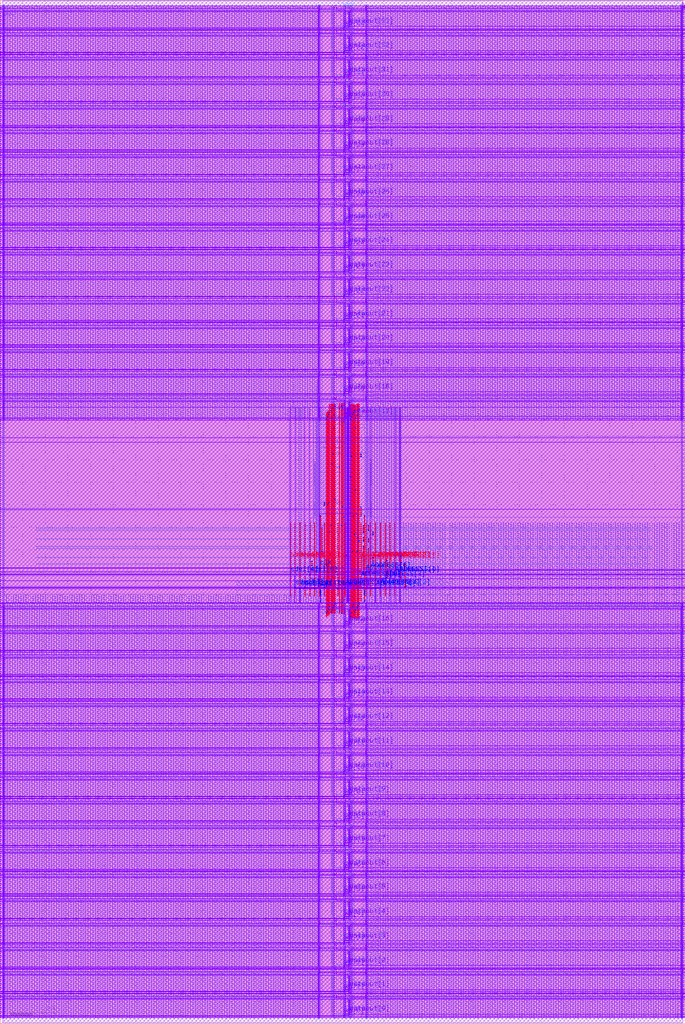
<source format=lef>
VERSION 5.8 ;
BUSBITCHARS "[]" ;
DIVIDERCHAR "/" ;

PROPERTYDEFINITIONS
  MACRO CatenaDesignType STRING ;
END PROPERTYDEFINITIONS

MACRO srambank_256x4x34_6t122
  CLASS BLOCK ;
  ORIGIN 0 0 ;
  FOREIGN srambank_256x4x34_6t122 0 0 ;
  SIZE 30.348 BY 45.36 ;
  SYMMETRY X Y ;
  SITE coreSite ;
  PIN VDD
    DIRECTION INOUT ;
    USE POWER ;
    PORT
      LAYER M4  ;
        RECT 0.1040 1.1720 30.2580 1.2200 ;
        RECT 0.1040 2.2520 30.2580 2.3000 ;
        RECT 0.1040 3.3320 30.2580 3.3800 ;
        RECT 0.1040 4.4120 30.2580 4.4600 ;
        RECT 0.1040 5.4920 30.2580 5.5400 ;
        RECT 0.1040 6.5720 30.2580 6.6200 ;
        RECT 0.1040 7.6520 30.2580 7.7000 ;
        RECT 0.1040 8.7320 30.2580 8.7800 ;
        RECT 0.1040 9.8120 30.2580 9.8600 ;
        RECT 0.1040 10.8920 30.2580 10.9400 ;
        RECT 0.1040 11.9720 30.2580 12.0200 ;
        RECT 0.1040 13.0520 30.2580 13.1000 ;
        RECT 0.1040 14.1320 30.2580 14.1800 ;
        RECT 0.1040 15.2120 30.2580 15.2600 ;
        RECT 0.1040 16.2920 30.2580 16.3400 ;
        RECT 0.1040 17.3720 30.2580 17.4200 ;
        RECT 0.1040 18.4520 30.2580 18.5000 ;
        RECT 0.1040 27.6590 30.2580 27.7070 ;
        RECT 0.1040 28.7390 30.2580 28.7870 ;
        RECT 0.1040 29.8190 30.2580 29.8670 ;
        RECT 0.1040 30.8990 30.2580 30.9470 ;
        RECT 0.1040 31.9790 30.2580 32.0270 ;
        RECT 0.1040 33.0590 30.2580 33.1070 ;
        RECT 0.1040 34.1390 30.2580 34.1870 ;
        RECT 0.1040 35.2190 30.2580 35.2670 ;
        RECT 0.1040 36.2990 30.2580 36.3470 ;
        RECT 0.1040 37.3790 30.2580 37.4270 ;
        RECT 0.1040 38.4590 30.2580 38.5070 ;
        RECT 0.1040 39.5390 30.2580 39.5870 ;
        RECT 0.1040 40.6190 30.2580 40.6670 ;
        RECT 0.1040 41.6990 30.2580 41.7470 ;
        RECT 0.1040 42.7790 30.2580 42.8270 ;
        RECT 0.1040 43.8590 30.2580 43.9070 ;
        RECT 0.1040 44.9390 30.2580 44.9870 ;
      LAYER M3  ;
        RECT 30.2180 0.2165 30.2360 1.3765 ;
        RECT 16.1960 0.2170 16.2140 1.3760 ;
        RECT 14.7920 0.2530 14.8820 1.3685 ;
        RECT 14.1440 0.2170 14.1620 1.3760 ;
        RECT 0.1220 0.2165 0.1400 1.3765 ;
        RECT 30.2180 1.2965 30.2360 2.4565 ;
        RECT 16.1960 1.2970 16.2140 2.4560 ;
        RECT 14.7920 1.3330 14.8820 2.4485 ;
        RECT 14.1440 1.2970 14.1620 2.4560 ;
        RECT 0.1220 1.2965 0.1400 2.4565 ;
        RECT 30.2180 2.3765 30.2360 3.5365 ;
        RECT 16.1960 2.3770 16.2140 3.5360 ;
        RECT 14.7920 2.4130 14.8820 3.5285 ;
        RECT 14.1440 2.3770 14.1620 3.5360 ;
        RECT 0.1220 2.3765 0.1400 3.5365 ;
        RECT 30.2180 3.4565 30.2360 4.6165 ;
        RECT 16.1960 3.4570 16.2140 4.6160 ;
        RECT 14.7920 3.4930 14.8820 4.6085 ;
        RECT 14.1440 3.4570 14.1620 4.6160 ;
        RECT 0.1220 3.4565 0.1400 4.6165 ;
        RECT 30.2180 4.5365 30.2360 5.6965 ;
        RECT 16.1960 4.5370 16.2140 5.6960 ;
        RECT 14.7920 4.5730 14.8820 5.6885 ;
        RECT 14.1440 4.5370 14.1620 5.6960 ;
        RECT 0.1220 4.5365 0.1400 5.6965 ;
        RECT 30.2180 5.6165 30.2360 6.7765 ;
        RECT 16.1960 5.6170 16.2140 6.7760 ;
        RECT 14.7920 5.6530 14.8820 6.7685 ;
        RECT 14.1440 5.6170 14.1620 6.7760 ;
        RECT 0.1220 5.6165 0.1400 6.7765 ;
        RECT 30.2180 6.6965 30.2360 7.8565 ;
        RECT 16.1960 6.6970 16.2140 7.8560 ;
        RECT 14.7920 6.7330 14.8820 7.8485 ;
        RECT 14.1440 6.6970 14.1620 7.8560 ;
        RECT 0.1220 6.6965 0.1400 7.8565 ;
        RECT 30.2180 7.7765 30.2360 8.9365 ;
        RECT 16.1960 7.7770 16.2140 8.9360 ;
        RECT 14.7920 7.8130 14.8820 8.9285 ;
        RECT 14.1440 7.7770 14.1620 8.9360 ;
        RECT 0.1220 7.7765 0.1400 8.9365 ;
        RECT 30.2180 8.8565 30.2360 10.0165 ;
        RECT 16.1960 8.8570 16.2140 10.0160 ;
        RECT 14.7920 8.8930 14.8820 10.0085 ;
        RECT 14.1440 8.8570 14.1620 10.0160 ;
        RECT 0.1220 8.8565 0.1400 10.0165 ;
        RECT 30.2180 9.9365 30.2360 11.0965 ;
        RECT 16.1960 9.9370 16.2140 11.0960 ;
        RECT 14.7920 9.9730 14.8820 11.0885 ;
        RECT 14.1440 9.9370 14.1620 11.0960 ;
        RECT 0.1220 9.9365 0.1400 11.0965 ;
        RECT 30.2180 11.0165 30.2360 12.1765 ;
        RECT 16.1960 11.0170 16.2140 12.1760 ;
        RECT 14.7920 11.0530 14.8820 12.1685 ;
        RECT 14.1440 11.0170 14.1620 12.1760 ;
        RECT 0.1220 11.0165 0.1400 12.1765 ;
        RECT 30.2180 12.0965 30.2360 13.2565 ;
        RECT 16.1960 12.0970 16.2140 13.2560 ;
        RECT 14.7920 12.1330 14.8820 13.2485 ;
        RECT 14.1440 12.0970 14.1620 13.2560 ;
        RECT 0.1220 12.0965 0.1400 13.2565 ;
        RECT 30.2180 13.1765 30.2360 14.3365 ;
        RECT 16.1960 13.1770 16.2140 14.3360 ;
        RECT 14.7920 13.2130 14.8820 14.3285 ;
        RECT 14.1440 13.1770 14.1620 14.3360 ;
        RECT 0.1220 13.1765 0.1400 14.3365 ;
        RECT 30.2180 14.2565 30.2360 15.4165 ;
        RECT 16.1960 14.2570 16.2140 15.4160 ;
        RECT 14.7920 14.2930 14.8820 15.4085 ;
        RECT 14.1440 14.2570 14.1620 15.4160 ;
        RECT 0.1220 14.2565 0.1400 15.4165 ;
        RECT 30.2180 15.3365 30.2360 16.4965 ;
        RECT 16.1960 15.3370 16.2140 16.4960 ;
        RECT 14.7920 15.3730 14.8820 16.4885 ;
        RECT 14.1440 15.3370 14.1620 16.4960 ;
        RECT 0.1220 15.3365 0.1400 16.4965 ;
        RECT 30.2180 16.4165 30.2360 17.5765 ;
        RECT 16.1960 16.4170 16.2140 17.5760 ;
        RECT 14.7920 16.4530 14.8820 17.5685 ;
        RECT 14.1440 16.4170 14.1620 17.5760 ;
        RECT 0.1220 16.4165 0.1400 17.5765 ;
        RECT 30.2180 17.4965 30.2360 18.6565 ;
        RECT 16.1960 17.4970 16.2140 18.6560 ;
        RECT 14.7920 17.5330 14.8820 18.6485 ;
        RECT 14.1440 17.4970 14.1620 18.6560 ;
        RECT 0.1220 17.4965 0.1400 18.6565 ;
        RECT 14.0490 22.4450 14.0670 28.5085 ;
        RECT 30.2180 26.7035 30.2360 27.8635 ;
        RECT 16.1960 26.7040 16.2140 27.8630 ;
        RECT 14.7920 26.7400 14.8820 27.8555 ;
        RECT 14.1440 26.7040 14.1620 27.8630 ;
        RECT 0.1220 26.7035 0.1400 27.8635 ;
        RECT 30.2180 27.7835 30.2360 28.9435 ;
        RECT 16.1960 27.7840 16.2140 28.9430 ;
        RECT 14.7920 27.8200 14.8820 28.9355 ;
        RECT 14.1440 27.7840 14.1620 28.9430 ;
        RECT 0.1220 27.7835 0.1400 28.9435 ;
        RECT 30.2180 28.8635 30.2360 30.0235 ;
        RECT 16.1960 28.8640 16.2140 30.0230 ;
        RECT 14.7920 28.9000 14.8820 30.0155 ;
        RECT 14.1440 28.8640 14.1620 30.0230 ;
        RECT 0.1220 28.8635 0.1400 30.0235 ;
        RECT 30.2180 29.9435 30.2360 31.1035 ;
        RECT 16.1960 29.9440 16.2140 31.1030 ;
        RECT 14.7920 29.9800 14.8820 31.0955 ;
        RECT 14.1440 29.9440 14.1620 31.1030 ;
        RECT 0.1220 29.9435 0.1400 31.1035 ;
        RECT 30.2180 31.0235 30.2360 32.1835 ;
        RECT 16.1960 31.0240 16.2140 32.1830 ;
        RECT 14.7920 31.0600 14.8820 32.1755 ;
        RECT 14.1440 31.0240 14.1620 32.1830 ;
        RECT 0.1220 31.0235 0.1400 32.1835 ;
        RECT 30.2180 32.1035 30.2360 33.2635 ;
        RECT 16.1960 32.1040 16.2140 33.2630 ;
        RECT 14.7920 32.1400 14.8820 33.2555 ;
        RECT 14.1440 32.1040 14.1620 33.2630 ;
        RECT 0.1220 32.1035 0.1400 33.2635 ;
        RECT 30.2180 33.1835 30.2360 34.3435 ;
        RECT 16.1960 33.1840 16.2140 34.3430 ;
        RECT 14.7920 33.2200 14.8820 34.3355 ;
        RECT 14.1440 33.1840 14.1620 34.3430 ;
        RECT 0.1220 33.1835 0.1400 34.3435 ;
        RECT 30.2180 34.2635 30.2360 35.4235 ;
        RECT 16.1960 34.2640 16.2140 35.4230 ;
        RECT 14.7920 34.3000 14.8820 35.4155 ;
        RECT 14.1440 34.2640 14.1620 35.4230 ;
        RECT 0.1220 34.2635 0.1400 35.4235 ;
        RECT 30.2180 35.3435 30.2360 36.5035 ;
        RECT 16.1960 35.3440 16.2140 36.5030 ;
        RECT 14.7920 35.3800 14.8820 36.4955 ;
        RECT 14.1440 35.3440 14.1620 36.5030 ;
        RECT 0.1220 35.3435 0.1400 36.5035 ;
        RECT 30.2180 36.4235 30.2360 37.5835 ;
        RECT 16.1960 36.4240 16.2140 37.5830 ;
        RECT 14.7920 36.4600 14.8820 37.5755 ;
        RECT 14.1440 36.4240 14.1620 37.5830 ;
        RECT 0.1220 36.4235 0.1400 37.5835 ;
        RECT 30.2180 37.5035 30.2360 38.6635 ;
        RECT 16.1960 37.5040 16.2140 38.6630 ;
        RECT 14.7920 37.5400 14.8820 38.6555 ;
        RECT 14.1440 37.5040 14.1620 38.6630 ;
        RECT 0.1220 37.5035 0.1400 38.6635 ;
        RECT 30.2180 38.5835 30.2360 39.7435 ;
        RECT 16.1960 38.5840 16.2140 39.7430 ;
        RECT 14.7920 38.6200 14.8820 39.7355 ;
        RECT 14.1440 38.5840 14.1620 39.7430 ;
        RECT 0.1220 38.5835 0.1400 39.7435 ;
        RECT 30.2180 39.6635 30.2360 40.8235 ;
        RECT 16.1960 39.6640 16.2140 40.8230 ;
        RECT 14.7920 39.7000 14.8820 40.8155 ;
        RECT 14.1440 39.6640 14.1620 40.8230 ;
        RECT 0.1220 39.6635 0.1400 40.8235 ;
        RECT 30.2180 40.7435 30.2360 41.9035 ;
        RECT 16.1960 40.7440 16.2140 41.9030 ;
        RECT 14.7920 40.7800 14.8820 41.8955 ;
        RECT 14.1440 40.7440 14.1620 41.9030 ;
        RECT 0.1220 40.7435 0.1400 41.9035 ;
        RECT 30.2180 41.8235 30.2360 42.9835 ;
        RECT 16.1960 41.8240 16.2140 42.9830 ;
        RECT 14.7920 41.8600 14.8820 42.9755 ;
        RECT 14.1440 41.8240 14.1620 42.9830 ;
        RECT 0.1220 41.8235 0.1400 42.9835 ;
        RECT 30.2180 42.9035 30.2360 44.0635 ;
        RECT 16.1960 42.9040 16.2140 44.0630 ;
        RECT 14.7920 42.9400 14.8820 44.0555 ;
        RECT 14.1440 42.9040 14.1620 44.0630 ;
        RECT 0.1220 42.9035 0.1400 44.0635 ;
        RECT 30.2180 43.9835 30.2360 45.1435 ;
        RECT 16.1960 43.9840 16.2140 45.1430 ;
        RECT 14.7920 44.0200 14.8820 45.1355 ;
        RECT 14.1440 43.9840 14.1620 45.1430 ;
        RECT 0.1220 43.9835 0.1400 45.1435 ;
      LAYER V3  ;
        RECT 0.1220 1.1720 0.1400 1.2200 ;
        RECT 14.1440 1.1720 14.1620 1.2200 ;
        RECT 14.7920 1.1720 14.8820 1.2200 ;
        RECT 16.1960 1.1720 16.2140 1.2200 ;
        RECT 30.2180 1.1720 30.2360 1.2200 ;
        RECT 0.1220 2.2520 0.1400 2.3000 ;
        RECT 14.1440 2.2520 14.1620 2.3000 ;
        RECT 14.7920 2.2520 14.8820 2.3000 ;
        RECT 16.1960 2.2520 16.2140 2.3000 ;
        RECT 30.2180 2.2520 30.2360 2.3000 ;
        RECT 0.1220 3.3320 0.1400 3.3800 ;
        RECT 14.1440 3.3320 14.1620 3.3800 ;
        RECT 14.7920 3.3320 14.8820 3.3800 ;
        RECT 16.1960 3.3320 16.2140 3.3800 ;
        RECT 30.2180 3.3320 30.2360 3.3800 ;
        RECT 0.1220 4.4120 0.1400 4.4600 ;
        RECT 14.1440 4.4120 14.1620 4.4600 ;
        RECT 14.7920 4.4120 14.8820 4.4600 ;
        RECT 16.1960 4.4120 16.2140 4.4600 ;
        RECT 30.2180 4.4120 30.2360 4.4600 ;
        RECT 0.1220 5.4920 0.1400 5.5400 ;
        RECT 14.1440 5.4920 14.1620 5.5400 ;
        RECT 14.7920 5.4920 14.8820 5.5400 ;
        RECT 16.1960 5.4920 16.2140 5.5400 ;
        RECT 30.2180 5.4920 30.2360 5.5400 ;
        RECT 0.1220 6.5720 0.1400 6.6200 ;
        RECT 14.1440 6.5720 14.1620 6.6200 ;
        RECT 14.7920 6.5720 14.8820 6.6200 ;
        RECT 16.1960 6.5720 16.2140 6.6200 ;
        RECT 30.2180 6.5720 30.2360 6.6200 ;
        RECT 0.1220 7.6520 0.1400 7.7000 ;
        RECT 14.1440 7.6520 14.1620 7.7000 ;
        RECT 14.7920 7.6520 14.8820 7.7000 ;
        RECT 16.1960 7.6520 16.2140 7.7000 ;
        RECT 30.2180 7.6520 30.2360 7.7000 ;
        RECT 0.1220 8.7320 0.1400 8.7800 ;
        RECT 14.1440 8.7320 14.1620 8.7800 ;
        RECT 14.7920 8.7320 14.8820 8.7800 ;
        RECT 16.1960 8.7320 16.2140 8.7800 ;
        RECT 30.2180 8.7320 30.2360 8.7800 ;
        RECT 0.1220 9.8120 0.1400 9.8600 ;
        RECT 14.1440 9.8120 14.1620 9.8600 ;
        RECT 14.7920 9.8120 14.8820 9.8600 ;
        RECT 16.1960 9.8120 16.2140 9.8600 ;
        RECT 30.2180 9.8120 30.2360 9.8600 ;
        RECT 0.1220 10.8920 0.1400 10.9400 ;
        RECT 14.1440 10.8920 14.1620 10.9400 ;
        RECT 14.7920 10.8920 14.8820 10.9400 ;
        RECT 16.1960 10.8920 16.2140 10.9400 ;
        RECT 30.2180 10.8920 30.2360 10.9400 ;
        RECT 0.1220 11.9720 0.1400 12.0200 ;
        RECT 14.1440 11.9720 14.1620 12.0200 ;
        RECT 14.7920 11.9720 14.8820 12.0200 ;
        RECT 16.1960 11.9720 16.2140 12.0200 ;
        RECT 30.2180 11.9720 30.2360 12.0200 ;
        RECT 0.1220 13.0520 0.1400 13.1000 ;
        RECT 14.1440 13.0520 14.1620 13.1000 ;
        RECT 14.7920 13.0520 14.8820 13.1000 ;
        RECT 16.1960 13.0520 16.2140 13.1000 ;
        RECT 30.2180 13.0520 30.2360 13.1000 ;
        RECT 0.1220 14.1320 0.1400 14.1800 ;
        RECT 14.1440 14.1320 14.1620 14.1800 ;
        RECT 14.7920 14.1320 14.8820 14.1800 ;
        RECT 16.1960 14.1320 16.2140 14.1800 ;
        RECT 30.2180 14.1320 30.2360 14.1800 ;
        RECT 0.1220 15.2120 0.1400 15.2600 ;
        RECT 14.1440 15.2120 14.1620 15.2600 ;
        RECT 14.7920 15.2120 14.8820 15.2600 ;
        RECT 16.1960 15.2120 16.2140 15.2600 ;
        RECT 30.2180 15.2120 30.2360 15.2600 ;
        RECT 0.1220 16.2920 0.1400 16.3400 ;
        RECT 14.1440 16.2920 14.1620 16.3400 ;
        RECT 14.7920 16.2920 14.8820 16.3400 ;
        RECT 16.1960 16.2920 16.2140 16.3400 ;
        RECT 30.2180 16.2920 30.2360 16.3400 ;
        RECT 0.1220 17.3720 0.1400 17.4200 ;
        RECT 14.1440 17.3720 14.1620 17.4200 ;
        RECT 14.7920 17.3720 14.8820 17.4200 ;
        RECT 16.1960 17.3720 16.2140 17.4200 ;
        RECT 30.2180 17.3720 30.2360 17.4200 ;
        RECT 0.1220 18.4520 0.1400 18.5000 ;
        RECT 14.1440 18.4520 14.1620 18.5000 ;
        RECT 14.7920 18.4520 14.8820 18.5000 ;
        RECT 16.1960 18.4520 16.2140 18.5000 ;
        RECT 30.2180 18.4520 30.2360 18.5000 ;
        RECT 0.1220 27.6590 0.1400 27.7070 ;
        RECT 14.1440 27.6590 14.1620 27.7070 ;
        RECT 14.7920 27.6590 14.8820 27.7070 ;
        RECT 16.1960 27.6590 16.2140 27.7070 ;
        RECT 30.2180 27.6590 30.2360 27.7070 ;
        RECT 0.1220 28.7390 0.1400 28.7870 ;
        RECT 14.1440 28.7390 14.1620 28.7870 ;
        RECT 14.7920 28.7390 14.8820 28.7870 ;
        RECT 16.1960 28.7390 16.2140 28.7870 ;
        RECT 30.2180 28.7390 30.2360 28.7870 ;
        RECT 0.1220 29.8190 0.1400 29.8670 ;
        RECT 14.1440 29.8190 14.1620 29.8670 ;
        RECT 14.7920 29.8190 14.8820 29.8670 ;
        RECT 16.1960 29.8190 16.2140 29.8670 ;
        RECT 30.2180 29.8190 30.2360 29.8670 ;
        RECT 0.1220 30.8990 0.1400 30.9470 ;
        RECT 14.1440 30.8990 14.1620 30.9470 ;
        RECT 14.7920 30.8990 14.8820 30.9470 ;
        RECT 16.1960 30.8990 16.2140 30.9470 ;
        RECT 30.2180 30.8990 30.2360 30.9470 ;
        RECT 0.1220 31.9790 0.1400 32.0270 ;
        RECT 14.1440 31.9790 14.1620 32.0270 ;
        RECT 14.7920 31.9790 14.8820 32.0270 ;
        RECT 16.1960 31.9790 16.2140 32.0270 ;
        RECT 30.2180 31.9790 30.2360 32.0270 ;
        RECT 0.1220 33.0590 0.1400 33.1070 ;
        RECT 14.1440 33.0590 14.1620 33.1070 ;
        RECT 14.7920 33.0590 14.8820 33.1070 ;
        RECT 16.1960 33.0590 16.2140 33.1070 ;
        RECT 30.2180 33.0590 30.2360 33.1070 ;
        RECT 0.1220 34.1390 0.1400 34.1870 ;
        RECT 14.1440 34.1390 14.1620 34.1870 ;
        RECT 14.7920 34.1390 14.8820 34.1870 ;
        RECT 16.1960 34.1390 16.2140 34.1870 ;
        RECT 30.2180 34.1390 30.2360 34.1870 ;
        RECT 0.1220 35.2190 0.1400 35.2670 ;
        RECT 14.1440 35.2190 14.1620 35.2670 ;
        RECT 14.7920 35.2190 14.8820 35.2670 ;
        RECT 16.1960 35.2190 16.2140 35.2670 ;
        RECT 30.2180 35.2190 30.2360 35.2670 ;
        RECT 0.1220 36.2990 0.1400 36.3470 ;
        RECT 14.1440 36.2990 14.1620 36.3470 ;
        RECT 14.7920 36.2990 14.8820 36.3470 ;
        RECT 16.1960 36.2990 16.2140 36.3470 ;
        RECT 30.2180 36.2990 30.2360 36.3470 ;
        RECT 0.1220 37.3790 0.1400 37.4270 ;
        RECT 14.1440 37.3790 14.1620 37.4270 ;
        RECT 14.7920 37.3790 14.8820 37.4270 ;
        RECT 16.1960 37.3790 16.2140 37.4270 ;
        RECT 30.2180 37.3790 30.2360 37.4270 ;
        RECT 0.1220 38.4590 0.1400 38.5070 ;
        RECT 14.1440 38.4590 14.1620 38.5070 ;
        RECT 14.7920 38.4590 14.8820 38.5070 ;
        RECT 16.1960 38.4590 16.2140 38.5070 ;
        RECT 30.2180 38.4590 30.2360 38.5070 ;
        RECT 0.1220 39.5390 0.1400 39.5870 ;
        RECT 14.1440 39.5390 14.1620 39.5870 ;
        RECT 14.7920 39.5390 14.8820 39.5870 ;
        RECT 16.1960 39.5390 16.2140 39.5870 ;
        RECT 30.2180 39.5390 30.2360 39.5870 ;
        RECT 0.1220 40.6190 0.1400 40.6670 ;
        RECT 14.1440 40.6190 14.1620 40.6670 ;
        RECT 14.7920 40.6190 14.8820 40.6670 ;
        RECT 16.1960 40.6190 16.2140 40.6670 ;
        RECT 30.2180 40.6190 30.2360 40.6670 ;
        RECT 0.1220 41.6990 0.1400 41.7470 ;
        RECT 14.1440 41.6990 14.1620 41.7470 ;
        RECT 14.7920 41.6990 14.8820 41.7470 ;
        RECT 16.1960 41.6990 16.2140 41.7470 ;
        RECT 30.2180 41.6990 30.2360 41.7470 ;
        RECT 0.1220 42.7790 0.1400 42.8270 ;
        RECT 14.1440 42.7790 14.1620 42.8270 ;
        RECT 14.7920 42.7790 14.8820 42.8270 ;
        RECT 16.1960 42.7790 16.2140 42.8270 ;
        RECT 30.2180 42.7790 30.2360 42.8270 ;
        RECT 0.1220 43.8590 0.1400 43.9070 ;
        RECT 14.1440 43.8590 14.1620 43.9070 ;
        RECT 14.7920 43.8590 14.8820 43.9070 ;
        RECT 16.1960 43.8590 16.2140 43.9070 ;
        RECT 30.2180 43.8590 30.2360 43.9070 ;
        RECT 0.1220 44.9390 0.1400 44.9870 ;
        RECT 14.1440 44.9390 14.1620 44.9870 ;
        RECT 14.7920 44.9390 14.8820 44.9870 ;
        RECT 16.1960 44.9390 16.2140 44.9870 ;
        RECT 30.2180 44.9390 30.2360 44.9870 ;
    END
  END VDD
  PIN VSS
    DIRECTION INOUT ;
    USE POWER ;
    PORT
      LAYER M4  ;
        RECT 0.1040 1.0760 30.2580 1.1240 ;
        RECT 0.1040 2.1560 30.2580 2.2040 ;
        RECT 0.1040 3.2360 30.2580 3.2840 ;
        RECT 0.1040 4.3160 30.2580 4.3640 ;
        RECT 0.1040 5.3960 30.2580 5.4440 ;
        RECT 0.1040 6.4760 30.2580 6.5240 ;
        RECT 0.1040 7.5560 30.2580 7.6040 ;
        RECT 0.1040 8.6360 30.2580 8.6840 ;
        RECT 0.1040 9.7160 30.2580 9.7640 ;
        RECT 0.1040 10.7960 30.2580 10.8440 ;
        RECT 0.1040 11.8760 30.2580 11.9240 ;
        RECT 0.1040 12.9560 30.2580 13.0040 ;
        RECT 0.1040 14.0360 30.2580 14.0840 ;
        RECT 0.1040 15.1160 30.2580 15.1640 ;
        RECT 0.1040 16.1960 30.2580 16.2440 ;
        RECT 0.1040 17.2760 30.2580 17.3240 ;
        RECT 0.1040 18.3560 30.2580 18.4040 ;
        RECT 10.4760 19.4215 19.8720 19.6375 ;
        RECT 14.3100 22.5895 16.0380 22.8055 ;
        RECT 14.3100 25.7575 16.0380 25.9735 ;
        RECT 0.1040 27.5630 30.2580 27.6110 ;
        RECT 0.1040 28.6430 30.2580 28.6910 ;
        RECT 0.1040 29.7230 30.2580 29.7710 ;
        RECT 0.1040 30.8030 30.2580 30.8510 ;
        RECT 0.1040 31.8830 30.2580 31.9310 ;
        RECT 0.1040 32.9630 30.2580 33.0110 ;
        RECT 0.1040 34.0430 30.2580 34.0910 ;
        RECT 0.1040 35.1230 30.2580 35.1710 ;
        RECT 0.1040 36.2030 30.2580 36.2510 ;
        RECT 0.1040 37.2830 30.2580 37.3310 ;
        RECT 0.1040 38.3630 30.2580 38.4110 ;
        RECT 0.1040 39.4430 30.2580 39.4910 ;
        RECT 0.1040 40.5230 30.2580 40.5710 ;
        RECT 0.1040 41.6030 30.2580 41.6510 ;
        RECT 0.1040 42.6830 30.2580 42.7310 ;
        RECT 0.1040 43.7630 30.2580 43.8110 ;
        RECT 0.1040 44.8430 30.2580 44.8910 ;
      LAYER M3  ;
        RECT 30.1820 0.2165 30.2000 1.3765 ;
        RECT 16.2500 0.2165 16.2680 1.3765 ;
        RECT 15.4850 0.2530 15.5210 1.3675 ;
        RECT 15.2600 0.2530 15.2870 1.3675 ;
        RECT 14.0900 0.2165 14.1080 1.3765 ;
        RECT 0.1580 0.2165 0.1760 1.3765 ;
        RECT 30.1820 1.2965 30.2000 2.4565 ;
        RECT 16.2500 1.2965 16.2680 2.4565 ;
        RECT 15.4850 1.3330 15.5210 2.4475 ;
        RECT 15.2600 1.3330 15.2870 2.4475 ;
        RECT 14.0900 1.2965 14.1080 2.4565 ;
        RECT 0.1580 1.2965 0.1760 2.4565 ;
        RECT 30.1820 2.3765 30.2000 3.5365 ;
        RECT 16.2500 2.3765 16.2680 3.5365 ;
        RECT 15.4850 2.4130 15.5210 3.5275 ;
        RECT 15.2600 2.4130 15.2870 3.5275 ;
        RECT 14.0900 2.3765 14.1080 3.5365 ;
        RECT 0.1580 2.3765 0.1760 3.5365 ;
        RECT 30.1820 3.4565 30.2000 4.6165 ;
        RECT 16.2500 3.4565 16.2680 4.6165 ;
        RECT 15.4850 3.4930 15.5210 4.6075 ;
        RECT 15.2600 3.4930 15.2870 4.6075 ;
        RECT 14.0900 3.4565 14.1080 4.6165 ;
        RECT 0.1580 3.4565 0.1760 4.6165 ;
        RECT 30.1820 4.5365 30.2000 5.6965 ;
        RECT 16.2500 4.5365 16.2680 5.6965 ;
        RECT 15.4850 4.5730 15.5210 5.6875 ;
        RECT 15.2600 4.5730 15.2870 5.6875 ;
        RECT 14.0900 4.5365 14.1080 5.6965 ;
        RECT 0.1580 4.5365 0.1760 5.6965 ;
        RECT 30.1820 5.6165 30.2000 6.7765 ;
        RECT 16.2500 5.6165 16.2680 6.7765 ;
        RECT 15.4850 5.6530 15.5210 6.7675 ;
        RECT 15.2600 5.6530 15.2870 6.7675 ;
        RECT 14.0900 5.6165 14.1080 6.7765 ;
        RECT 0.1580 5.6165 0.1760 6.7765 ;
        RECT 30.1820 6.6965 30.2000 7.8565 ;
        RECT 16.2500 6.6965 16.2680 7.8565 ;
        RECT 15.4850 6.7330 15.5210 7.8475 ;
        RECT 15.2600 6.7330 15.2870 7.8475 ;
        RECT 14.0900 6.6965 14.1080 7.8565 ;
        RECT 0.1580 6.6965 0.1760 7.8565 ;
        RECT 30.1820 7.7765 30.2000 8.9365 ;
        RECT 16.2500 7.7765 16.2680 8.9365 ;
        RECT 15.4850 7.8130 15.5210 8.9275 ;
        RECT 15.2600 7.8130 15.2870 8.9275 ;
        RECT 14.0900 7.7765 14.1080 8.9365 ;
        RECT 0.1580 7.7765 0.1760 8.9365 ;
        RECT 30.1820 8.8565 30.2000 10.0165 ;
        RECT 16.2500 8.8565 16.2680 10.0165 ;
        RECT 15.4850 8.8930 15.5210 10.0075 ;
        RECT 15.2600 8.8930 15.2870 10.0075 ;
        RECT 14.0900 8.8565 14.1080 10.0165 ;
        RECT 0.1580 8.8565 0.1760 10.0165 ;
        RECT 30.1820 9.9365 30.2000 11.0965 ;
        RECT 16.2500 9.9365 16.2680 11.0965 ;
        RECT 15.4850 9.9730 15.5210 11.0875 ;
        RECT 15.2600 9.9730 15.2870 11.0875 ;
        RECT 14.0900 9.9365 14.1080 11.0965 ;
        RECT 0.1580 9.9365 0.1760 11.0965 ;
        RECT 30.1820 11.0165 30.2000 12.1765 ;
        RECT 16.2500 11.0165 16.2680 12.1765 ;
        RECT 15.4850 11.0530 15.5210 12.1675 ;
        RECT 15.2600 11.0530 15.2870 12.1675 ;
        RECT 14.0900 11.0165 14.1080 12.1765 ;
        RECT 0.1580 11.0165 0.1760 12.1765 ;
        RECT 30.1820 12.0965 30.2000 13.2565 ;
        RECT 16.2500 12.0965 16.2680 13.2565 ;
        RECT 15.4850 12.1330 15.5210 13.2475 ;
        RECT 15.2600 12.1330 15.2870 13.2475 ;
        RECT 14.0900 12.0965 14.1080 13.2565 ;
        RECT 0.1580 12.0965 0.1760 13.2565 ;
        RECT 30.1820 13.1765 30.2000 14.3365 ;
        RECT 16.2500 13.1765 16.2680 14.3365 ;
        RECT 15.4850 13.2130 15.5210 14.3275 ;
        RECT 15.2600 13.2130 15.2870 14.3275 ;
        RECT 14.0900 13.1765 14.1080 14.3365 ;
        RECT 0.1580 13.1765 0.1760 14.3365 ;
        RECT 30.1820 14.2565 30.2000 15.4165 ;
        RECT 16.2500 14.2565 16.2680 15.4165 ;
        RECT 15.4850 14.2930 15.5210 15.4075 ;
        RECT 15.2600 14.2930 15.2870 15.4075 ;
        RECT 14.0900 14.2565 14.1080 15.4165 ;
        RECT 0.1580 14.2565 0.1760 15.4165 ;
        RECT 30.1820 15.3365 30.2000 16.4965 ;
        RECT 16.2500 15.3365 16.2680 16.4965 ;
        RECT 15.4850 15.3730 15.5210 16.4875 ;
        RECT 15.2600 15.3730 15.2870 16.4875 ;
        RECT 14.0900 15.3365 14.1080 16.4965 ;
        RECT 0.1580 15.3365 0.1760 16.4965 ;
        RECT 30.1820 16.4165 30.2000 17.5765 ;
        RECT 16.2500 16.4165 16.2680 17.5765 ;
        RECT 15.4850 16.4530 15.5210 17.5675 ;
        RECT 15.2600 16.4530 15.2870 17.5675 ;
        RECT 14.0900 16.4165 14.1080 17.5765 ;
        RECT 0.1580 16.4165 0.1760 17.5765 ;
        RECT 30.1820 17.4965 30.2000 18.6565 ;
        RECT 16.2500 17.4965 16.2680 18.6565 ;
        RECT 15.4850 17.5330 15.5210 18.6475 ;
        RECT 15.2600 17.5330 15.2870 18.6475 ;
        RECT 14.0900 17.4965 14.1080 18.6565 ;
        RECT 0.1580 17.4965 0.1760 18.6565 ;
        RECT 16.2450 18.6270 16.2630 26.8340 ;
        RECT 15.2910 18.8505 15.5250 26.5335 ;
        RECT 14.0850 18.6270 14.1030 28.5085 ;
        RECT 30.1820 26.7035 30.2000 27.8635 ;
        RECT 16.2500 26.7035 16.2680 27.8635 ;
        RECT 15.4850 26.7400 15.5210 27.8545 ;
        RECT 15.2600 26.7400 15.2870 27.8545 ;
        RECT 14.0900 26.7035 14.1080 27.8635 ;
        RECT 0.1580 26.7035 0.1760 27.8635 ;
        RECT 30.1820 27.7835 30.2000 28.9435 ;
        RECT 16.2500 27.7835 16.2680 28.9435 ;
        RECT 15.4850 27.8200 15.5210 28.9345 ;
        RECT 15.2600 27.8200 15.2870 28.9345 ;
        RECT 14.0900 27.7835 14.1080 28.9435 ;
        RECT 0.1580 27.7835 0.1760 28.9435 ;
        RECT 30.1820 28.8635 30.2000 30.0235 ;
        RECT 16.2500 28.8635 16.2680 30.0235 ;
        RECT 15.4850 28.9000 15.5210 30.0145 ;
        RECT 15.2600 28.9000 15.2870 30.0145 ;
        RECT 14.0900 28.8635 14.1080 30.0235 ;
        RECT 0.1580 28.8635 0.1760 30.0235 ;
        RECT 30.1820 29.9435 30.2000 31.1035 ;
        RECT 16.2500 29.9435 16.2680 31.1035 ;
        RECT 15.4850 29.9800 15.5210 31.0945 ;
        RECT 15.2600 29.9800 15.2870 31.0945 ;
        RECT 14.0900 29.9435 14.1080 31.1035 ;
        RECT 0.1580 29.9435 0.1760 31.1035 ;
        RECT 30.1820 31.0235 30.2000 32.1835 ;
        RECT 16.2500 31.0235 16.2680 32.1835 ;
        RECT 15.4850 31.0600 15.5210 32.1745 ;
        RECT 15.2600 31.0600 15.2870 32.1745 ;
        RECT 14.0900 31.0235 14.1080 32.1835 ;
        RECT 0.1580 31.0235 0.1760 32.1835 ;
        RECT 30.1820 32.1035 30.2000 33.2635 ;
        RECT 16.2500 32.1035 16.2680 33.2635 ;
        RECT 15.4850 32.1400 15.5210 33.2545 ;
        RECT 15.2600 32.1400 15.2870 33.2545 ;
        RECT 14.0900 32.1035 14.1080 33.2635 ;
        RECT 0.1580 32.1035 0.1760 33.2635 ;
        RECT 30.1820 33.1835 30.2000 34.3435 ;
        RECT 16.2500 33.1835 16.2680 34.3435 ;
        RECT 15.4850 33.2200 15.5210 34.3345 ;
        RECT 15.2600 33.2200 15.2870 34.3345 ;
        RECT 14.0900 33.1835 14.1080 34.3435 ;
        RECT 0.1580 33.1835 0.1760 34.3435 ;
        RECT 30.1820 34.2635 30.2000 35.4235 ;
        RECT 16.2500 34.2635 16.2680 35.4235 ;
        RECT 15.4850 34.3000 15.5210 35.4145 ;
        RECT 15.2600 34.3000 15.2870 35.4145 ;
        RECT 14.0900 34.2635 14.1080 35.4235 ;
        RECT 0.1580 34.2635 0.1760 35.4235 ;
        RECT 30.1820 35.3435 30.2000 36.5035 ;
        RECT 16.2500 35.3435 16.2680 36.5035 ;
        RECT 15.4850 35.3800 15.5210 36.4945 ;
        RECT 15.2600 35.3800 15.2870 36.4945 ;
        RECT 14.0900 35.3435 14.1080 36.5035 ;
        RECT 0.1580 35.3435 0.1760 36.5035 ;
        RECT 30.1820 36.4235 30.2000 37.5835 ;
        RECT 16.2500 36.4235 16.2680 37.5835 ;
        RECT 15.4850 36.4600 15.5210 37.5745 ;
        RECT 15.2600 36.4600 15.2870 37.5745 ;
        RECT 14.0900 36.4235 14.1080 37.5835 ;
        RECT 0.1580 36.4235 0.1760 37.5835 ;
        RECT 30.1820 37.5035 30.2000 38.6635 ;
        RECT 16.2500 37.5035 16.2680 38.6635 ;
        RECT 15.4850 37.5400 15.5210 38.6545 ;
        RECT 15.2600 37.5400 15.2870 38.6545 ;
        RECT 14.0900 37.5035 14.1080 38.6635 ;
        RECT 0.1580 37.5035 0.1760 38.6635 ;
        RECT 30.1820 38.5835 30.2000 39.7435 ;
        RECT 16.2500 38.5835 16.2680 39.7435 ;
        RECT 15.4850 38.6200 15.5210 39.7345 ;
        RECT 15.2600 38.6200 15.2870 39.7345 ;
        RECT 14.0900 38.5835 14.1080 39.7435 ;
        RECT 0.1580 38.5835 0.1760 39.7435 ;
        RECT 30.1820 39.6635 30.2000 40.8235 ;
        RECT 16.2500 39.6635 16.2680 40.8235 ;
        RECT 15.4850 39.7000 15.5210 40.8145 ;
        RECT 15.2600 39.7000 15.2870 40.8145 ;
        RECT 14.0900 39.6635 14.1080 40.8235 ;
        RECT 0.1580 39.6635 0.1760 40.8235 ;
        RECT 30.1820 40.7435 30.2000 41.9035 ;
        RECT 16.2500 40.7435 16.2680 41.9035 ;
        RECT 15.4850 40.7800 15.5210 41.8945 ;
        RECT 15.2600 40.7800 15.2870 41.8945 ;
        RECT 14.0900 40.7435 14.1080 41.9035 ;
        RECT 0.1580 40.7435 0.1760 41.9035 ;
        RECT 30.1820 41.8235 30.2000 42.9835 ;
        RECT 16.2500 41.8235 16.2680 42.9835 ;
        RECT 15.4850 41.8600 15.5210 42.9745 ;
        RECT 15.2600 41.8600 15.2870 42.9745 ;
        RECT 14.0900 41.8235 14.1080 42.9835 ;
        RECT 0.1580 41.8235 0.1760 42.9835 ;
        RECT 30.1820 42.9035 30.2000 44.0635 ;
        RECT 16.2500 42.9035 16.2680 44.0635 ;
        RECT 15.4850 42.9400 15.5210 44.0545 ;
        RECT 15.2600 42.9400 15.2870 44.0545 ;
        RECT 14.0900 42.9035 14.1080 44.0635 ;
        RECT 0.1580 42.9035 0.1760 44.0635 ;
        RECT 30.1820 43.9835 30.2000 45.1435 ;
        RECT 16.2500 43.9835 16.2680 45.1435 ;
        RECT 15.4850 44.0200 15.5210 45.1345 ;
        RECT 15.2600 44.0200 15.2870 45.1345 ;
        RECT 14.0900 43.9835 14.1080 45.1435 ;
        RECT 0.1580 43.9835 0.1760 45.1435 ;
      LAYER V3  ;
        RECT 0.1580 1.0760 0.1760 1.1240 ;
        RECT 14.0900 1.0760 14.1080 1.1240 ;
        RECT 15.2600 1.0760 15.2870 1.1240 ;
        RECT 15.4850 1.0760 15.5210 1.1240 ;
        RECT 16.2500 1.0760 16.2680 1.1240 ;
        RECT 30.1820 1.0760 30.2000 1.1240 ;
        RECT 0.1580 2.1560 0.1760 2.2040 ;
        RECT 14.0900 2.1560 14.1080 2.2040 ;
        RECT 15.2600 2.1560 15.2870 2.2040 ;
        RECT 15.4850 2.1560 15.5210 2.2040 ;
        RECT 16.2500 2.1560 16.2680 2.2040 ;
        RECT 30.1820 2.1560 30.2000 2.2040 ;
        RECT 0.1580 3.2360 0.1760 3.2840 ;
        RECT 14.0900 3.2360 14.1080 3.2840 ;
        RECT 15.2600 3.2360 15.2870 3.2840 ;
        RECT 15.4850 3.2360 15.5210 3.2840 ;
        RECT 16.2500 3.2360 16.2680 3.2840 ;
        RECT 30.1820 3.2360 30.2000 3.2840 ;
        RECT 0.1580 4.3160 0.1760 4.3640 ;
        RECT 14.0900 4.3160 14.1080 4.3640 ;
        RECT 15.2600 4.3160 15.2870 4.3640 ;
        RECT 15.4850 4.3160 15.5210 4.3640 ;
        RECT 16.2500 4.3160 16.2680 4.3640 ;
        RECT 30.1820 4.3160 30.2000 4.3640 ;
        RECT 0.1580 5.3960 0.1760 5.4440 ;
        RECT 14.0900 5.3960 14.1080 5.4440 ;
        RECT 15.2600 5.3960 15.2870 5.4440 ;
        RECT 15.4850 5.3960 15.5210 5.4440 ;
        RECT 16.2500 5.3960 16.2680 5.4440 ;
        RECT 30.1820 5.3960 30.2000 5.4440 ;
        RECT 0.1580 6.4760 0.1760 6.5240 ;
        RECT 14.0900 6.4760 14.1080 6.5240 ;
        RECT 15.2600 6.4760 15.2870 6.5240 ;
        RECT 15.4850 6.4760 15.5210 6.5240 ;
        RECT 16.2500 6.4760 16.2680 6.5240 ;
        RECT 30.1820 6.4760 30.2000 6.5240 ;
        RECT 0.1580 7.5560 0.1760 7.6040 ;
        RECT 14.0900 7.5560 14.1080 7.6040 ;
        RECT 15.2600 7.5560 15.2870 7.6040 ;
        RECT 15.4850 7.5560 15.5210 7.6040 ;
        RECT 16.2500 7.5560 16.2680 7.6040 ;
        RECT 30.1820 7.5560 30.2000 7.6040 ;
        RECT 0.1580 8.6360 0.1760 8.6840 ;
        RECT 14.0900 8.6360 14.1080 8.6840 ;
        RECT 15.2600 8.6360 15.2870 8.6840 ;
        RECT 15.4850 8.6360 15.5210 8.6840 ;
        RECT 16.2500 8.6360 16.2680 8.6840 ;
        RECT 30.1820 8.6360 30.2000 8.6840 ;
        RECT 0.1580 9.7160 0.1760 9.7640 ;
        RECT 14.0900 9.7160 14.1080 9.7640 ;
        RECT 15.2600 9.7160 15.2870 9.7640 ;
        RECT 15.4850 9.7160 15.5210 9.7640 ;
        RECT 16.2500 9.7160 16.2680 9.7640 ;
        RECT 30.1820 9.7160 30.2000 9.7640 ;
        RECT 0.1580 10.7960 0.1760 10.8440 ;
        RECT 14.0900 10.7960 14.1080 10.8440 ;
        RECT 15.2600 10.7960 15.2870 10.8440 ;
        RECT 15.4850 10.7960 15.5210 10.8440 ;
        RECT 16.2500 10.7960 16.2680 10.8440 ;
        RECT 30.1820 10.7960 30.2000 10.8440 ;
        RECT 0.1580 11.8760 0.1760 11.9240 ;
        RECT 14.0900 11.8760 14.1080 11.9240 ;
        RECT 15.2600 11.8760 15.2870 11.9240 ;
        RECT 15.4850 11.8760 15.5210 11.9240 ;
        RECT 16.2500 11.8760 16.2680 11.9240 ;
        RECT 30.1820 11.8760 30.2000 11.9240 ;
        RECT 0.1580 12.9560 0.1760 13.0040 ;
        RECT 14.0900 12.9560 14.1080 13.0040 ;
        RECT 15.2600 12.9560 15.2870 13.0040 ;
        RECT 15.4850 12.9560 15.5210 13.0040 ;
        RECT 16.2500 12.9560 16.2680 13.0040 ;
        RECT 30.1820 12.9560 30.2000 13.0040 ;
        RECT 0.1580 14.0360 0.1760 14.0840 ;
        RECT 14.0900 14.0360 14.1080 14.0840 ;
        RECT 15.2600 14.0360 15.2870 14.0840 ;
        RECT 15.4850 14.0360 15.5210 14.0840 ;
        RECT 16.2500 14.0360 16.2680 14.0840 ;
        RECT 30.1820 14.0360 30.2000 14.0840 ;
        RECT 0.1580 15.1160 0.1760 15.1640 ;
        RECT 14.0900 15.1160 14.1080 15.1640 ;
        RECT 15.2600 15.1160 15.2870 15.1640 ;
        RECT 15.4850 15.1160 15.5210 15.1640 ;
        RECT 16.2500 15.1160 16.2680 15.1640 ;
        RECT 30.1820 15.1160 30.2000 15.1640 ;
        RECT 0.1580 16.1960 0.1760 16.2440 ;
        RECT 14.0900 16.1960 14.1080 16.2440 ;
        RECT 15.2600 16.1960 15.2870 16.2440 ;
        RECT 15.4850 16.1960 15.5210 16.2440 ;
        RECT 16.2500 16.1960 16.2680 16.2440 ;
        RECT 30.1820 16.1960 30.2000 16.2440 ;
        RECT 0.1580 17.2760 0.1760 17.3240 ;
        RECT 14.0900 17.2760 14.1080 17.3240 ;
        RECT 15.2600 17.2760 15.2870 17.3240 ;
        RECT 15.4850 17.2760 15.5210 17.3240 ;
        RECT 16.2500 17.2760 16.2680 17.3240 ;
        RECT 30.1820 17.2760 30.2000 17.3240 ;
        RECT 0.1580 18.3560 0.1760 18.4040 ;
        RECT 14.0900 18.3560 14.1080 18.4040 ;
        RECT 15.2600 18.3560 15.2870 18.4040 ;
        RECT 15.4850 18.3560 15.5210 18.4040 ;
        RECT 16.2500 18.3560 16.2680 18.4040 ;
        RECT 30.1820 18.3560 30.2000 18.4040 ;
        RECT 14.0850 19.4215 14.1030 19.6375 ;
        RECT 15.2950 25.7575 15.3130 25.9735 ;
        RECT 15.2950 22.5895 15.3130 22.8055 ;
        RECT 15.2950 19.4215 15.3130 19.6375 ;
        RECT 15.3470 25.7575 15.3650 25.9735 ;
        RECT 15.3470 22.5895 15.3650 22.8055 ;
        RECT 15.3470 19.4215 15.3650 19.6375 ;
        RECT 15.3990 25.7575 15.4170 25.9735 ;
        RECT 15.3990 22.5895 15.4170 22.8055 ;
        RECT 15.3990 19.4215 15.4170 19.6375 ;
        RECT 15.4510 25.7575 15.4690 25.9735 ;
        RECT 15.4510 22.5895 15.4690 22.8055 ;
        RECT 15.4510 19.4215 15.4690 19.6375 ;
        RECT 15.5030 25.7575 15.5210 25.9735 ;
        RECT 15.5030 22.5895 15.5210 22.8055 ;
        RECT 15.5030 19.4215 15.5210 19.6375 ;
        RECT 16.2450 19.4215 16.2630 19.6375 ;
        RECT 0.1580 27.5630 0.1760 27.6110 ;
        RECT 14.0900 27.5630 14.1080 27.6110 ;
        RECT 15.2600 27.5630 15.2870 27.6110 ;
        RECT 15.4850 27.5630 15.5210 27.6110 ;
        RECT 16.2500 27.5630 16.2680 27.6110 ;
        RECT 30.1820 27.5630 30.2000 27.6110 ;
        RECT 0.1580 28.6430 0.1760 28.6910 ;
        RECT 14.0900 28.6430 14.1080 28.6910 ;
        RECT 15.2600 28.6430 15.2870 28.6910 ;
        RECT 15.4850 28.6430 15.5210 28.6910 ;
        RECT 16.2500 28.6430 16.2680 28.6910 ;
        RECT 30.1820 28.6430 30.2000 28.6910 ;
        RECT 0.1580 29.7230 0.1760 29.7710 ;
        RECT 14.0900 29.7230 14.1080 29.7710 ;
        RECT 15.2600 29.7230 15.2870 29.7710 ;
        RECT 15.4850 29.7230 15.5210 29.7710 ;
        RECT 16.2500 29.7230 16.2680 29.7710 ;
        RECT 30.1820 29.7230 30.2000 29.7710 ;
        RECT 0.1580 30.8030 0.1760 30.8510 ;
        RECT 14.0900 30.8030 14.1080 30.8510 ;
        RECT 15.2600 30.8030 15.2870 30.8510 ;
        RECT 15.4850 30.8030 15.5210 30.8510 ;
        RECT 16.2500 30.8030 16.2680 30.8510 ;
        RECT 30.1820 30.8030 30.2000 30.8510 ;
        RECT 0.1580 31.8830 0.1760 31.9310 ;
        RECT 14.0900 31.8830 14.1080 31.9310 ;
        RECT 15.2600 31.8830 15.2870 31.9310 ;
        RECT 15.4850 31.8830 15.5210 31.9310 ;
        RECT 16.2500 31.8830 16.2680 31.9310 ;
        RECT 30.1820 31.8830 30.2000 31.9310 ;
        RECT 0.1580 32.9630 0.1760 33.0110 ;
        RECT 14.0900 32.9630 14.1080 33.0110 ;
        RECT 15.2600 32.9630 15.2870 33.0110 ;
        RECT 15.4850 32.9630 15.5210 33.0110 ;
        RECT 16.2500 32.9630 16.2680 33.0110 ;
        RECT 30.1820 32.9630 30.2000 33.0110 ;
        RECT 0.1580 34.0430 0.1760 34.0910 ;
        RECT 14.0900 34.0430 14.1080 34.0910 ;
        RECT 15.2600 34.0430 15.2870 34.0910 ;
        RECT 15.4850 34.0430 15.5210 34.0910 ;
        RECT 16.2500 34.0430 16.2680 34.0910 ;
        RECT 30.1820 34.0430 30.2000 34.0910 ;
        RECT 0.1580 35.1230 0.1760 35.1710 ;
        RECT 14.0900 35.1230 14.1080 35.1710 ;
        RECT 15.2600 35.1230 15.2870 35.1710 ;
        RECT 15.4850 35.1230 15.5210 35.1710 ;
        RECT 16.2500 35.1230 16.2680 35.1710 ;
        RECT 30.1820 35.1230 30.2000 35.1710 ;
        RECT 0.1580 36.2030 0.1760 36.2510 ;
        RECT 14.0900 36.2030 14.1080 36.2510 ;
        RECT 15.2600 36.2030 15.2870 36.2510 ;
        RECT 15.4850 36.2030 15.5210 36.2510 ;
        RECT 16.2500 36.2030 16.2680 36.2510 ;
        RECT 30.1820 36.2030 30.2000 36.2510 ;
        RECT 0.1580 37.2830 0.1760 37.3310 ;
        RECT 14.0900 37.2830 14.1080 37.3310 ;
        RECT 15.2600 37.2830 15.2870 37.3310 ;
        RECT 15.4850 37.2830 15.5210 37.3310 ;
        RECT 16.2500 37.2830 16.2680 37.3310 ;
        RECT 30.1820 37.2830 30.2000 37.3310 ;
        RECT 0.1580 38.3630 0.1760 38.4110 ;
        RECT 14.0900 38.3630 14.1080 38.4110 ;
        RECT 15.2600 38.3630 15.2870 38.4110 ;
        RECT 15.4850 38.3630 15.5210 38.4110 ;
        RECT 16.2500 38.3630 16.2680 38.4110 ;
        RECT 30.1820 38.3630 30.2000 38.4110 ;
        RECT 0.1580 39.4430 0.1760 39.4910 ;
        RECT 14.0900 39.4430 14.1080 39.4910 ;
        RECT 15.2600 39.4430 15.2870 39.4910 ;
        RECT 15.4850 39.4430 15.5210 39.4910 ;
        RECT 16.2500 39.4430 16.2680 39.4910 ;
        RECT 30.1820 39.4430 30.2000 39.4910 ;
        RECT 0.1580 40.5230 0.1760 40.5710 ;
        RECT 14.0900 40.5230 14.1080 40.5710 ;
        RECT 15.2600 40.5230 15.2870 40.5710 ;
        RECT 15.4850 40.5230 15.5210 40.5710 ;
        RECT 16.2500 40.5230 16.2680 40.5710 ;
        RECT 30.1820 40.5230 30.2000 40.5710 ;
        RECT 0.1580 41.6030 0.1760 41.6510 ;
        RECT 14.0900 41.6030 14.1080 41.6510 ;
        RECT 15.2600 41.6030 15.2870 41.6510 ;
        RECT 15.4850 41.6030 15.5210 41.6510 ;
        RECT 16.2500 41.6030 16.2680 41.6510 ;
        RECT 30.1820 41.6030 30.2000 41.6510 ;
        RECT 0.1580 42.6830 0.1760 42.7310 ;
        RECT 14.0900 42.6830 14.1080 42.7310 ;
        RECT 15.2600 42.6830 15.2870 42.7310 ;
        RECT 15.4850 42.6830 15.5210 42.7310 ;
        RECT 16.2500 42.6830 16.2680 42.7310 ;
        RECT 30.1820 42.6830 30.2000 42.7310 ;
        RECT 0.1580 43.7630 0.1760 43.8110 ;
        RECT 14.0900 43.7630 14.1080 43.8110 ;
        RECT 15.2600 43.7630 15.2870 43.8110 ;
        RECT 15.4850 43.7630 15.5210 43.8110 ;
        RECT 16.2500 43.7630 16.2680 43.8110 ;
        RECT 30.1820 43.7630 30.2000 43.8110 ;
        RECT 0.1580 44.8430 0.1760 44.8910 ;
        RECT 14.0900 44.8430 14.1080 44.8910 ;
        RECT 15.2600 44.8430 15.2870 44.8910 ;
        RECT 15.4850 44.8430 15.5210 44.8910 ;
        RECT 16.2500 44.8430 16.2680 44.8910 ;
        RECT 30.1820 44.8430 30.2000 44.8910 ;
    END
  END VSS
  PIN ADDRESS[0]
    DIRECTION INPUT ;
    USE SIGNAL ;
    PORT
      LAYER M3  ;
        RECT 17.7030 19.8935 17.7210 19.9305 ;
      LAYER M4  ;
        RECT 17.6510 19.9015 17.7350 19.9255 ;
      LAYER M5  ;
        RECT 17.7000 18.9505 17.7240 22.1905 ;
      LAYER V3  ;
        RECT 17.7030 19.9015 17.7210 19.9255 ;
      LAYER V4  ;
        RECT 17.7000 19.9015 17.7240 19.9255 ;
    END
  END ADDRESS[0]
  PIN ADDRESS[1]
    DIRECTION INPUT ;
    USE SIGNAL ;
    PORT
      LAYER M3  ;
        RECT 17.4870 19.8965 17.5050 19.9335 ;
      LAYER M4  ;
        RECT 17.4350 19.9015 17.5190 19.9255 ;
      LAYER M5  ;
        RECT 17.4840 18.9505 17.5080 22.1905 ;
      LAYER V3  ;
        RECT 17.4870 19.9015 17.5050 19.9255 ;
      LAYER V4  ;
        RECT 17.4840 19.9015 17.5080 19.9255 ;
    END
  END ADDRESS[1]
  PIN ADDRESS[2]
    DIRECTION INPUT ;
    USE SIGNAL ;
    PORT
      LAYER M3  ;
        RECT 17.2710 19.3175 17.2890 19.3545 ;
      LAYER M4  ;
        RECT 17.2190 19.3255 17.3030 19.3495 ;
      LAYER M5  ;
        RECT 17.2680 18.9505 17.2920 22.1905 ;
      LAYER V3  ;
        RECT 17.2710 19.3255 17.2890 19.3495 ;
      LAYER V4  ;
        RECT 17.2680 19.3255 17.2920 19.3495 ;
    END
  END ADDRESS[2]
  PIN ADDRESS[3]
    DIRECTION INPUT ;
    USE SIGNAL ;
    PORT
      LAYER M3  ;
        RECT 17.0550 19.5575 17.0730 19.7385 ;
      LAYER M4  ;
        RECT 17.0030 19.7095 17.0870 19.7335 ;
      LAYER M5  ;
        RECT 17.0520 18.9505 17.0760 22.1905 ;
      LAYER V3  ;
        RECT 17.0550 19.7095 17.0730 19.7335 ;
      LAYER V4  ;
        RECT 17.0520 19.7095 17.0760 19.7335 ;
    END
  END ADDRESS[3]
  PIN ADDRESS[4]
    DIRECTION INPUT ;
    USE SIGNAL ;
    PORT
      LAYER M3  ;
        RECT 16.8390 19.3205 16.8570 19.3875 ;
      LAYER M4  ;
        RECT 16.7870 19.3255 16.8710 19.3495 ;
      LAYER M5  ;
        RECT 16.8360 18.9505 16.8600 22.1905 ;
      LAYER V3  ;
        RECT 16.8390 19.3255 16.8570 19.3495 ;
      LAYER V4  ;
        RECT 16.8360 19.3255 16.8600 19.3495 ;
    END
  END ADDRESS[4]
  PIN ADDRESS[5]
    DIRECTION INPUT ;
    USE SIGNAL ;
    PORT
      LAYER M3  ;
        RECT 16.6230 19.0535 16.6410 19.3065 ;
      LAYER M4  ;
        RECT 16.5710 19.2775 16.6550 19.3015 ;
      LAYER M5  ;
        RECT 16.6200 18.9505 16.6440 22.1905 ;
      LAYER V3  ;
        RECT 16.6230 19.2775 16.6410 19.3015 ;
      LAYER V4  ;
        RECT 16.6200 19.2775 16.6440 19.3015 ;
    END
  END ADDRESS[5]
  PIN ADDRESS[6]
    DIRECTION INPUT ;
    USE SIGNAL ;
    PORT
      LAYER M3  ;
        RECT 16.4070 20.0885 16.4250 20.1255 ;
      LAYER M4  ;
        RECT 16.3550 20.0935 16.4390 20.1175 ;
      LAYER M5  ;
        RECT 16.4040 18.9505 16.4280 22.1905 ;
      LAYER V3  ;
        RECT 16.4070 20.0935 16.4250 20.1175 ;
      LAYER V4  ;
        RECT 16.4040 20.0935 16.4280 20.1175 ;
    END
  END ADDRESS[6]
  PIN ADDRESS[7]
    DIRECTION INPUT ;
    USE SIGNAL ;
    PORT
      LAYER M3  ;
        RECT 16.1910 19.9355 16.2090 20.0265 ;
      LAYER M4  ;
        RECT 16.1390 19.9975 16.2230 20.0215 ;
      LAYER M5  ;
        RECT 16.1880 18.9505 16.2120 22.1905 ;
      LAYER V3  ;
        RECT 16.1910 19.9975 16.2090 20.0215 ;
      LAYER V4  ;
        RECT 16.1880 19.9975 16.2120 20.0215 ;
    END
  END ADDRESS[7]
  PIN ADDRESS[8]
    DIRECTION INPUT ;
    USE SIGNAL ;
    PORT
      LAYER M3  ;
        RECT 15.8310 19.5935 15.8490 19.7385 ;
      LAYER M4  ;
        RECT 15.8200 19.7095 16.0070 19.7335 ;
      LAYER M5  ;
        RECT 15.9720 18.6915 15.9960 22.1905 ;
      LAYER V3  ;
        RECT 15.8310 19.7095 15.8490 19.7335 ;
      LAYER V4  ;
        RECT 15.9720 19.7095 15.9960 19.7335 ;
    END
  END ADDRESS[8]
  PIN ADDRESS[9]
    DIRECTION INPUT ;
    USE SIGNAL ;
    PORT
      LAYER M3  ;
        RECT 15.5430 19.3205 15.5610 19.3875 ;
      LAYER M4  ;
        RECT 15.2590 19.3255 15.5720 19.3495 ;
      LAYER M5  ;
        RECT 15.2700 18.9505 15.2940 22.1905 ;
      LAYER V3  ;
        RECT 15.5430 19.3255 15.5610 19.3495 ;
      LAYER V4  ;
        RECT 15.2700 19.3255 15.2940 19.3495 ;
    END
  END ADDRESS[9]
  PIN banksel
    DIRECTION INPUT ;
    USE SIGNAL ;
    PORT
      LAYER M3  ;
        RECT 15.1470 19.0535 15.1650 19.3065 ;
      LAYER M4  ;
        RECT 14.9350 19.2775 15.1760 19.3015 ;
      LAYER M5  ;
        RECT 14.9460 18.9505 14.9700 22.1905 ;
      LAYER V3  ;
        RECT 15.1470 19.2775 15.1650 19.3015 ;
      LAYER V4  ;
        RECT 14.9460 19.2775 14.9700 19.3015 ;
    END
  END banksel
  PIN clk
    DIRECTION INPUT ;
    USE SIGNAL ;
    PORT
      LAYER M3  ;
        RECT 14.1390 20.1845 14.1570 20.2335 ;
      LAYER M4  ;
        RECT 14.0870 20.1895 14.1710 20.2135 ;
      LAYER M5  ;
        RECT 14.1360 18.9505 14.1600 22.1905 ;
      LAYER V3  ;
        RECT 14.1390 20.1895 14.1570 20.2135 ;
      LAYER V4  ;
        RECT 14.1360 20.1895 14.1600 20.2135 ;
    END
  END clk
  PIN write
    DIRECTION INPUT ;
    USE SIGNAL ;
    PORT
      LAYER M3  ;
        RECT 14.3550 19.3205 14.3730 19.3875 ;
      LAYER M4  ;
        RECT 14.3030 19.3255 14.3870 19.3495 ;
      LAYER M5  ;
        RECT 14.3520 18.9505 14.3760 22.1905 ;
      LAYER V3  ;
        RECT 14.3550 19.3255 14.3730 19.3495 ;
      LAYER V4  ;
        RECT 14.3520 19.3255 14.3760 19.3495 ;
    END
  END write
  PIN read
    DIRECTION INPUT ;
    USE SIGNAL ;
    PORT
      LAYER M3  ;
        RECT 14.1750 19.0535 14.1930 19.3065 ;
      LAYER M4  ;
        RECT 13.9090 19.2775 14.2040 19.3015 ;
      LAYER M5  ;
        RECT 13.9200 18.9505 13.9440 22.1905 ;
      LAYER V3  ;
        RECT 14.1750 19.2775 14.1930 19.3015 ;
      LAYER V4  ;
        RECT 13.9200 19.2775 13.9440 19.3015 ;
    END
  END read
  PIN sdel[0]
    DIRECTION INPUT ;
    USE SIGNAL ;
    PORT
      LAYER M3  ;
        RECT 13.7070 19.8935 13.7250 19.9305 ;
      LAYER M4  ;
        RECT 13.6550 19.9015 13.7390 19.9255 ;
      LAYER M5  ;
        RECT 13.7040 18.9505 13.7280 22.1905 ;
      LAYER V3  ;
        RECT 13.7070 19.9015 13.7250 19.9255 ;
      LAYER V4  ;
        RECT 13.7040 19.9015 13.7280 19.9255 ;
    END
  END sdel[0]
  PIN sdel[1]
    DIRECTION INPUT ;
    USE SIGNAL ;
    PORT
      LAYER M3  ;
        RECT 13.4910 19.3205 13.5090 19.5495 ;
      LAYER M4  ;
        RECT 13.4390 19.3255 13.5230 19.3495 ;
      LAYER M5  ;
        RECT 13.4880 18.9505 13.5120 22.1905 ;
      LAYER V3  ;
        RECT 13.4910 19.3255 13.5090 19.3495 ;
      LAYER V4  ;
        RECT 13.4880 19.3255 13.5120 19.3495 ;
    END
  END sdel[1]
  PIN sdel[2]
    DIRECTION INPUT ;
    USE SIGNAL ;
    PORT
      LAYER M3  ;
        RECT 13.2750 19.0535 13.2930 19.3065 ;
      LAYER M4  ;
        RECT 13.2230 19.2775 13.3070 19.3015 ;
      LAYER M5  ;
        RECT 13.2720 18.9505 13.2960 22.1905 ;
      LAYER V3  ;
        RECT 13.2750 19.2775 13.2930 19.3015 ;
      LAYER V4  ;
        RECT 13.2720 19.2775 13.2960 19.3015 ;
    END
  END sdel[2]
  PIN sdel[3]
    DIRECTION INPUT ;
    USE SIGNAL ;
    PORT
      LAYER M3  ;
        RECT 13.0590 19.3175 13.0770 19.3545 ;
      LAYER M4  ;
        RECT 13.0070 19.3255 13.0910 19.3495 ;
      LAYER M5  ;
        RECT 13.0560 18.9505 13.0800 22.1905 ;
      LAYER V3  ;
        RECT 13.0590 19.3255 13.0770 19.3495 ;
      LAYER V4  ;
        RECT 13.0560 19.3255 13.0800 19.3495 ;
    END
  END sdel[3]
  PIN sdel[4]
    DIRECTION INPUT ;
    USE SIGNAL ;
    PORT
      LAYER M3  ;
        RECT 12.8430 19.8935 12.8610 19.9305 ;
      LAYER M4  ;
        RECT 12.7910 19.9015 12.8750 19.9255 ;
      LAYER M5  ;
        RECT 12.8400 18.9505 12.8640 22.1905 ;
      LAYER V3  ;
        RECT 12.8430 19.9015 12.8610 19.9255 ;
      LAYER V4  ;
        RECT 12.8400 19.9015 12.8640 19.9255 ;
    END
  END sdel[4]
  PIN dataout[14]
    DIRECTION OUTPUT ;
    USE SIGNAL ;
    PORT
      LAYER M3  ;
        RECT 15.4490 15.4975 15.4670 15.7370 ;
      LAYER M4  ;
        RECT 14.8610 15.5480 15.5090 15.5720 ;
      LAYER V3  ;
        RECT 15.4490 15.5480 15.4670 15.5720 ;
    END
  END dataout[14]
  PIN dataout[13]
    DIRECTION OUTPUT ;
    USE SIGNAL ;
    PORT
      LAYER M3  ;
        RECT 15.4490 14.4175 15.4670 14.6570 ;
      LAYER M4  ;
        RECT 14.8610 14.4680 15.5090 14.4920 ;
      LAYER V3  ;
        RECT 15.4490 14.4680 15.4670 14.4920 ;
    END
  END dataout[13]
  PIN dataout[12]
    DIRECTION OUTPUT ;
    USE SIGNAL ;
    PORT
      LAYER M3  ;
        RECT 15.4490 13.3375 15.4670 13.5770 ;
      LAYER M4  ;
        RECT 14.8610 13.3880 15.5090 13.4120 ;
      LAYER V3  ;
        RECT 15.4490 13.3880 15.4670 13.4120 ;
    END
  END dataout[12]
  PIN dataout[11]
    DIRECTION OUTPUT ;
    USE SIGNAL ;
    PORT
      LAYER M3  ;
        RECT 15.4490 12.2575 15.4670 12.4970 ;
      LAYER M4  ;
        RECT 14.8610 12.3080 15.5090 12.3320 ;
      LAYER V3  ;
        RECT 15.4490 12.3080 15.4670 12.3320 ;
    END
  END dataout[11]
  PIN dataout[10]
    DIRECTION OUTPUT ;
    USE SIGNAL ;
    PORT
      LAYER M3  ;
        RECT 15.4490 11.1775 15.4670 11.4170 ;
      LAYER M4  ;
        RECT 14.8610 11.2280 15.5090 11.2520 ;
      LAYER V3  ;
        RECT 15.4490 11.2280 15.4670 11.2520 ;
    END
  END dataout[10]
  PIN dataout[0]
    DIRECTION OUTPUT ;
    USE SIGNAL ;
    PORT
      LAYER M3  ;
        RECT 15.4490 0.3775 15.4670 0.6170 ;
      LAYER M4  ;
        RECT 14.8610 0.4280 15.5090 0.4520 ;
      LAYER V3  ;
        RECT 15.4490 0.4280 15.4670 0.4520 ;
    END
  END dataout[0]
  PIN dataout[15]
    DIRECTION OUTPUT ;
    USE SIGNAL ;
    PORT
      LAYER M3  ;
        RECT 15.4490 16.5775 15.4670 16.8170 ;
      LAYER M4  ;
        RECT 14.8610 16.6280 15.5090 16.6520 ;
      LAYER V3  ;
        RECT 15.4490 16.6280 15.4670 16.6520 ;
    END
  END dataout[15]
  PIN dataout[16]
    DIRECTION OUTPUT ;
    USE SIGNAL ;
    PORT
      LAYER M3  ;
        RECT 15.4490 17.6575 15.4670 17.8970 ;
      LAYER M4  ;
        RECT 14.8610 17.7080 15.5090 17.7320 ;
      LAYER V3  ;
        RECT 15.4490 17.7080 15.4670 17.7320 ;
    END
  END dataout[16]
  PIN dataout[17]
    DIRECTION OUTPUT ;
    USE SIGNAL ;
    PORT
      LAYER M3  ;
        RECT 15.4490 26.8645 15.4670 27.1040 ;
      LAYER M4  ;
        RECT 14.8610 26.9150 15.5090 26.9390 ;
      LAYER V3  ;
        RECT 15.4490 26.9150 15.4670 26.9390 ;
    END
  END dataout[17]
  PIN dataout[18]
    DIRECTION OUTPUT ;
    USE SIGNAL ;
    PORT
      LAYER M3  ;
        RECT 15.4490 27.9445 15.4670 28.1840 ;
      LAYER M4  ;
        RECT 14.8610 27.9950 15.5090 28.0190 ;
      LAYER V3  ;
        RECT 15.4490 27.9950 15.4670 28.0190 ;
    END
  END dataout[18]
  PIN dataout[19]
    DIRECTION OUTPUT ;
    USE SIGNAL ;
    PORT
      LAYER M3  ;
        RECT 15.4490 29.0245 15.4670 29.2640 ;
      LAYER M4  ;
        RECT 14.8610 29.0750 15.5090 29.0990 ;
      LAYER V3  ;
        RECT 15.4490 29.0750 15.4670 29.0990 ;
    END
  END dataout[19]
  PIN dataout[1]
    DIRECTION OUTPUT ;
    USE SIGNAL ;
    PORT
      LAYER M3  ;
        RECT 15.4490 1.4575 15.4670 1.6970 ;
      LAYER M4  ;
        RECT 14.8610 1.5080 15.5090 1.5320 ;
      LAYER V3  ;
        RECT 15.4490 1.5080 15.4670 1.5320 ;
    END
  END dataout[1]
  PIN dataout[20]
    DIRECTION OUTPUT ;
    USE SIGNAL ;
    PORT
      LAYER M3  ;
        RECT 15.4490 30.1045 15.4670 30.3440 ;
      LAYER M4  ;
        RECT 14.8610 30.1550 15.5090 30.1790 ;
      LAYER V3  ;
        RECT 15.4490 30.1550 15.4670 30.1790 ;
    END
  END dataout[20]
  PIN dataout[21]
    DIRECTION OUTPUT ;
    USE SIGNAL ;
    PORT
      LAYER M3  ;
        RECT 15.4490 31.1845 15.4670 31.4240 ;
      LAYER M4  ;
        RECT 14.8610 31.2350 15.5090 31.2590 ;
      LAYER V3  ;
        RECT 15.4490 31.2350 15.4670 31.2590 ;
    END
  END dataout[21]
  PIN dataout[22]
    DIRECTION OUTPUT ;
    USE SIGNAL ;
    PORT
      LAYER M3  ;
        RECT 15.4490 32.2645 15.4670 32.5040 ;
      LAYER M4  ;
        RECT 14.8610 32.3150 15.5090 32.3390 ;
      LAYER V3  ;
        RECT 15.4490 32.3150 15.4670 32.3390 ;
    END
  END dataout[22]
  PIN dataout[23]
    DIRECTION OUTPUT ;
    USE SIGNAL ;
    PORT
      LAYER M3  ;
        RECT 15.4490 33.3445 15.4670 33.5840 ;
      LAYER M4  ;
        RECT 14.8610 33.3950 15.5090 33.4190 ;
      LAYER V3  ;
        RECT 15.4490 33.3950 15.4670 33.4190 ;
    END
  END dataout[23]
  PIN dataout[24]
    DIRECTION OUTPUT ;
    USE SIGNAL ;
    PORT
      LAYER M3  ;
        RECT 15.4490 34.4245 15.4670 34.6640 ;
      LAYER M4  ;
        RECT 14.8610 34.4750 15.5090 34.4990 ;
      LAYER V3  ;
        RECT 15.4490 34.4750 15.4670 34.4990 ;
    END
  END dataout[24]
  PIN dataout[25]
    DIRECTION OUTPUT ;
    USE SIGNAL ;
    PORT
      LAYER M3  ;
        RECT 15.4490 35.5045 15.4670 35.7440 ;
      LAYER M4  ;
        RECT 14.8610 35.5550 15.5090 35.5790 ;
      LAYER V3  ;
        RECT 15.4490 35.5550 15.4670 35.5790 ;
    END
  END dataout[25]
  PIN dataout[26]
    DIRECTION OUTPUT ;
    USE SIGNAL ;
    PORT
      LAYER M3  ;
        RECT 15.4490 36.5845 15.4670 36.8240 ;
      LAYER M4  ;
        RECT 14.8610 36.6350 15.5090 36.6590 ;
      LAYER V3  ;
        RECT 15.4490 36.6350 15.4670 36.6590 ;
    END
  END dataout[26]
  PIN dataout[27]
    DIRECTION OUTPUT ;
    USE SIGNAL ;
    PORT
      LAYER M3  ;
        RECT 15.4490 37.6645 15.4670 37.9040 ;
      LAYER M4  ;
        RECT 14.8610 37.7150 15.5090 37.7390 ;
      LAYER V3  ;
        RECT 15.4490 37.7150 15.4670 37.7390 ;
    END
  END dataout[27]
  PIN dataout[28]
    DIRECTION OUTPUT ;
    USE SIGNAL ;
    PORT
      LAYER M3  ;
        RECT 15.4490 38.7445 15.4670 38.9840 ;
      LAYER M4  ;
        RECT 14.8610 38.7950 15.5090 38.8190 ;
      LAYER V3  ;
        RECT 15.4490 38.7950 15.4670 38.8190 ;
    END
  END dataout[28]
  PIN dataout[29]
    DIRECTION OUTPUT ;
    USE SIGNAL ;
    PORT
      LAYER M3  ;
        RECT 15.4490 39.8245 15.4670 40.0640 ;
      LAYER M4  ;
        RECT 14.8610 39.8750 15.5090 39.8990 ;
      LAYER V3  ;
        RECT 15.4490 39.8750 15.4670 39.8990 ;
    END
  END dataout[29]
  PIN dataout[2]
    DIRECTION OUTPUT ;
    USE SIGNAL ;
    PORT
      LAYER M3  ;
        RECT 15.4490 2.5375 15.4670 2.7770 ;
      LAYER M4  ;
        RECT 14.8610 2.5880 15.5090 2.6120 ;
      LAYER V3  ;
        RECT 15.4490 2.5880 15.4670 2.6120 ;
    END
  END dataout[2]
  PIN dataout[30]
    DIRECTION OUTPUT ;
    USE SIGNAL ;
    PORT
      LAYER M3  ;
        RECT 15.4490 40.9045 15.4670 41.1440 ;
      LAYER M4  ;
        RECT 14.8610 40.9550 15.5090 40.9790 ;
      LAYER V3  ;
        RECT 15.4490 40.9550 15.4670 40.9790 ;
    END
  END dataout[30]
  PIN dataout[31]
    DIRECTION OUTPUT ;
    USE SIGNAL ;
    PORT
      LAYER M3  ;
        RECT 15.4490 41.9845 15.4670 42.2240 ;
      LAYER M4  ;
        RECT 14.8610 42.0350 15.5090 42.0590 ;
      LAYER V3  ;
        RECT 15.4490 42.0350 15.4670 42.0590 ;
    END
  END dataout[31]
  PIN dataout[32]
    DIRECTION OUTPUT ;
    USE SIGNAL ;
    PORT
      LAYER M3  ;
        RECT 15.4490 43.0645 15.4670 43.3040 ;
      LAYER M4  ;
        RECT 14.8610 43.1150 15.5090 43.1390 ;
      LAYER V3  ;
        RECT 15.4490 43.1150 15.4670 43.1390 ;
    END
  END dataout[32]
  PIN dataout[33]
    DIRECTION OUTPUT ;
    USE SIGNAL ;
    PORT
      LAYER M3  ;
        RECT 15.4490 44.1445 15.4670 44.3840 ;
      LAYER M4  ;
        RECT 14.8610 44.1950 15.5090 44.2190 ;
      LAYER V3  ;
        RECT 15.4490 44.1950 15.4670 44.2190 ;
    END
  END dataout[33]
  PIN dataout[34]
    DIRECTION OUTPUT ;
    USE SIGNAL ;
    PORT
      LAYER M3  ;
    END
  END dataout[34]
  PIN dataout[35]
    DIRECTION OUTPUT ;
    USE SIGNAL ;
    PORT
      LAYER M3  ;
    END
  END dataout[35]
  PIN dataout[36]
    DIRECTION OUTPUT ;
    USE SIGNAL ;
    PORT
      LAYER M3  ;
    END
  END dataout[36]
  PIN dataout[37]
    DIRECTION OUTPUT ;
    USE SIGNAL ;
    PORT
      LAYER M3  ;
    END
  END dataout[37]
  PIN dataout[38]
    DIRECTION OUTPUT ;
    USE SIGNAL ;
    PORT
      LAYER M3  ;
    END
  END dataout[38]
  PIN dataout[39]
    DIRECTION OUTPUT ;
    USE SIGNAL ;
    PORT
      LAYER M3  ;
    END
  END dataout[39]
  PIN dataout[3]
    DIRECTION OUTPUT ;
    USE SIGNAL ;
    PORT
      LAYER M3  ;
        RECT 15.4490 3.6175 15.4670 3.8570 ;
      LAYER M4  ;
        RECT 14.8610 3.6680 15.5090 3.6920 ;
      LAYER V3  ;
        RECT 15.4490 3.6680 15.4670 3.6920 ;
    END
  END dataout[3]
  PIN dataout[40]
    DIRECTION OUTPUT ;
    USE SIGNAL ;
    PORT
      LAYER M3  ;
    END
  END dataout[40]
  PIN dataout[41]
    DIRECTION OUTPUT ;
    USE SIGNAL ;
    PORT
      LAYER M3  ;
    END
  END dataout[41]
  PIN dataout[42]
    DIRECTION OUTPUT ;
    USE SIGNAL ;
    PORT
      LAYER M3  ;
    END
  END dataout[42]
  PIN dataout[43]
    DIRECTION OUTPUT ;
    USE SIGNAL ;
    PORT
      LAYER M3  ;
    END
  END dataout[43]
  PIN dataout[44]
    DIRECTION OUTPUT ;
    USE SIGNAL ;
    PORT
      LAYER M3  ;
    END
  END dataout[44]
  PIN dataout[45]
    DIRECTION OUTPUT ;
    USE SIGNAL ;
    PORT
      LAYER M3  ;
    END
  END dataout[45]
  PIN dataout[46]
    DIRECTION OUTPUT ;
    USE SIGNAL ;
    PORT
      LAYER M3  ;
    END
  END dataout[46]
  PIN dataout[47]
    DIRECTION OUTPUT ;
    USE SIGNAL ;
    PORT
      LAYER M3  ;
    END
  END dataout[47]
  PIN dataout[48]
    DIRECTION OUTPUT ;
    USE SIGNAL ;
    PORT
      LAYER M3  ;
    END
  END dataout[48]
  PIN dataout[49]
    DIRECTION OUTPUT ;
    USE SIGNAL ;
    PORT
      LAYER M3  ;
    END
  END dataout[49]
  PIN dataout[4]
    DIRECTION OUTPUT ;
    USE SIGNAL ;
    PORT
      LAYER M3  ;
        RECT 15.4490 4.6975 15.4670 4.9370 ;
      LAYER M4  ;
        RECT 14.8610 4.7480 15.5090 4.7720 ;
      LAYER V3  ;
        RECT 15.4490 4.7480 15.4670 4.7720 ;
    END
  END dataout[4]
  PIN dataout[50]
    DIRECTION OUTPUT ;
    USE SIGNAL ;
    PORT
      LAYER M3  ;
    END
  END dataout[50]
  PIN dataout[51]
    DIRECTION OUTPUT ;
    USE SIGNAL ;
    PORT
      LAYER M3  ;
    END
  END dataout[51]
  PIN dataout[52]
    DIRECTION OUTPUT ;
    USE SIGNAL ;
    PORT
      LAYER M3  ;
    END
  END dataout[52]
  PIN dataout[53]
    DIRECTION OUTPUT ;
    USE SIGNAL ;
    PORT
      LAYER M3  ;
    END
  END dataout[53]
  PIN dataout[54]
    DIRECTION OUTPUT ;
    USE SIGNAL ;
    PORT
      LAYER M3  ;
    END
  END dataout[54]
  PIN dataout[55]
    DIRECTION OUTPUT ;
    USE SIGNAL ;
    PORT
      LAYER M3  ;
    END
  END dataout[55]
  PIN dataout[56]
    DIRECTION OUTPUT ;
    USE SIGNAL ;
    PORT
      LAYER M3  ;
    END
  END dataout[56]
  PIN dataout[57]
    DIRECTION OUTPUT ;
    USE SIGNAL ;
    PORT
      LAYER M3  ;
    END
  END dataout[57]
  PIN dataout[58]
    DIRECTION OUTPUT ;
    USE SIGNAL ;
    PORT
      LAYER M3  ;
    END
  END dataout[58]
  PIN dataout[59]
    DIRECTION OUTPUT ;
    USE SIGNAL ;
    PORT
      LAYER M3  ;
    END
  END dataout[59]
  PIN dataout[5]
    DIRECTION OUTPUT ;
    USE SIGNAL ;
    PORT
      LAYER M3  ;
        RECT 15.4490 5.7775 15.4670 6.0170 ;
      LAYER M4  ;
        RECT 14.8610 5.8280 15.5090 5.8520 ;
      LAYER V3  ;
        RECT 15.4490 5.8280 15.4670 5.8520 ;
    END
  END dataout[5]
  PIN dataout[60]
    DIRECTION OUTPUT ;
    USE SIGNAL ;
    PORT
      LAYER M3  ;
    END
  END dataout[60]
  PIN dataout[61]
    DIRECTION OUTPUT ;
    USE SIGNAL ;
    PORT
      LAYER M3  ;
    END
  END dataout[61]
  PIN dataout[62]
    DIRECTION OUTPUT ;
    USE SIGNAL ;
    PORT
      LAYER M3  ;
    END
  END dataout[62]
  PIN dataout[63]
    DIRECTION OUTPUT ;
    USE SIGNAL ;
    PORT
      LAYER M3  ;
    END
  END dataout[63]
  PIN dataout[6]
    DIRECTION OUTPUT ;
    USE SIGNAL ;
    PORT
      LAYER M3  ;
        RECT 15.4490 6.8575 15.4670 7.0970 ;
      LAYER M4  ;
        RECT 14.8610 6.9080 15.5090 6.9320 ;
      LAYER V3  ;
        RECT 15.4490 6.9080 15.4670 6.9320 ;
    END
  END dataout[6]
  PIN dataout[7]
    DIRECTION OUTPUT ;
    USE SIGNAL ;
    PORT
      LAYER M3  ;
        RECT 15.4490 7.9375 15.4670 8.1770 ;
      LAYER M4  ;
        RECT 14.8610 7.9880 15.5090 8.0120 ;
      LAYER V3  ;
        RECT 15.4490 7.9880 15.4670 8.0120 ;
    END
  END dataout[7]
  PIN dataout[8]
    DIRECTION OUTPUT ;
    USE SIGNAL ;
    PORT
      LAYER M3  ;
        RECT 15.4490 9.0175 15.4670 9.2570 ;
      LAYER M4  ;
        RECT 14.8610 9.0680 15.5090 9.0920 ;
      LAYER V3  ;
        RECT 15.4490 9.0680 15.4670 9.0920 ;
    END
  END dataout[8]
  PIN dataout[9]
    DIRECTION OUTPUT ;
    USE SIGNAL ;
    PORT
      LAYER M3  ;
        RECT 15.4490 10.0975 15.4670 10.3370 ;
      LAYER M4  ;
        RECT 14.8610 10.1480 15.5090 10.1720 ;
      LAYER V3  ;
        RECT 15.4490 10.1480 15.4670 10.1720 ;
    END
  END dataout[9]
  PIN wd[0]
    DIRECTION INPUT ;
    USE SIGNAL ;
    PORT
      LAYER M3  ;
        RECT 15.2240 0.2700 15.2420 0.6750 ;
      LAYER M4  ;
        RECT 14.8610 0.3320 15.4970 0.3560 ;
      LAYER V3  ;
        RECT 15.2240 0.3320 15.2420 0.3560 ;
    END
  END wd[0]
  PIN wd[10]
    DIRECTION INPUT ;
    USE SIGNAL ;
    PORT
      LAYER M3  ;
        RECT 15.2240 11.0700 15.2420 11.4750 ;
      LAYER M4  ;
        RECT 14.8610 11.1320 15.4970 11.1560 ;
      LAYER V3  ;
        RECT 15.2240 11.1320 15.2420 11.1560 ;
    END
  END wd[10]
  PIN wd[11]
    DIRECTION INPUT ;
    USE SIGNAL ;
    PORT
      LAYER M3  ;
        RECT 15.2240 12.1500 15.2420 12.5550 ;
      LAYER M4  ;
        RECT 14.8610 12.2120 15.4970 12.2360 ;
      LAYER V3  ;
        RECT 15.2240 12.2120 15.2420 12.2360 ;
    END
  END wd[11]
  PIN wd[12]
    DIRECTION INPUT ;
    USE SIGNAL ;
    PORT
      LAYER M3  ;
        RECT 15.2240 13.2300 15.2420 13.6350 ;
      LAYER M4  ;
        RECT 14.8610 13.2920 15.4970 13.3160 ;
      LAYER V3  ;
        RECT 15.2240 13.2920 15.2420 13.3160 ;
    END
  END wd[12]
  PIN wd[13]
    DIRECTION INPUT ;
    USE SIGNAL ;
    PORT
      LAYER M3  ;
        RECT 15.2240 14.3100 15.2420 14.7150 ;
      LAYER M4  ;
        RECT 14.8610 14.3720 15.4970 14.3960 ;
      LAYER V3  ;
        RECT 15.2240 14.3720 15.2420 14.3960 ;
    END
  END wd[13]
  PIN wd[14]
    DIRECTION INPUT ;
    USE SIGNAL ;
    PORT
      LAYER M3  ;
        RECT 15.2240 15.3900 15.2420 15.7950 ;
      LAYER M4  ;
        RECT 14.8610 15.4520 15.4970 15.4760 ;
      LAYER V3  ;
        RECT 15.2240 15.4520 15.2420 15.4760 ;
    END
  END wd[14]
  PIN wd[15]
    DIRECTION INPUT ;
    USE SIGNAL ;
    PORT
      LAYER M3  ;
        RECT 15.2240 16.4700 15.2420 16.8750 ;
      LAYER M4  ;
        RECT 14.8610 16.5320 15.4970 16.5560 ;
      LAYER V3  ;
        RECT 15.2240 16.5320 15.2420 16.5560 ;
    END
  END wd[15]
  PIN wd[16]
    DIRECTION INPUT ;
    USE SIGNAL ;
    PORT
      LAYER M3  ;
        RECT 15.2240 17.5500 15.2420 17.9550 ;
      LAYER M4  ;
        RECT 14.8610 17.6120 15.4970 17.6360 ;
      LAYER V3  ;
        RECT 15.2240 17.6120 15.2420 17.6360 ;
    END
  END wd[16]
  PIN wd[17]
    DIRECTION INPUT ;
    USE SIGNAL ;
    PORT
      LAYER M3  ;
        RECT 15.2240 26.7570 15.2420 27.1620 ;
      LAYER M4  ;
        RECT 14.8610 26.8190 15.4970 26.8430 ;
      LAYER V3  ;
        RECT 15.2240 26.8190 15.2420 26.8430 ;
    END
  END wd[17]
  PIN wd[18]
    DIRECTION INPUT ;
    USE SIGNAL ;
    PORT
      LAYER M3  ;
        RECT 15.2240 27.8370 15.2420 28.2420 ;
      LAYER M4  ;
        RECT 14.8610 27.8990 15.4970 27.9230 ;
      LAYER V3  ;
        RECT 15.2240 27.8990 15.2420 27.9230 ;
    END
  END wd[18]
  PIN wd[19]
    DIRECTION INPUT ;
    USE SIGNAL ;
    PORT
      LAYER M3  ;
        RECT 15.2240 28.9170 15.2420 29.3220 ;
      LAYER M4  ;
        RECT 14.8610 28.9790 15.4970 29.0030 ;
      LAYER V3  ;
        RECT 15.2240 28.9790 15.2420 29.0030 ;
    END
  END wd[19]
  PIN wd[1]
    DIRECTION INPUT ;
    USE SIGNAL ;
    PORT
      LAYER M3  ;
        RECT 15.2240 1.3500 15.2420 1.7550 ;
      LAYER M4  ;
        RECT 14.8610 1.4120 15.4970 1.4360 ;
      LAYER V3  ;
        RECT 15.2240 1.4120 15.2420 1.4360 ;
    END
  END wd[1]
  PIN wd[20]
    DIRECTION INPUT ;
    USE SIGNAL ;
    PORT
      LAYER M3  ;
        RECT 15.2240 29.9970 15.2420 30.4020 ;
      LAYER M4  ;
        RECT 14.8610 30.0590 15.4970 30.0830 ;
      LAYER V3  ;
        RECT 15.2240 30.0590 15.2420 30.0830 ;
    END
  END wd[20]
  PIN wd[21]
    DIRECTION INPUT ;
    USE SIGNAL ;
    PORT
      LAYER M3  ;
        RECT 15.2240 31.0770 15.2420 31.4820 ;
      LAYER M4  ;
        RECT 14.8610 31.1390 15.4970 31.1630 ;
      LAYER V3  ;
        RECT 15.2240 31.1390 15.2420 31.1630 ;
    END
  END wd[21]
  PIN wd[22]
    DIRECTION INPUT ;
    USE SIGNAL ;
    PORT
      LAYER M3  ;
        RECT 15.2240 32.1570 15.2420 32.5620 ;
      LAYER M4  ;
        RECT 14.8610 32.2190 15.4970 32.2430 ;
      LAYER V3  ;
        RECT 15.2240 32.2190 15.2420 32.2430 ;
    END
  END wd[22]
  PIN wd[23]
    DIRECTION INPUT ;
    USE SIGNAL ;
    PORT
      LAYER M3  ;
        RECT 15.2240 33.2370 15.2420 33.6420 ;
      LAYER M4  ;
        RECT 14.8610 33.2990 15.4970 33.3230 ;
      LAYER V3  ;
        RECT 15.2240 33.2990 15.2420 33.3230 ;
    END
  END wd[23]
  PIN wd[24]
    DIRECTION INPUT ;
    USE SIGNAL ;
    PORT
      LAYER M3  ;
        RECT 15.2240 34.3170 15.2420 34.7220 ;
      LAYER M4  ;
        RECT 14.8610 34.3790 15.4970 34.4030 ;
      LAYER V3  ;
        RECT 15.2240 34.3790 15.2420 34.4030 ;
    END
  END wd[24]
  PIN wd[25]
    DIRECTION INPUT ;
    USE SIGNAL ;
    PORT
      LAYER M3  ;
        RECT 15.2240 35.3970 15.2420 35.8020 ;
      LAYER M4  ;
        RECT 14.8610 35.4590 15.4970 35.4830 ;
      LAYER V3  ;
        RECT 15.2240 35.4590 15.2420 35.4830 ;
    END
  END wd[25]
  PIN wd[26]
    DIRECTION INPUT ;
    USE SIGNAL ;
    PORT
      LAYER M3  ;
        RECT 15.2240 36.4770 15.2420 36.8820 ;
      LAYER M4  ;
        RECT 14.8610 36.5390 15.4970 36.5630 ;
      LAYER V3  ;
        RECT 15.2240 36.5390 15.2420 36.5630 ;
    END
  END wd[26]
  PIN wd[27]
    DIRECTION INPUT ;
    USE SIGNAL ;
    PORT
      LAYER M3  ;
        RECT 15.2240 37.5570 15.2420 37.9620 ;
      LAYER M4  ;
        RECT 14.8610 37.6190 15.4970 37.6430 ;
      LAYER V3  ;
        RECT 15.2240 37.6190 15.2420 37.6430 ;
    END
  END wd[27]
  PIN wd[28]
    DIRECTION INPUT ;
    USE SIGNAL ;
    PORT
      LAYER M3  ;
        RECT 15.2240 38.6370 15.2420 39.0420 ;
      LAYER M4  ;
        RECT 14.8610 38.6990 15.4970 38.7230 ;
      LAYER V3  ;
        RECT 15.2240 38.6990 15.2420 38.7230 ;
    END
  END wd[28]
  PIN wd[29]
    DIRECTION INPUT ;
    USE SIGNAL ;
    PORT
      LAYER M3  ;
        RECT 15.2240 39.7170 15.2420 40.1220 ;
      LAYER M4  ;
        RECT 14.8610 39.7790 15.4970 39.8030 ;
      LAYER V3  ;
        RECT 15.2240 39.7790 15.2420 39.8030 ;
    END
  END wd[29]
  PIN wd[2]
    DIRECTION INPUT ;
    USE SIGNAL ;
    PORT
      LAYER M3  ;
        RECT 15.2240 2.4300 15.2420 2.8350 ;
      LAYER M4  ;
        RECT 14.8610 2.4920 15.4970 2.5160 ;
      LAYER V3  ;
        RECT 15.2240 2.4920 15.2420 2.5160 ;
    END
  END wd[2]
  PIN wd[30]
    DIRECTION INPUT ;
    USE SIGNAL ;
    PORT
      LAYER M3  ;
        RECT 15.2240 40.7970 15.2420 41.2020 ;
      LAYER M4  ;
        RECT 14.8610 40.8590 15.4970 40.8830 ;
      LAYER V3  ;
        RECT 15.2240 40.8590 15.2420 40.8830 ;
    END
  END wd[30]
  PIN wd[31]
    DIRECTION INPUT ;
    USE SIGNAL ;
    PORT
      LAYER M3  ;
        RECT 15.2240 41.8770 15.2420 42.2820 ;
      LAYER M4  ;
        RECT 14.8610 41.9390 15.4970 41.9630 ;
      LAYER V3  ;
        RECT 15.2240 41.9390 15.2420 41.9630 ;
    END
  END wd[31]
  PIN wd[32]
    DIRECTION INPUT ;
    USE SIGNAL ;
    PORT
      LAYER M3  ;
        RECT 15.2240 42.9570 15.2420 43.3620 ;
      LAYER M4  ;
        RECT 14.8610 43.0190 15.4970 43.0430 ;
      LAYER V3  ;
        RECT 15.2240 43.0190 15.2420 43.0430 ;
    END
  END wd[32]
  PIN wd[33]
    DIRECTION INPUT ;
    USE SIGNAL ;
    PORT
      LAYER M3  ;
        RECT 15.2240 44.0370 15.2420 44.4420 ;
      LAYER M4  ;
        RECT 14.8610 44.0990 15.4970 44.1230 ;
      LAYER V3  ;
        RECT 15.2240 44.0990 15.2420 44.1230 ;
    END
  END wd[33]
  PIN wd[34]
    DIRECTION INPUT ;
    USE SIGNAL ;
    PORT
      LAYER M3  ;
    END
  END wd[34]
  PIN wd[35]
    DIRECTION INPUT ;
    USE SIGNAL ;
    PORT
      LAYER M3  ;
    END
  END wd[35]
  PIN wd[36]
    DIRECTION INPUT ;
    USE SIGNAL ;
    PORT
      LAYER M3  ;
    END
  END wd[36]
  PIN wd[37]
    DIRECTION INPUT ;
    USE SIGNAL ;
    PORT
      LAYER M3  ;
    END
  END wd[37]
  PIN wd[38]
    DIRECTION INPUT ;
    USE SIGNAL ;
    PORT
      LAYER M3  ;
    END
  END wd[38]
  PIN wd[39]
    DIRECTION INPUT ;
    USE SIGNAL ;
    PORT
      LAYER M3  ;
    END
  END wd[39]
  PIN wd[3]
    DIRECTION INPUT ;
    USE SIGNAL ;
    PORT
      LAYER M3  ;
        RECT 15.2240 3.5100 15.2420 3.9150 ;
      LAYER M4  ;
        RECT 14.8610 3.5720 15.4970 3.5960 ;
      LAYER V3  ;
        RECT 15.2240 3.5720 15.2420 3.5960 ;
    END
  END wd[3]
  PIN wd[40]
    DIRECTION INPUT ;
    USE SIGNAL ;
    PORT
      LAYER M3  ;
    END
  END wd[40]
  PIN wd[41]
    DIRECTION INPUT ;
    USE SIGNAL ;
    PORT
      LAYER M3  ;
    END
  END wd[41]
  PIN wd[42]
    DIRECTION INPUT ;
    USE SIGNAL ;
    PORT
      LAYER M3  ;
    END
  END wd[42]
  PIN wd[43]
    DIRECTION INPUT ;
    USE SIGNAL ;
    PORT
      LAYER M3  ;
    END
  END wd[43]
  PIN wd[44]
    DIRECTION INPUT ;
    USE SIGNAL ;
    PORT
      LAYER M3  ;
    END
  END wd[44]
  PIN wd[45]
    DIRECTION INPUT ;
    USE SIGNAL ;
    PORT
      LAYER M3  ;
    END
  END wd[45]
  PIN wd[46]
    DIRECTION INPUT ;
    USE SIGNAL ;
    PORT
      LAYER M3  ;
    END
  END wd[46]
  PIN wd[47]
    DIRECTION INPUT ;
    USE SIGNAL ;
    PORT
      LAYER M3  ;
    END
  END wd[47]
  PIN wd[48]
    DIRECTION INPUT ;
    USE SIGNAL ;
    PORT
      LAYER M3  ;
    END
  END wd[48]
  PIN wd[49]
    DIRECTION INPUT ;
    USE SIGNAL ;
    PORT
      LAYER M3  ;
    END
  END wd[49]
  PIN wd[4]
    DIRECTION INPUT ;
    USE SIGNAL ;
    PORT
      LAYER M3  ;
        RECT 15.2240 4.5900 15.2420 4.9950 ;
      LAYER M4  ;
        RECT 14.8610 4.6520 15.4970 4.6760 ;
      LAYER V3  ;
        RECT 15.2240 4.6520 15.2420 4.6760 ;
    END
  END wd[4]
  PIN wd[50]
    DIRECTION INPUT ;
    USE SIGNAL ;
    PORT
      LAYER M3  ;
    END
  END wd[50]
  PIN wd[51]
    DIRECTION INPUT ;
    USE SIGNAL ;
    PORT
      LAYER M3  ;
    END
  END wd[51]
  PIN wd[52]
    DIRECTION INPUT ;
    USE SIGNAL ;
    PORT
      LAYER M3  ;
    END
  END wd[52]
  PIN wd[53]
    DIRECTION INPUT ;
    USE SIGNAL ;
    PORT
      LAYER M3  ;
    END
  END wd[53]
  PIN wd[54]
    DIRECTION INPUT ;
    USE SIGNAL ;
    PORT
      LAYER M3  ;
    END
  END wd[54]
  PIN wd[55]
    DIRECTION INPUT ;
    USE SIGNAL ;
    PORT
      LAYER M3  ;
    END
  END wd[55]
  PIN wd[56]
    DIRECTION INPUT ;
    USE SIGNAL ;
    PORT
      LAYER M3  ;
    END
  END wd[56]
  PIN wd[57]
    DIRECTION INPUT ;
    USE SIGNAL ;
    PORT
      LAYER M3  ;
    END
  END wd[57]
  PIN wd[58]
    DIRECTION INPUT ;
    USE SIGNAL ;
    PORT
      LAYER M3  ;
    END
  END wd[58]
  PIN wd[59]
    DIRECTION INPUT ;
    USE SIGNAL ;
    PORT
      LAYER M3  ;
    END
  END wd[59]
  PIN wd[5]
    DIRECTION INPUT ;
    USE SIGNAL ;
    PORT
      LAYER M3  ;
        RECT 15.2240 5.6700 15.2420 6.0750 ;
      LAYER M4  ;
        RECT 14.8610 5.7320 15.4970 5.7560 ;
      LAYER V3  ;
        RECT 15.2240 5.7320 15.2420 5.7560 ;
    END
  END wd[5]
  PIN wd[60]
    DIRECTION INPUT ;
    USE SIGNAL ;
    PORT
      LAYER M3  ;
    END
  END wd[60]
  PIN wd[61]
    DIRECTION INPUT ;
    USE SIGNAL ;
    PORT
      LAYER M3  ;
    END
  END wd[61]
  PIN wd[62]
    DIRECTION INPUT ;
    USE SIGNAL ;
    PORT
      LAYER M3  ;
    END
  END wd[62]
  PIN wd[63]
    DIRECTION INPUT ;
    USE SIGNAL ;
    PORT
      LAYER M3  ;
    END
  END wd[63]
  PIN wd[6]
    DIRECTION INPUT ;
    USE SIGNAL ;
    PORT
      LAYER M3  ;
        RECT 15.2240 6.7500 15.2420 7.1550 ;
      LAYER M4  ;
        RECT 14.8610 6.8120 15.4970 6.8360 ;
      LAYER V3  ;
        RECT 15.2240 6.8120 15.2420 6.8360 ;
    END
  END wd[6]
  PIN wd[7]
    DIRECTION INPUT ;
    USE SIGNAL ;
    PORT
      LAYER M3  ;
        RECT 15.2240 7.8300 15.2420 8.2350 ;
      LAYER M4  ;
        RECT 14.8610 7.8920 15.4970 7.9160 ;
      LAYER V3  ;
        RECT 15.2240 7.8920 15.2420 7.9160 ;
    END
  END wd[7]
  PIN wd[8]
    DIRECTION INPUT ;
    USE SIGNAL ;
    PORT
      LAYER M3  ;
        RECT 15.2240 8.9100 15.2420 9.3150 ;
      LAYER M4  ;
        RECT 14.8610 8.9720 15.4970 8.9960 ;
      LAYER V3  ;
        RECT 15.2240 8.9720 15.2420 8.9960 ;
    END
  END wd[8]
  PIN wd[9]
    DIRECTION INPUT ;
    USE SIGNAL ;
    PORT
      LAYER M3  ;
        RECT 15.2240 9.9900 15.2420 10.3950 ;
      LAYER M4  ;
        RECT 14.8610 10.0520 15.4970 10.0760 ;
      LAYER V3  ;
        RECT 15.2240 10.0520 15.2420 10.0760 ;
    END
  END wd[9]
OBS
  LAYER M1 SPACING 0.018  ;
      RECT 0.0050 0.2565 30.3530 1.3500 ;
      RECT 0.0050 1.3365 30.3530 2.4300 ;
      RECT 0.0050 2.4165 30.3530 3.5100 ;
      RECT 0.0050 3.4965 30.3530 4.5900 ;
      RECT 0.0050 4.5765 30.3530 5.6700 ;
      RECT 0.0050 5.6565 30.3530 6.7500 ;
      RECT 0.0050 6.7365 30.3530 7.8300 ;
      RECT 0.0050 7.8165 30.3530 8.9100 ;
      RECT 0.0050 8.8965 30.3530 9.9900 ;
      RECT 0.0050 9.9765 30.3530 11.0700 ;
      RECT 0.0050 11.0565 30.3530 12.1500 ;
      RECT 0.0050 12.1365 30.3530 13.2300 ;
      RECT 0.0050 13.2165 30.3530 14.3100 ;
      RECT 0.0050 14.2965 30.3530 15.3900 ;
      RECT 0.0050 15.3765 30.3530 16.4700 ;
      RECT 0.0050 16.4565 30.3530 17.5500 ;
      RECT 0.0050 17.5365 30.3530 18.6300 ;
      RECT 0.0000 18.6535 30.3480 27.3070 ;
        RECT 0.0050 26.7435 30.3530 27.8370 ;
        RECT 0.0050 27.8235 30.3530 28.9170 ;
        RECT 0.0050 28.9035 30.3530 29.9970 ;
        RECT 0.0050 29.9835 30.3530 31.0770 ;
        RECT 0.0050 31.0635 30.3530 32.1570 ;
        RECT 0.0050 32.1435 30.3530 33.2370 ;
        RECT 0.0050 33.2235 30.3530 34.3170 ;
        RECT 0.0050 34.3035 30.3530 35.3970 ;
        RECT 0.0050 35.3835 30.3530 36.4770 ;
        RECT 0.0050 36.4635 30.3530 37.5570 ;
        RECT 0.0050 37.5435 30.3530 38.6370 ;
        RECT 0.0050 38.6235 30.3530 39.7170 ;
        RECT 0.0050 39.7035 30.3530 40.7970 ;
        RECT 0.0050 40.7835 30.3530 41.8770 ;
        RECT 0.0050 41.8635 30.3530 42.9570 ;
        RECT 0.0050 42.9435 30.3530 44.0370 ;
        RECT 0.0050 44.0235 30.3530 45.1170 ;
  LAYER M2 SPACING 0.018  ;
      RECT 0.0050 0.2565 30.3530 1.3500 ;
      RECT 0.0050 1.3365 30.3530 2.4300 ;
      RECT 0.0050 2.4165 30.3530 3.5100 ;
      RECT 0.0050 3.4965 30.3530 4.5900 ;
      RECT 0.0050 4.5765 30.3530 5.6700 ;
      RECT 0.0050 5.6565 30.3530 6.7500 ;
      RECT 0.0050 6.7365 30.3530 7.8300 ;
      RECT 0.0050 7.8165 30.3530 8.9100 ;
      RECT 0.0050 8.8965 30.3530 9.9900 ;
      RECT 0.0050 9.9765 30.3530 11.0700 ;
      RECT 0.0050 11.0565 30.3530 12.1500 ;
      RECT 0.0050 12.1365 30.3530 13.2300 ;
      RECT 0.0050 13.2165 30.3530 14.3100 ;
      RECT 0.0050 14.2965 30.3530 15.3900 ;
      RECT 0.0050 15.3765 30.3530 16.4700 ;
      RECT 0.0050 16.4565 30.3530 17.5500 ;
      RECT 0.0050 17.5365 30.3530 18.6300 ;
      RECT 0.0000 18.6535 30.3480 27.3070 ;
        RECT 0.0050 26.7435 30.3530 27.8370 ;
        RECT 0.0050 27.8235 30.3530 28.9170 ;
        RECT 0.0050 28.9035 30.3530 29.9970 ;
        RECT 0.0050 29.9835 30.3530 31.0770 ;
        RECT 0.0050 31.0635 30.3530 32.1570 ;
        RECT 0.0050 32.1435 30.3530 33.2370 ;
        RECT 0.0050 33.2235 30.3530 34.3170 ;
        RECT 0.0050 34.3035 30.3530 35.3970 ;
        RECT 0.0050 35.3835 30.3530 36.4770 ;
        RECT 0.0050 36.4635 30.3530 37.5570 ;
        RECT 0.0050 37.5435 30.3530 38.6370 ;
        RECT 0.0050 38.6235 30.3530 39.7170 ;
        RECT 0.0050 39.7035 30.3530 40.7970 ;
        RECT 0.0050 40.7835 30.3530 41.8770 ;
        RECT 0.0050 41.8635 30.3530 42.9570 ;
        RECT 0.0050 42.9435 30.3530 44.0370 ;
        RECT 0.0050 44.0235 30.3530 45.1170 ;
  LAYER V1 SPACING 0.018  ;
      RECT 0.0050 0.2565 30.3530 1.3500 ;
      RECT 0.0050 1.3365 30.3530 2.4300 ;
      RECT 0.0050 2.4165 30.3530 3.5100 ;
      RECT 0.0050 3.4965 30.3530 4.5900 ;
      RECT 0.0050 4.5765 30.3530 5.6700 ;
      RECT 0.0050 5.6565 30.3530 6.7500 ;
      RECT 0.0050 6.7365 30.3530 7.8300 ;
      RECT 0.0050 7.8165 30.3530 8.9100 ;
      RECT 0.0050 8.8965 30.3530 9.9900 ;
      RECT 0.0050 9.9765 30.3530 11.0700 ;
      RECT 0.0050 11.0565 30.3530 12.1500 ;
      RECT 0.0050 12.1365 30.3530 13.2300 ;
      RECT 0.0050 13.2165 30.3530 14.3100 ;
      RECT 0.0050 14.2965 30.3530 15.3900 ;
      RECT 0.0050 15.3765 30.3530 16.4700 ;
      RECT 0.0050 16.4565 30.3530 17.5500 ;
      RECT 0.0050 17.5365 30.3530 18.6300 ;
      RECT 0.0000 18.6535 30.3480 27.3070 ;
        RECT 0.0050 26.7435 30.3530 27.8370 ;
        RECT 0.0050 27.8235 30.3530 28.9170 ;
        RECT 0.0050 28.9035 30.3530 29.9970 ;
        RECT 0.0050 29.9835 30.3530 31.0770 ;
        RECT 0.0050 31.0635 30.3530 32.1570 ;
        RECT 0.0050 32.1435 30.3530 33.2370 ;
        RECT 0.0050 33.2235 30.3530 34.3170 ;
        RECT 0.0050 34.3035 30.3530 35.3970 ;
        RECT 0.0050 35.3835 30.3530 36.4770 ;
        RECT 0.0050 36.4635 30.3530 37.5570 ;
        RECT 0.0050 37.5435 30.3530 38.6370 ;
        RECT 0.0050 38.6235 30.3530 39.7170 ;
        RECT 0.0050 39.7035 30.3530 40.7970 ;
        RECT 0.0050 40.7835 30.3530 41.8770 ;
        RECT 0.0050 41.8635 30.3530 42.9570 ;
        RECT 0.0050 42.9435 30.3530 44.0370 ;
        RECT 0.0050 44.0235 30.3530 45.1170 ;
  LAYER V2 SPACING 0.018  ;
      RECT 0.0050 0.2565 30.3530 1.3500 ;
      RECT 0.0050 1.3365 30.3530 2.4300 ;
      RECT 0.0050 2.4165 30.3530 3.5100 ;
      RECT 0.0050 3.4965 30.3530 4.5900 ;
      RECT 0.0050 4.5765 30.3530 5.6700 ;
      RECT 0.0050 5.6565 30.3530 6.7500 ;
      RECT 0.0050 6.7365 30.3530 7.8300 ;
      RECT 0.0050 7.8165 30.3530 8.9100 ;
      RECT 0.0050 8.8965 30.3530 9.9900 ;
      RECT 0.0050 9.9765 30.3530 11.0700 ;
      RECT 0.0050 11.0565 30.3530 12.1500 ;
      RECT 0.0050 12.1365 30.3530 13.2300 ;
      RECT 0.0050 13.2165 30.3530 14.3100 ;
      RECT 0.0050 14.2965 30.3530 15.3900 ;
      RECT 0.0050 15.3765 30.3530 16.4700 ;
      RECT 0.0050 16.4565 30.3530 17.5500 ;
      RECT 0.0050 17.5365 30.3530 18.6300 ;
      RECT 0.0000 18.6535 30.3480 27.3070 ;
        RECT 0.0050 26.7435 30.3530 27.8370 ;
        RECT 0.0050 27.8235 30.3530 28.9170 ;
        RECT 0.0050 28.9035 30.3530 29.9970 ;
        RECT 0.0050 29.9835 30.3530 31.0770 ;
        RECT 0.0050 31.0635 30.3530 32.1570 ;
        RECT 0.0050 32.1435 30.3530 33.2370 ;
        RECT 0.0050 33.2235 30.3530 34.3170 ;
        RECT 0.0050 34.3035 30.3530 35.3970 ;
        RECT 0.0050 35.3835 30.3530 36.4770 ;
        RECT 0.0050 36.4635 30.3530 37.5570 ;
        RECT 0.0050 37.5435 30.3530 38.6370 ;
        RECT 0.0050 38.6235 30.3530 39.7170 ;
        RECT 0.0050 39.7035 30.3530 40.7970 ;
        RECT 0.0050 40.7835 30.3530 41.8770 ;
        RECT 0.0050 41.8635 30.3530 42.9570 ;
        RECT 0.0050 42.9435 30.3530 44.0370 ;
        RECT 0.0050 44.0235 30.3530 45.1170 ;
  LAYER M3  ;
      RECT 15.6110 0.3450 15.6290 1.2805 ;
      RECT 15.5750 0.3450 15.5930 1.2805 ;
      RECT 15.5390 0.9220 15.5570 1.2445 ;
      RECT 15.4220 1.1190 15.4400 1.2285 ;
      RECT 15.4130 0.3775 15.4310 0.6170 ;
      RECT 15.3770 0.9585 15.3950 1.1120 ;
      RECT 15.2960 0.9840 15.3140 1.2420 ;
      RECT 14.7560 0.3450 14.7740 1.2805 ;
      RECT 14.7200 0.3450 14.7380 1.2805 ;
      RECT 14.6840 0.5260 14.7020 1.0940 ;
      RECT 15.6110 1.4250 15.6290 2.3605 ;
      RECT 15.5750 1.4250 15.5930 2.3605 ;
      RECT 15.5390 2.0020 15.5570 2.3245 ;
      RECT 15.4220 2.1990 15.4400 2.3085 ;
      RECT 15.4130 1.4575 15.4310 1.6970 ;
      RECT 15.3770 2.0385 15.3950 2.1920 ;
      RECT 15.2960 2.0640 15.3140 2.3220 ;
      RECT 14.7560 1.4250 14.7740 2.3605 ;
      RECT 14.7200 1.4250 14.7380 2.3605 ;
      RECT 14.6840 1.6060 14.7020 2.1740 ;
      RECT 15.6110 2.5050 15.6290 3.4405 ;
      RECT 15.5750 2.5050 15.5930 3.4405 ;
      RECT 15.5390 3.0820 15.5570 3.4045 ;
      RECT 15.4220 3.2790 15.4400 3.3885 ;
      RECT 15.4130 2.5375 15.4310 2.7770 ;
      RECT 15.3770 3.1185 15.3950 3.2720 ;
      RECT 15.2960 3.1440 15.3140 3.4020 ;
      RECT 14.7560 2.5050 14.7740 3.4405 ;
      RECT 14.7200 2.5050 14.7380 3.4405 ;
      RECT 14.6840 2.6860 14.7020 3.2540 ;
      RECT 15.6110 3.5850 15.6290 4.5205 ;
      RECT 15.5750 3.5850 15.5930 4.5205 ;
      RECT 15.5390 4.1620 15.5570 4.4845 ;
      RECT 15.4220 4.3590 15.4400 4.4685 ;
      RECT 15.4130 3.6175 15.4310 3.8570 ;
      RECT 15.3770 4.1985 15.3950 4.3520 ;
      RECT 15.2960 4.2240 15.3140 4.4820 ;
      RECT 14.7560 3.5850 14.7740 4.5205 ;
      RECT 14.7200 3.5850 14.7380 4.5205 ;
      RECT 14.6840 3.7660 14.7020 4.3340 ;
      RECT 15.6110 4.6650 15.6290 5.6005 ;
      RECT 15.5750 4.6650 15.5930 5.6005 ;
      RECT 15.5390 5.2420 15.5570 5.5645 ;
      RECT 15.4220 5.4390 15.4400 5.5485 ;
      RECT 15.4130 4.6975 15.4310 4.9370 ;
      RECT 15.3770 5.2785 15.3950 5.4320 ;
      RECT 15.2960 5.3040 15.3140 5.5620 ;
      RECT 14.7560 4.6650 14.7740 5.6005 ;
      RECT 14.7200 4.6650 14.7380 5.6005 ;
      RECT 14.6840 4.8460 14.7020 5.4140 ;
      RECT 15.6110 5.7450 15.6290 6.6805 ;
      RECT 15.5750 5.7450 15.5930 6.6805 ;
      RECT 15.5390 6.3220 15.5570 6.6445 ;
      RECT 15.4220 6.5190 15.4400 6.6285 ;
      RECT 15.4130 5.7775 15.4310 6.0170 ;
      RECT 15.3770 6.3585 15.3950 6.5120 ;
      RECT 15.2960 6.3840 15.3140 6.6420 ;
      RECT 14.7560 5.7450 14.7740 6.6805 ;
      RECT 14.7200 5.7450 14.7380 6.6805 ;
      RECT 14.6840 5.9260 14.7020 6.4940 ;
      RECT 15.6110 6.8250 15.6290 7.7605 ;
      RECT 15.5750 6.8250 15.5930 7.7605 ;
      RECT 15.5390 7.4020 15.5570 7.7245 ;
      RECT 15.4220 7.5990 15.4400 7.7085 ;
      RECT 15.4130 6.8575 15.4310 7.0970 ;
      RECT 15.3770 7.4385 15.3950 7.5920 ;
      RECT 15.2960 7.4640 15.3140 7.7220 ;
      RECT 14.7560 6.8250 14.7740 7.7605 ;
      RECT 14.7200 6.8250 14.7380 7.7605 ;
      RECT 14.6840 7.0060 14.7020 7.5740 ;
      RECT 15.6110 7.9050 15.6290 8.8405 ;
      RECT 15.5750 7.9050 15.5930 8.8405 ;
      RECT 15.5390 8.4820 15.5570 8.8045 ;
      RECT 15.4220 8.6790 15.4400 8.7885 ;
      RECT 15.4130 7.9375 15.4310 8.1770 ;
      RECT 15.3770 8.5185 15.3950 8.6720 ;
      RECT 15.2960 8.5440 15.3140 8.8020 ;
      RECT 14.7560 7.9050 14.7740 8.8405 ;
      RECT 14.7200 7.9050 14.7380 8.8405 ;
      RECT 14.6840 8.0860 14.7020 8.6540 ;
      RECT 15.6110 8.9850 15.6290 9.9205 ;
      RECT 15.5750 8.9850 15.5930 9.9205 ;
      RECT 15.5390 9.5620 15.5570 9.8845 ;
      RECT 15.4220 9.7590 15.4400 9.8685 ;
      RECT 15.4130 9.0175 15.4310 9.2570 ;
      RECT 15.3770 9.5985 15.3950 9.7520 ;
      RECT 15.2960 9.6240 15.3140 9.8820 ;
      RECT 14.7560 8.9850 14.7740 9.9205 ;
      RECT 14.7200 8.9850 14.7380 9.9205 ;
      RECT 14.6840 9.1660 14.7020 9.7340 ;
      RECT 15.6110 10.0650 15.6290 11.0005 ;
      RECT 15.5750 10.0650 15.5930 11.0005 ;
      RECT 15.5390 10.6420 15.5570 10.9645 ;
      RECT 15.4220 10.8390 15.4400 10.9485 ;
      RECT 15.4130 10.0975 15.4310 10.3370 ;
      RECT 15.3770 10.6785 15.3950 10.8320 ;
      RECT 15.2960 10.7040 15.3140 10.9620 ;
      RECT 14.7560 10.0650 14.7740 11.0005 ;
      RECT 14.7200 10.0650 14.7380 11.0005 ;
      RECT 14.6840 10.2460 14.7020 10.8140 ;
      RECT 15.6110 11.1450 15.6290 12.0805 ;
      RECT 15.5750 11.1450 15.5930 12.0805 ;
      RECT 15.5390 11.7220 15.5570 12.0445 ;
      RECT 15.4220 11.9190 15.4400 12.0285 ;
      RECT 15.4130 11.1775 15.4310 11.4170 ;
      RECT 15.3770 11.7585 15.3950 11.9120 ;
      RECT 15.2960 11.7840 15.3140 12.0420 ;
      RECT 14.7560 11.1450 14.7740 12.0805 ;
      RECT 14.7200 11.1450 14.7380 12.0805 ;
      RECT 14.6840 11.3260 14.7020 11.8940 ;
      RECT 15.6110 12.2250 15.6290 13.1605 ;
      RECT 15.5750 12.2250 15.5930 13.1605 ;
      RECT 15.5390 12.8020 15.5570 13.1245 ;
      RECT 15.4220 12.9990 15.4400 13.1085 ;
      RECT 15.4130 12.2575 15.4310 12.4970 ;
      RECT 15.3770 12.8385 15.3950 12.9920 ;
      RECT 15.2960 12.8640 15.3140 13.1220 ;
      RECT 14.7560 12.2250 14.7740 13.1605 ;
      RECT 14.7200 12.2250 14.7380 13.1605 ;
      RECT 14.6840 12.4060 14.7020 12.9740 ;
      RECT 15.6110 13.3050 15.6290 14.2405 ;
      RECT 15.5750 13.3050 15.5930 14.2405 ;
      RECT 15.5390 13.8820 15.5570 14.2045 ;
      RECT 15.4220 14.0790 15.4400 14.1885 ;
      RECT 15.4130 13.3375 15.4310 13.5770 ;
      RECT 15.3770 13.9185 15.3950 14.0720 ;
      RECT 15.2960 13.9440 15.3140 14.2020 ;
      RECT 14.7560 13.3050 14.7740 14.2405 ;
      RECT 14.7200 13.3050 14.7380 14.2405 ;
      RECT 14.6840 13.4860 14.7020 14.0540 ;
      RECT 15.6110 14.3850 15.6290 15.3205 ;
      RECT 15.5750 14.3850 15.5930 15.3205 ;
      RECT 15.5390 14.9620 15.5570 15.2845 ;
      RECT 15.4220 15.1590 15.4400 15.2685 ;
      RECT 15.4130 14.4175 15.4310 14.6570 ;
      RECT 15.3770 14.9985 15.3950 15.1520 ;
      RECT 15.2960 15.0240 15.3140 15.2820 ;
      RECT 14.7560 14.3850 14.7740 15.3205 ;
      RECT 14.7200 14.3850 14.7380 15.3205 ;
      RECT 14.6840 14.5660 14.7020 15.1340 ;
      RECT 15.6110 15.4650 15.6290 16.4005 ;
      RECT 15.5750 15.4650 15.5930 16.4005 ;
      RECT 15.5390 16.0420 15.5570 16.3645 ;
      RECT 15.4220 16.2390 15.4400 16.3485 ;
      RECT 15.4130 15.4975 15.4310 15.7370 ;
      RECT 15.3770 16.0785 15.3950 16.2320 ;
      RECT 15.2960 16.1040 15.3140 16.3620 ;
      RECT 14.7560 15.4650 14.7740 16.4005 ;
      RECT 14.7200 15.4650 14.7380 16.4005 ;
      RECT 14.6840 15.6460 14.7020 16.2140 ;
      RECT 15.6110 16.5450 15.6290 17.4805 ;
      RECT 15.5750 16.5450 15.5930 17.4805 ;
      RECT 15.5390 17.1220 15.5570 17.4445 ;
      RECT 15.4220 17.3190 15.4400 17.4285 ;
      RECT 15.4130 16.5775 15.4310 16.8170 ;
      RECT 15.3770 17.1585 15.3950 17.3120 ;
      RECT 15.2960 17.1840 15.3140 17.4420 ;
      RECT 14.7560 16.5450 14.7740 17.4805 ;
      RECT 14.7200 16.5450 14.7380 17.4805 ;
      RECT 14.6840 16.7260 14.7020 17.2940 ;
      RECT 15.6110 17.6250 15.6290 18.5605 ;
      RECT 15.5750 17.6250 15.5930 18.5605 ;
      RECT 15.5390 18.2020 15.5570 18.5245 ;
      RECT 15.4220 18.3990 15.4400 18.5085 ;
      RECT 15.4130 17.6575 15.4310 17.8970 ;
      RECT 15.3770 18.2385 15.3950 18.3920 ;
      RECT 15.2960 18.2640 15.3140 18.5220 ;
      RECT 14.7560 17.6250 14.7740 18.5605 ;
      RECT 14.7200 17.6250 14.7380 18.5605 ;
      RECT 14.6840 17.8060 14.7020 18.3740 ;
      RECT 30.2130 18.4635 30.2310 26.8340 ;
      RECT 30.1770 18.4635 30.1950 26.8340 ;
      RECT 30.0690 18.4635 30.0870 22.2045 ;
      RECT 29.9610 18.4635 29.9790 22.2045 ;
      RECT 29.8530 18.4635 29.8710 22.2045 ;
      RECT 29.7450 18.4635 29.7630 22.2045 ;
      RECT 29.6370 18.4635 29.6550 22.2045 ;
      RECT 29.5290 18.4635 29.5470 22.2045 ;
      RECT 29.4210 18.4635 29.4390 22.2045 ;
      RECT 29.3130 18.4635 29.3310 22.2045 ;
      RECT 29.2050 18.4635 29.2230 22.2045 ;
      RECT 29.0970 18.4635 29.1150 22.2045 ;
      RECT 28.9890 18.4635 29.0070 22.2045 ;
      RECT 28.8810 18.4635 28.8990 22.2045 ;
      RECT 28.7730 18.4635 28.7910 22.2045 ;
      RECT 28.6650 18.4635 28.6830 22.2045 ;
      RECT 28.5570 18.4635 28.5750 22.2045 ;
      RECT 28.4490 18.4635 28.4670 22.2045 ;
      RECT 28.3410 18.4635 28.3590 22.2045 ;
      RECT 28.2330 18.4635 28.2510 22.2045 ;
      RECT 28.1250 18.4635 28.1430 22.2045 ;
      RECT 28.0170 18.4635 28.0350 22.2045 ;
      RECT 27.9090 18.4635 27.9270 22.2045 ;
      RECT 27.8010 18.4635 27.8190 22.2045 ;
      RECT 27.6930 18.4635 27.7110 22.2045 ;
      RECT 27.5850 18.4635 27.6030 22.2045 ;
      RECT 27.4770 18.4635 27.4950 22.2045 ;
      RECT 27.3690 18.4635 27.3870 22.2045 ;
      RECT 27.2610 18.4635 27.2790 22.2045 ;
      RECT 27.1530 18.4635 27.1710 22.2045 ;
      RECT 27.0450 18.4635 27.0630 22.2045 ;
      RECT 26.9370 18.4635 26.9550 22.2045 ;
      RECT 26.8290 18.4635 26.8470 22.2045 ;
      RECT 26.7210 18.4635 26.7390 22.2045 ;
      RECT 26.6130 18.4635 26.6310 22.2045 ;
      RECT 26.5050 18.4635 26.5230 22.2045 ;
      RECT 26.3970 18.4635 26.4150 22.2045 ;
      RECT 26.2890 18.4635 26.3070 22.2045 ;
      RECT 26.1810 18.4635 26.1990 22.2045 ;
      RECT 26.0730 18.4635 26.0910 22.2045 ;
      RECT 25.9650 18.4635 25.9830 22.2045 ;
      RECT 25.8570 18.4635 25.8750 22.2045 ;
      RECT 25.7490 18.4635 25.7670 22.2045 ;
      RECT 25.6410 18.4635 25.6590 22.2045 ;
      RECT 25.5330 18.4635 25.5510 22.2045 ;
      RECT 25.4250 18.4635 25.4430 22.2045 ;
      RECT 25.3170 18.4635 25.3350 22.2045 ;
      RECT 25.2090 18.4635 25.2270 22.2045 ;
      RECT 25.1010 18.4635 25.1190 22.2045 ;
      RECT 24.9930 18.4635 25.0110 22.2045 ;
      RECT 24.8850 18.4635 24.9030 22.2045 ;
      RECT 24.7770 18.4635 24.7950 22.2045 ;
      RECT 24.6690 18.4635 24.6870 22.2045 ;
      RECT 24.5610 18.4635 24.5790 22.2045 ;
      RECT 24.4530 18.4635 24.4710 22.2045 ;
      RECT 24.3450 18.4635 24.3630 22.2045 ;
      RECT 24.2370 18.4635 24.2550 22.2045 ;
      RECT 24.1290 18.4635 24.1470 22.2045 ;
      RECT 24.0210 18.4635 24.0390 22.2045 ;
      RECT 23.9130 18.4635 23.9310 22.2045 ;
      RECT 23.8050 18.4635 23.8230 22.2045 ;
      RECT 23.6970 18.4635 23.7150 22.2045 ;
      RECT 23.5890 18.4635 23.6070 22.2045 ;
      RECT 23.4810 18.4635 23.4990 22.2045 ;
      RECT 23.3730 18.4635 23.3910 22.2045 ;
      RECT 23.2650 18.4635 23.2830 22.2045 ;
      RECT 23.1570 18.4635 23.1750 22.2045 ;
      RECT 23.0490 18.4635 23.0670 22.2045 ;
      RECT 22.9410 18.4635 22.9590 22.2045 ;
      RECT 22.8330 18.4635 22.8510 22.2045 ;
      RECT 22.7250 18.4635 22.7430 22.2045 ;
      RECT 22.6170 18.4635 22.6350 22.2045 ;
      RECT 22.5090 18.4635 22.5270 22.2045 ;
      RECT 22.4010 18.4635 22.4190 22.2045 ;
      RECT 22.2930 18.4635 22.3110 22.2045 ;
      RECT 22.1850 18.4635 22.2030 22.2045 ;
      RECT 22.0770 18.4635 22.0950 22.2045 ;
      RECT 21.9690 18.4635 21.9870 22.2045 ;
      RECT 21.8610 18.4635 21.8790 22.2045 ;
      RECT 21.7530 18.4635 21.7710 22.2045 ;
      RECT 21.6450 18.4635 21.6630 22.2045 ;
      RECT 21.5370 18.4635 21.5550 22.2045 ;
      RECT 21.4290 18.4635 21.4470 22.2045 ;
      RECT 21.3210 18.4635 21.3390 22.2045 ;
      RECT 21.2130 18.4635 21.2310 22.2045 ;
      RECT 21.1050 18.4635 21.1230 22.2045 ;
      RECT 20.9970 18.4635 21.0150 22.2045 ;
      RECT 20.8890 18.4635 20.9070 22.2045 ;
      RECT 20.7810 18.4635 20.7990 22.2045 ;
      RECT 20.6730 18.4635 20.6910 22.2045 ;
      RECT 20.5650 18.4635 20.5830 22.2045 ;
      RECT 20.4570 18.4635 20.4750 22.2045 ;
      RECT 20.3490 18.4635 20.3670 22.2045 ;
      RECT 20.2410 18.4635 20.2590 22.2045 ;
      RECT 20.1330 18.4635 20.1510 22.2045 ;
      RECT 20.0250 18.4635 20.0430 22.2045 ;
      RECT 19.9170 18.4635 19.9350 22.2045 ;
      RECT 19.8090 18.6270 19.8270 18.9770 ;
      RECT 19.7010 18.4635 19.7190 22.2045 ;
      RECT 19.5930 18.4635 19.6110 22.2045 ;
      RECT 19.4850 18.4635 19.5030 22.2045 ;
      RECT 19.3770 18.4635 19.3950 22.2045 ;
      RECT 19.2690 18.4635 19.2870 22.2045 ;
      RECT 19.1610 18.4635 19.1790 22.2045 ;
      RECT 19.0530 18.4635 19.0710 22.2045 ;
      RECT 18.9450 18.4635 18.9630 22.2045 ;
      RECT 18.8370 18.4635 18.8550 22.2045 ;
      RECT 18.7290 18.4635 18.7470 22.2045 ;
      RECT 18.6210 18.4635 18.6390 22.2045 ;
      RECT 18.5130 18.4635 18.5310 22.2045 ;
      RECT 18.4050 18.4635 18.4230 22.2045 ;
      RECT 18.2970 18.4635 18.3150 22.2045 ;
      RECT 18.1890 18.4635 18.2070 22.2045 ;
      RECT 18.0810 18.4635 18.0990 22.2045 ;
      RECT 17.9730 18.4635 17.9910 22.2045 ;
      RECT 17.8650 18.4635 17.8830 22.2045 ;
      RECT 17.7570 18.4635 17.7750 22.2045 ;
      RECT 17.6490 18.4635 17.6670 22.2045 ;
      RECT 17.5410 18.4635 17.5590 22.2045 ;
      RECT 17.4330 18.4635 17.4510 22.2045 ;
      RECT 17.3250 18.4635 17.3430 22.2045 ;
      RECT 17.2170 18.4635 17.2350 22.2045 ;
      RECT 17.1090 18.4635 17.1270 22.2045 ;
      RECT 17.0010 18.4635 17.0190 22.2045 ;
      RECT 16.8930 18.4635 16.9110 22.2045 ;
      RECT 16.7850 18.4635 16.8030 22.2045 ;
      RECT 16.6770 18.4635 16.6950 22.2045 ;
      RECT 16.5690 18.4635 16.5870 22.2045 ;
      RECT 16.4610 18.4635 16.4790 22.2045 ;
      RECT 16.4250 22.4155 16.4430 23.1202 ;
      RECT 16.4250 23.8585 16.4430 25.0195 ;
      RECT 16.4070 19.2875 16.4250 19.9635 ;
      RECT 16.4070 20.7095 16.4250 21.0075 ;
      RECT 16.4070 21.8255 16.4250 22.0875 ;
      RECT 16.3890 22.4790 16.4070 23.1690 ;
      RECT 16.3890 23.2200 16.4070 24.2055 ;
      RECT 16.3890 24.2465 16.4070 24.8635 ;
      RECT 16.3530 18.4635 16.3710 26.8340 ;
      RECT 16.3170 22.7515 16.3350 22.8345 ;
      RECT 16.2990 19.3955 16.3170 20.0265 ;
      RECT 16.2990 20.4395 16.3170 20.6295 ;
      RECT 16.2990 21.3215 16.3170 21.3705 ;
      RECT 16.2990 22.0535 16.3170 22.0905 ;
      RECT 16.2810 22.4465 16.2990 26.0395 ;
      RECT 16.1910 18.6600 16.2090 18.7980 ;
      RECT 16.1910 19.0175 16.2090 19.8195 ;
      RECT 16.1910 20.3675 16.2090 20.9355 ;
      RECT 16.1910 22.4465 16.2090 26.0395 ;
      RECT 16.1550 20.4395 16.1730 20.8095 ;
      RECT 16.1190 19.7915 16.1370 19.9275 ;
      RECT 16.1190 20.7815 16.1370 21.0075 ;
      RECT 16.1190 22.0235 16.1370 22.0875 ;
      RECT 16.0830 19.8935 16.1010 19.9305 ;
      RECT 16.0830 21.5195 16.1010 21.5625 ;
      RECT 16.0830 22.0535 16.1010 22.0905 ;
      RECT 16.0470 20.2055 16.0650 20.7015 ;
      RECT 16.0470 20.7455 16.0650 20.9355 ;
      RECT 16.0470 21.7055 16.0650 22.0155 ;
      RECT 16.0110 20.0975 16.0290 21.3445 ;
      RECT 15.0390 18.6535 15.0570 18.8075 ;
      RECT 15.0030 18.6535 15.0210 18.7035 ;
      RECT 14.9310 18.6535 14.9490 18.7250 ;
      RECT 14.2830 19.7915 14.3010 20.1975 ;
      RECT 14.2470 20.9015 14.2650 20.9385 ;
      RECT 14.2110 19.8275 14.2290 20.4315 ;
      RECT 14.1750 19.6655 14.1930 19.7295 ;
      RECT 14.1390 18.7065 14.1570 18.7575 ;
      RECT 14.1390 21.8255 14.1570 22.0155 ;
      RECT 14.1390 22.4465 14.1570 26.0395 ;
      RECT 14.0310 19.1255 14.0490 19.3155 ;
      RECT 14.0310 19.8995 14.0490 22.1595 ;
      RECT 14.0130 22.7515 14.0310 22.8345 ;
      RECT 13.9770 18.6270 13.9950 26.8340 ;
      RECT 13.9410 22.4790 13.9590 23.1690 ;
      RECT 13.9410 23.2200 13.9590 24.2055 ;
      RECT 13.9410 24.2465 13.9590 24.8635 ;
      RECT 13.9230 19.1255 13.9410 19.6215 ;
      RECT 13.9230 20.4035 13.9410 20.9715 ;
      RECT 13.9230 21.2855 13.9410 22.0155 ;
      RECT 13.9050 22.4155 13.9230 23.1202 ;
      RECT 13.9050 23.8585 13.9230 25.0195 ;
      RECT 13.8690 18.6270 13.8870 18.9770 ;
      RECT 13.8690 22.1710 13.8870 26.8340 ;
      RECT 13.7610 18.6270 13.7790 18.9770 ;
      RECT 13.6530 18.6270 13.6710 18.9770 ;
      RECT 13.5450 18.6270 13.5630 18.9770 ;
      RECT 13.4370 18.6270 13.4550 18.9770 ;
      RECT 13.3290 18.6270 13.3470 18.9770 ;
      RECT 13.2210 18.6270 13.2390 18.9770 ;
      RECT 13.1130 18.6270 13.1310 18.9770 ;
      RECT 13.0050 18.6270 13.0230 18.9770 ;
      RECT 12.8970 18.6270 12.9150 18.9770 ;
      RECT 12.7890 18.6270 12.8070 18.9770 ;
      RECT 12.6810 18.6270 12.6990 18.9770 ;
      RECT 12.5730 18.6270 12.5910 18.9770 ;
      RECT 12.4650 18.6270 12.4830 18.9770 ;
      RECT 12.3570 18.6270 12.3750 18.9770 ;
      RECT 12.2490 18.6270 12.2670 18.9770 ;
      RECT 12.1410 18.6270 12.1590 18.9770 ;
      RECT 12.0330 18.6270 12.0510 18.9770 ;
      RECT 11.9250 18.6270 11.9430 18.9770 ;
      RECT 11.8170 18.6270 11.8350 18.9770 ;
      RECT 11.7090 18.6270 11.7270 18.9770 ;
      RECT 11.6010 18.6270 11.6190 18.9770 ;
      RECT 11.4930 18.6270 11.5110 18.9770 ;
      RECT 11.3850 18.6270 11.4030 18.9770 ;
      RECT 11.2770 18.6270 11.2950 18.9770 ;
      RECT 11.1690 18.6270 11.1870 18.9770 ;
      RECT 11.0610 18.6270 11.0790 18.9770 ;
      RECT 10.9530 18.6270 10.9710 18.9770 ;
      RECT 10.8450 18.6270 10.8630 18.9770 ;
      RECT 10.7370 18.6270 10.7550 18.9770 ;
      RECT 10.6290 18.6270 10.6470 18.9770 ;
      RECT 10.5210 18.6270 10.5390 18.9770 ;
      RECT 10.4130 18.6270 10.4310 18.9770 ;
      RECT 10.3050 18.6270 10.3230 18.9770 ;
      RECT 10.1970 18.6270 10.2150 18.9770 ;
      RECT 10.0890 18.6270 10.1070 18.9770 ;
      RECT 9.9810 18.6270 9.9990 18.9770 ;
      RECT 9.8730 18.6270 9.8910 18.9770 ;
      RECT 9.7650 18.6270 9.7830 18.9770 ;
      RECT 9.6570 18.6270 9.6750 18.9770 ;
      RECT 9.5490 18.6270 9.5670 18.9770 ;
      RECT 9.4410 18.6270 9.4590 18.9770 ;
      RECT 9.3330 18.6270 9.3510 18.9770 ;
      RECT 9.2250 18.6270 9.2430 18.9770 ;
      RECT 9.1170 18.6270 9.1350 18.9770 ;
      RECT 9.0090 18.6270 9.0270 18.9770 ;
      RECT 8.9010 18.6270 8.9190 18.9770 ;
      RECT 8.7930 18.6270 8.8110 18.9770 ;
      RECT 8.6850 18.6270 8.7030 18.9770 ;
      RECT 8.5770 18.6270 8.5950 18.9770 ;
      RECT 8.4690 18.6270 8.4870 18.9770 ;
      RECT 8.3610 18.6270 8.3790 18.9770 ;
      RECT 8.2530 18.6270 8.2710 18.9770 ;
      RECT 8.1450 18.6270 8.1630 18.9770 ;
      RECT 8.0370 18.6270 8.0550 18.9770 ;
      RECT 7.9290 18.6270 7.9470 18.9770 ;
      RECT 7.8210 18.6270 7.8390 18.9770 ;
      RECT 7.7130 18.6270 7.7310 18.9770 ;
      RECT 7.6050 18.6270 7.6230 18.9770 ;
      RECT 7.4970 18.6270 7.5150 18.9770 ;
      RECT 7.3890 18.6270 7.4070 18.9770 ;
      RECT 7.2810 18.6270 7.2990 18.9770 ;
      RECT 7.1730 18.6270 7.1910 18.9770 ;
      RECT 7.0650 18.6270 7.0830 18.9770 ;
      RECT 6.9570 18.6270 6.9750 18.9770 ;
      RECT 6.8490 18.6270 6.8670 18.9770 ;
      RECT 6.7410 18.6270 6.7590 18.9770 ;
      RECT 6.6330 18.6270 6.6510 18.9770 ;
      RECT 6.5250 18.6270 6.5430 18.9770 ;
      RECT 6.4170 18.6270 6.4350 18.9770 ;
      RECT 6.3090 18.6270 6.3270 18.9770 ;
      RECT 6.2010 18.6270 6.2190 18.9770 ;
      RECT 6.0930 18.6270 6.1110 18.9770 ;
      RECT 5.9850 18.6270 6.0030 18.9770 ;
      RECT 5.8770 18.6270 5.8950 18.9770 ;
      RECT 5.7690 18.6270 5.7870 18.9770 ;
      RECT 5.6610 18.6270 5.6790 18.9770 ;
      RECT 5.5530 18.6270 5.5710 18.9770 ;
      RECT 5.4450 18.6270 5.4630 18.9770 ;
      RECT 5.3370 18.6270 5.3550 18.9770 ;
      RECT 5.2290 18.6270 5.2470 18.9770 ;
      RECT 5.1210 18.6270 5.1390 18.9770 ;
      RECT 5.0130 18.6270 5.0310 18.9770 ;
      RECT 4.9050 18.6270 4.9230 18.9770 ;
      RECT 4.7970 18.6270 4.8150 18.9770 ;
      RECT 4.6890 18.6270 4.7070 18.9770 ;
      RECT 4.5810 18.6270 4.5990 18.9770 ;
      RECT 4.4730 18.6270 4.4910 18.9770 ;
      RECT 4.3650 18.6270 4.3830 18.9770 ;
      RECT 4.2570 18.6270 4.2750 18.9770 ;
      RECT 4.1490 18.6270 4.1670 18.9770 ;
      RECT 4.0410 18.6270 4.0590 18.9770 ;
      RECT 3.9330 18.6270 3.9510 18.9770 ;
      RECT 3.8250 18.6270 3.8430 18.9770 ;
      RECT 3.7170 18.6270 3.7350 18.9770 ;
      RECT 3.6090 18.6270 3.6270 18.9770 ;
      RECT 3.5010 18.6270 3.5190 18.9770 ;
      RECT 3.3930 18.6270 3.4110 18.9770 ;
      RECT 3.2850 18.6270 3.3030 18.9770 ;
      RECT 3.1770 18.6270 3.1950 18.9770 ;
      RECT 3.0690 18.6270 3.0870 18.9770 ;
      RECT 2.9610 18.6270 2.9790 18.9770 ;
      RECT 2.8530 18.6270 2.8710 18.9770 ;
      RECT 2.7450 18.6270 2.7630 18.9770 ;
      RECT 2.6370 18.6270 2.6550 18.9770 ;
      RECT 2.5290 18.6270 2.5470 18.9770 ;
      RECT 2.4210 18.6270 2.4390 18.9770 ;
      RECT 2.3130 18.6270 2.3310 18.9770 ;
      RECT 2.2050 18.6270 2.2230 18.9770 ;
      RECT 2.0970 18.6270 2.1150 18.9770 ;
      RECT 1.9890 18.6270 2.0070 18.9770 ;
      RECT 1.8810 18.6270 1.8990 18.9770 ;
      RECT 1.7730 18.6270 1.7910 18.9770 ;
      RECT 1.6650 18.6270 1.6830 18.9770 ;
      RECT 1.5570 18.6270 1.5750 18.9770 ;
      RECT 1.4490 18.6270 1.4670 18.9770 ;
      RECT 1.3410 18.6270 1.3590 18.9770 ;
      RECT 1.2330 18.6270 1.2510 18.9770 ;
      RECT 1.1250 18.6270 1.1430 18.9770 ;
      RECT 1.0170 18.6270 1.0350 18.9770 ;
      RECT 0.9090 18.6270 0.9270 18.9770 ;
      RECT 0.8010 18.6270 0.8190 18.9770 ;
      RECT 0.6930 18.6270 0.7110 18.9770 ;
      RECT 0.5850 18.6270 0.6030 18.9770 ;
      RECT 0.4770 18.6270 0.4950 18.9770 ;
      RECT 0.3690 18.6270 0.3870 18.9770 ;
      RECT 0.2610 18.6270 0.2790 18.9770 ;
      RECT 0.1530 18.6270 0.1710 26.8340 ;
      RECT 0.1170 18.6270 0.1350 26.8340 ;
        RECT 15.6110 26.8320 15.6290 27.7675 ;
        RECT 15.5750 26.8320 15.5930 27.7675 ;
        RECT 15.5390 27.4090 15.5570 27.7315 ;
        RECT 15.4220 27.6060 15.4400 27.7155 ;
        RECT 15.4130 26.8645 15.4310 27.1040 ;
        RECT 15.3770 27.4455 15.3950 27.5990 ;
        RECT 15.2960 27.4710 15.3140 27.7290 ;
        RECT 14.7560 26.8320 14.7740 27.7675 ;
        RECT 14.7200 26.8320 14.7380 27.7675 ;
        RECT 14.6840 27.0130 14.7020 27.5810 ;
        RECT 15.6110 27.9120 15.6290 28.8475 ;
        RECT 15.5750 27.9120 15.5930 28.8475 ;
        RECT 15.5390 28.4890 15.5570 28.8115 ;
        RECT 15.4220 28.6860 15.4400 28.7955 ;
        RECT 15.4130 27.9445 15.4310 28.1840 ;
        RECT 15.3770 28.5255 15.3950 28.6790 ;
        RECT 15.2960 28.5510 15.3140 28.8090 ;
        RECT 14.7560 27.9120 14.7740 28.8475 ;
        RECT 14.7200 27.9120 14.7380 28.8475 ;
        RECT 14.6840 28.0930 14.7020 28.6610 ;
        RECT 15.6110 28.9920 15.6290 29.9275 ;
        RECT 15.5750 28.9920 15.5930 29.9275 ;
        RECT 15.5390 29.5690 15.5570 29.8915 ;
        RECT 15.4220 29.7660 15.4400 29.8755 ;
        RECT 15.4130 29.0245 15.4310 29.2640 ;
        RECT 15.3770 29.6055 15.3950 29.7590 ;
        RECT 15.2960 29.6310 15.3140 29.8890 ;
        RECT 14.7560 28.9920 14.7740 29.9275 ;
        RECT 14.7200 28.9920 14.7380 29.9275 ;
        RECT 14.6840 29.1730 14.7020 29.7410 ;
        RECT 15.6110 30.0720 15.6290 31.0075 ;
        RECT 15.5750 30.0720 15.5930 31.0075 ;
        RECT 15.5390 30.6490 15.5570 30.9715 ;
        RECT 15.4220 30.8460 15.4400 30.9555 ;
        RECT 15.4130 30.1045 15.4310 30.3440 ;
        RECT 15.3770 30.6855 15.3950 30.8390 ;
        RECT 15.2960 30.7110 15.3140 30.9690 ;
        RECT 14.7560 30.0720 14.7740 31.0075 ;
        RECT 14.7200 30.0720 14.7380 31.0075 ;
        RECT 14.6840 30.2530 14.7020 30.8210 ;
        RECT 15.6110 31.1520 15.6290 32.0875 ;
        RECT 15.5750 31.1520 15.5930 32.0875 ;
        RECT 15.5390 31.7290 15.5570 32.0515 ;
        RECT 15.4220 31.9260 15.4400 32.0355 ;
        RECT 15.4130 31.1845 15.4310 31.4240 ;
        RECT 15.3770 31.7655 15.3950 31.9190 ;
        RECT 15.2960 31.7910 15.3140 32.0490 ;
        RECT 14.7560 31.1520 14.7740 32.0875 ;
        RECT 14.7200 31.1520 14.7380 32.0875 ;
        RECT 14.6840 31.3330 14.7020 31.9010 ;
        RECT 15.6110 32.2320 15.6290 33.1675 ;
        RECT 15.5750 32.2320 15.5930 33.1675 ;
        RECT 15.5390 32.8090 15.5570 33.1315 ;
        RECT 15.4220 33.0060 15.4400 33.1155 ;
        RECT 15.4130 32.2645 15.4310 32.5040 ;
        RECT 15.3770 32.8455 15.3950 32.9990 ;
        RECT 15.2960 32.8710 15.3140 33.1290 ;
        RECT 14.7560 32.2320 14.7740 33.1675 ;
        RECT 14.7200 32.2320 14.7380 33.1675 ;
        RECT 14.6840 32.4130 14.7020 32.9810 ;
        RECT 15.6110 33.3120 15.6290 34.2475 ;
        RECT 15.5750 33.3120 15.5930 34.2475 ;
        RECT 15.5390 33.8890 15.5570 34.2115 ;
        RECT 15.4220 34.0860 15.4400 34.1955 ;
        RECT 15.4130 33.3445 15.4310 33.5840 ;
        RECT 15.3770 33.9255 15.3950 34.0790 ;
        RECT 15.2960 33.9510 15.3140 34.2090 ;
        RECT 14.7560 33.3120 14.7740 34.2475 ;
        RECT 14.7200 33.3120 14.7380 34.2475 ;
        RECT 14.6840 33.4930 14.7020 34.0610 ;
        RECT 15.6110 34.3920 15.6290 35.3275 ;
        RECT 15.5750 34.3920 15.5930 35.3275 ;
        RECT 15.5390 34.9690 15.5570 35.2915 ;
        RECT 15.4220 35.1660 15.4400 35.2755 ;
        RECT 15.4130 34.4245 15.4310 34.6640 ;
        RECT 15.3770 35.0055 15.3950 35.1590 ;
        RECT 15.2960 35.0310 15.3140 35.2890 ;
        RECT 14.7560 34.3920 14.7740 35.3275 ;
        RECT 14.7200 34.3920 14.7380 35.3275 ;
        RECT 14.6840 34.5730 14.7020 35.1410 ;
        RECT 15.6110 35.4720 15.6290 36.4075 ;
        RECT 15.5750 35.4720 15.5930 36.4075 ;
        RECT 15.5390 36.0490 15.5570 36.3715 ;
        RECT 15.4220 36.2460 15.4400 36.3555 ;
        RECT 15.4130 35.5045 15.4310 35.7440 ;
        RECT 15.3770 36.0855 15.3950 36.2390 ;
        RECT 15.2960 36.1110 15.3140 36.3690 ;
        RECT 14.7560 35.4720 14.7740 36.4075 ;
        RECT 14.7200 35.4720 14.7380 36.4075 ;
        RECT 14.6840 35.6530 14.7020 36.2210 ;
        RECT 15.6110 36.5520 15.6290 37.4875 ;
        RECT 15.5750 36.5520 15.5930 37.4875 ;
        RECT 15.5390 37.1290 15.5570 37.4515 ;
        RECT 15.4220 37.3260 15.4400 37.4355 ;
        RECT 15.4130 36.5845 15.4310 36.8240 ;
        RECT 15.3770 37.1655 15.3950 37.3190 ;
        RECT 15.2960 37.1910 15.3140 37.4490 ;
        RECT 14.7560 36.5520 14.7740 37.4875 ;
        RECT 14.7200 36.5520 14.7380 37.4875 ;
        RECT 14.6840 36.7330 14.7020 37.3010 ;
        RECT 15.6110 37.6320 15.6290 38.5675 ;
        RECT 15.5750 37.6320 15.5930 38.5675 ;
        RECT 15.5390 38.2090 15.5570 38.5315 ;
        RECT 15.4220 38.4060 15.4400 38.5155 ;
        RECT 15.4130 37.6645 15.4310 37.9040 ;
        RECT 15.3770 38.2455 15.3950 38.3990 ;
        RECT 15.2960 38.2710 15.3140 38.5290 ;
        RECT 14.7560 37.6320 14.7740 38.5675 ;
        RECT 14.7200 37.6320 14.7380 38.5675 ;
        RECT 14.6840 37.8130 14.7020 38.3810 ;
        RECT 15.6110 38.7120 15.6290 39.6475 ;
        RECT 15.5750 38.7120 15.5930 39.6475 ;
        RECT 15.5390 39.2890 15.5570 39.6115 ;
        RECT 15.4220 39.4860 15.4400 39.5955 ;
        RECT 15.4130 38.7445 15.4310 38.9840 ;
        RECT 15.3770 39.3255 15.3950 39.4790 ;
        RECT 15.2960 39.3510 15.3140 39.6090 ;
        RECT 14.7560 38.7120 14.7740 39.6475 ;
        RECT 14.7200 38.7120 14.7380 39.6475 ;
        RECT 14.6840 38.8930 14.7020 39.4610 ;
        RECT 15.6110 39.7920 15.6290 40.7275 ;
        RECT 15.5750 39.7920 15.5930 40.7275 ;
        RECT 15.5390 40.3690 15.5570 40.6915 ;
        RECT 15.4220 40.5660 15.4400 40.6755 ;
        RECT 15.4130 39.8245 15.4310 40.0640 ;
        RECT 15.3770 40.4055 15.3950 40.5590 ;
        RECT 15.2960 40.4310 15.3140 40.6890 ;
        RECT 14.7560 39.7920 14.7740 40.7275 ;
        RECT 14.7200 39.7920 14.7380 40.7275 ;
        RECT 14.6840 39.9730 14.7020 40.5410 ;
        RECT 15.6110 40.8720 15.6290 41.8075 ;
        RECT 15.5750 40.8720 15.5930 41.8075 ;
        RECT 15.5390 41.4490 15.5570 41.7715 ;
        RECT 15.4220 41.6460 15.4400 41.7555 ;
        RECT 15.4130 40.9045 15.4310 41.1440 ;
        RECT 15.3770 41.4855 15.3950 41.6390 ;
        RECT 15.2960 41.5110 15.3140 41.7690 ;
        RECT 14.7560 40.8720 14.7740 41.8075 ;
        RECT 14.7200 40.8720 14.7380 41.8075 ;
        RECT 14.6840 41.0530 14.7020 41.6210 ;
        RECT 15.6110 41.9520 15.6290 42.8875 ;
        RECT 15.5750 41.9520 15.5930 42.8875 ;
        RECT 15.5390 42.5290 15.5570 42.8515 ;
        RECT 15.4220 42.7260 15.4400 42.8355 ;
        RECT 15.4130 41.9845 15.4310 42.2240 ;
        RECT 15.3770 42.5655 15.3950 42.7190 ;
        RECT 15.2960 42.5910 15.3140 42.8490 ;
        RECT 14.7560 41.9520 14.7740 42.8875 ;
        RECT 14.7200 41.9520 14.7380 42.8875 ;
        RECT 14.6840 42.1330 14.7020 42.7010 ;
        RECT 15.6110 43.0320 15.6290 43.9675 ;
        RECT 15.5750 43.0320 15.5930 43.9675 ;
        RECT 15.5390 43.6090 15.5570 43.9315 ;
        RECT 15.4220 43.8060 15.4400 43.9155 ;
        RECT 15.4130 43.0645 15.4310 43.3040 ;
        RECT 15.3770 43.6455 15.3950 43.7990 ;
        RECT 15.2960 43.6710 15.3140 43.9290 ;
        RECT 14.7560 43.0320 14.7740 43.9675 ;
        RECT 14.7200 43.0320 14.7380 43.9675 ;
        RECT 14.6840 43.2130 14.7020 43.7810 ;
        RECT 15.6110 44.1120 15.6290 45.0475 ;
        RECT 15.5750 44.1120 15.5930 45.0475 ;
        RECT 15.5390 44.6890 15.5570 45.0115 ;
        RECT 15.4220 44.8860 15.4400 44.9955 ;
        RECT 15.4130 44.1445 15.4310 44.3840 ;
        RECT 15.3770 44.7255 15.3950 44.8790 ;
        RECT 15.2960 44.7510 15.3140 45.0090 ;
        RECT 14.7560 44.1120 14.7740 45.0475 ;
        RECT 14.7200 44.1120 14.7380 45.0475 ;
        RECT 14.6840 44.2930 14.7020 44.8610 ;
  LAYER M3 SPACING 0.018  ;
      RECT 15.5530 0.2565 15.6810 1.3500 ;
      RECT 15.5390 0.9220 15.6810 1.2445 ;
      RECT 15.3190 0.6490 15.4530 1.3500 ;
      RECT 15.2960 0.9840 15.4530 1.2420 ;
      RECT 15.3190 0.2565 15.4170 1.3500 ;
      RECT 15.3190 0.3775 15.4310 0.6170 ;
      RECT 15.3190 0.2565 15.4530 0.3455 ;
      RECT 15.0940 0.7070 15.2280 1.3500 ;
      RECT 15.0940 0.2565 15.1920 1.3500 ;
      RECT 14.6770 0.2565 14.7600 1.3500 ;
      RECT 14.6770 0.3450 14.7740 1.2805 ;
      RECT 30.2680 0.2565 30.3530 1.3500 ;
      RECT 30.1240 0.2565 30.1500 1.3500 ;
      RECT 30.0160 0.2565 30.0420 1.3500 ;
      RECT 29.9080 0.2565 29.9340 1.3500 ;
      RECT 29.8000 0.2565 29.8260 1.3500 ;
      RECT 29.6920 0.2565 29.7180 1.3500 ;
      RECT 29.5840 0.2565 29.6100 1.3500 ;
      RECT 29.4760 0.2565 29.5020 1.3500 ;
      RECT 29.3680 0.2565 29.3940 1.3500 ;
      RECT 29.2600 0.2565 29.2860 1.3500 ;
      RECT 29.1520 0.2565 29.1780 1.3500 ;
      RECT 29.0440 0.2565 29.0700 1.3500 ;
      RECT 28.9360 0.2565 28.9620 1.3500 ;
      RECT 28.8280 0.2565 28.8540 1.3500 ;
      RECT 28.7200 0.2565 28.7460 1.3500 ;
      RECT 28.6120 0.2565 28.6380 1.3500 ;
      RECT 28.5040 0.2565 28.5300 1.3500 ;
      RECT 28.3960 0.2565 28.4220 1.3500 ;
      RECT 28.2880 0.2565 28.3140 1.3500 ;
      RECT 28.1800 0.2565 28.2060 1.3500 ;
      RECT 28.0720 0.2565 28.0980 1.3500 ;
      RECT 27.9640 0.2565 27.9900 1.3500 ;
      RECT 27.8560 0.2565 27.8820 1.3500 ;
      RECT 27.7480 0.2565 27.7740 1.3500 ;
      RECT 27.6400 0.2565 27.6660 1.3500 ;
      RECT 27.5320 0.2565 27.5580 1.3500 ;
      RECT 27.4240 0.2565 27.4500 1.3500 ;
      RECT 27.3160 0.2565 27.3420 1.3500 ;
      RECT 27.2080 0.2565 27.2340 1.3500 ;
      RECT 27.1000 0.2565 27.1260 1.3500 ;
      RECT 26.9920 0.2565 27.0180 1.3500 ;
      RECT 26.8840 0.2565 26.9100 1.3500 ;
      RECT 26.7760 0.2565 26.8020 1.3500 ;
      RECT 26.6680 0.2565 26.6940 1.3500 ;
      RECT 26.5600 0.2565 26.5860 1.3500 ;
      RECT 26.4520 0.2565 26.4780 1.3500 ;
      RECT 26.3440 0.2565 26.3700 1.3500 ;
      RECT 26.2360 0.2565 26.2620 1.3500 ;
      RECT 26.1280 0.2565 26.1540 1.3500 ;
      RECT 26.0200 0.2565 26.0460 1.3500 ;
      RECT 25.9120 0.2565 25.9380 1.3500 ;
      RECT 25.8040 0.2565 25.8300 1.3500 ;
      RECT 25.6960 0.2565 25.7220 1.3500 ;
      RECT 25.5880 0.2565 25.6140 1.3500 ;
      RECT 25.4800 0.2565 25.5060 1.3500 ;
      RECT 25.3720 0.2565 25.3980 1.3500 ;
      RECT 25.2640 0.2565 25.2900 1.3500 ;
      RECT 25.1560 0.2565 25.1820 1.3500 ;
      RECT 25.0480 0.2565 25.0740 1.3500 ;
      RECT 24.9400 0.2565 24.9660 1.3500 ;
      RECT 24.8320 0.2565 24.8580 1.3500 ;
      RECT 24.7240 0.2565 24.7500 1.3500 ;
      RECT 24.6160 0.2565 24.6420 1.3500 ;
      RECT 24.5080 0.2565 24.5340 1.3500 ;
      RECT 24.4000 0.2565 24.4260 1.3500 ;
      RECT 24.2920 0.2565 24.3180 1.3500 ;
      RECT 24.1840 0.2565 24.2100 1.3500 ;
      RECT 24.0760 0.2565 24.1020 1.3500 ;
      RECT 23.9680 0.2565 23.9940 1.3500 ;
      RECT 23.8600 0.2565 23.8860 1.3500 ;
      RECT 23.7520 0.2565 23.7780 1.3500 ;
      RECT 23.6440 0.2565 23.6700 1.3500 ;
      RECT 23.5360 0.2565 23.5620 1.3500 ;
      RECT 23.4280 0.2565 23.4540 1.3500 ;
      RECT 23.3200 0.2565 23.3460 1.3500 ;
      RECT 23.2120 0.2565 23.2380 1.3500 ;
      RECT 23.1040 0.2565 23.1300 1.3500 ;
      RECT 22.9960 0.2565 23.0220 1.3500 ;
      RECT 22.8880 0.2565 22.9140 1.3500 ;
      RECT 22.7800 0.2565 22.8060 1.3500 ;
      RECT 22.6720 0.2565 22.6980 1.3500 ;
      RECT 22.5640 0.2565 22.5900 1.3500 ;
      RECT 22.4560 0.2565 22.4820 1.3500 ;
      RECT 22.3480 0.2565 22.3740 1.3500 ;
      RECT 22.2400 0.2565 22.2660 1.3500 ;
      RECT 22.1320 0.2565 22.1580 1.3500 ;
      RECT 22.0240 0.2565 22.0500 1.3500 ;
      RECT 21.9160 0.2565 21.9420 1.3500 ;
      RECT 21.8080 0.2565 21.8340 1.3500 ;
      RECT 21.7000 0.2565 21.7260 1.3500 ;
      RECT 21.5920 0.2565 21.6180 1.3500 ;
      RECT 21.4840 0.2565 21.5100 1.3500 ;
      RECT 21.3760 0.2565 21.4020 1.3500 ;
      RECT 21.2680 0.2565 21.2940 1.3500 ;
      RECT 21.1600 0.2565 21.1860 1.3500 ;
      RECT 21.0520 0.2565 21.0780 1.3500 ;
      RECT 20.9440 0.2565 20.9700 1.3500 ;
      RECT 20.8360 0.2565 20.8620 1.3500 ;
      RECT 20.7280 0.2565 20.7540 1.3500 ;
      RECT 20.6200 0.2565 20.6460 1.3500 ;
      RECT 20.5120 0.2565 20.5380 1.3500 ;
      RECT 20.4040 0.2565 20.4300 1.3500 ;
      RECT 20.2960 0.2565 20.3220 1.3500 ;
      RECT 20.1880 0.2565 20.2140 1.3500 ;
      RECT 20.0800 0.2565 20.1060 1.3500 ;
      RECT 19.9720 0.2565 19.9980 1.3500 ;
      RECT 19.8640 0.2565 19.8900 1.3500 ;
      RECT 19.7560 0.2565 19.7820 1.3500 ;
      RECT 19.6480 0.2565 19.6740 1.3500 ;
      RECT 19.5400 0.2565 19.5660 1.3500 ;
      RECT 19.4320 0.2565 19.4580 1.3500 ;
      RECT 19.3240 0.2565 19.3500 1.3500 ;
      RECT 19.2160 0.2565 19.2420 1.3500 ;
      RECT 19.1080 0.2565 19.1340 1.3500 ;
      RECT 19.0000 0.2565 19.0260 1.3500 ;
      RECT 18.8920 0.2565 18.9180 1.3500 ;
      RECT 18.7840 0.2565 18.8100 1.3500 ;
      RECT 18.6760 0.2565 18.7020 1.3500 ;
      RECT 18.5680 0.2565 18.5940 1.3500 ;
      RECT 18.4600 0.2565 18.4860 1.3500 ;
      RECT 18.3520 0.2565 18.3780 1.3500 ;
      RECT 18.2440 0.2565 18.2700 1.3500 ;
      RECT 18.1360 0.2565 18.1620 1.3500 ;
      RECT 18.0280 0.2565 18.0540 1.3500 ;
      RECT 17.9200 0.2565 17.9460 1.3500 ;
      RECT 17.8120 0.2565 17.8380 1.3500 ;
      RECT 17.7040 0.2565 17.7300 1.3500 ;
      RECT 17.5960 0.2565 17.6220 1.3500 ;
      RECT 17.4880 0.2565 17.5140 1.3500 ;
      RECT 17.3800 0.2565 17.4060 1.3500 ;
      RECT 17.2720 0.2565 17.2980 1.3500 ;
      RECT 17.1640 0.2565 17.1900 1.3500 ;
      RECT 17.0560 0.2565 17.0820 1.3500 ;
      RECT 16.9480 0.2565 16.9740 1.3500 ;
      RECT 16.8400 0.2565 16.8660 1.3500 ;
      RECT 16.7320 0.2565 16.7580 1.3500 ;
      RECT 16.6240 0.2565 16.6500 1.3500 ;
      RECT 16.5160 0.2565 16.5420 1.3500 ;
      RECT 16.4080 0.2565 16.4340 1.3500 ;
      RECT 16.3000 0.2565 16.3260 1.3500 ;
      RECT 16.0870 0.2565 16.1640 1.3500 ;
      RECT 14.1940 0.2565 14.2710 1.3500 ;
      RECT 14.0320 0.2565 14.0580 1.3500 ;
      RECT 13.9240 0.2565 13.9500 1.3500 ;
      RECT 13.8160 0.2565 13.8420 1.3500 ;
      RECT 13.7080 0.2565 13.7340 1.3500 ;
      RECT 13.6000 0.2565 13.6260 1.3500 ;
      RECT 13.4920 0.2565 13.5180 1.3500 ;
      RECT 13.3840 0.2565 13.4100 1.3500 ;
      RECT 13.2760 0.2565 13.3020 1.3500 ;
      RECT 13.1680 0.2565 13.1940 1.3500 ;
      RECT 13.0600 0.2565 13.0860 1.3500 ;
      RECT 12.9520 0.2565 12.9780 1.3500 ;
      RECT 12.8440 0.2565 12.8700 1.3500 ;
      RECT 12.7360 0.2565 12.7620 1.3500 ;
      RECT 12.6280 0.2565 12.6540 1.3500 ;
      RECT 12.5200 0.2565 12.5460 1.3500 ;
      RECT 12.4120 0.2565 12.4380 1.3500 ;
      RECT 12.3040 0.2565 12.3300 1.3500 ;
      RECT 12.1960 0.2565 12.2220 1.3500 ;
      RECT 12.0880 0.2565 12.1140 1.3500 ;
      RECT 11.9800 0.2565 12.0060 1.3500 ;
      RECT 11.8720 0.2565 11.8980 1.3500 ;
      RECT 11.7640 0.2565 11.7900 1.3500 ;
      RECT 11.6560 0.2565 11.6820 1.3500 ;
      RECT 11.5480 0.2565 11.5740 1.3500 ;
      RECT 11.4400 0.2565 11.4660 1.3500 ;
      RECT 11.3320 0.2565 11.3580 1.3500 ;
      RECT 11.2240 0.2565 11.2500 1.3500 ;
      RECT 11.1160 0.2565 11.1420 1.3500 ;
      RECT 11.0080 0.2565 11.0340 1.3500 ;
      RECT 10.9000 0.2565 10.9260 1.3500 ;
      RECT 10.7920 0.2565 10.8180 1.3500 ;
      RECT 10.6840 0.2565 10.7100 1.3500 ;
      RECT 10.5760 0.2565 10.6020 1.3500 ;
      RECT 10.4680 0.2565 10.4940 1.3500 ;
      RECT 10.3600 0.2565 10.3860 1.3500 ;
      RECT 10.2520 0.2565 10.2780 1.3500 ;
      RECT 10.1440 0.2565 10.1700 1.3500 ;
      RECT 10.0360 0.2565 10.0620 1.3500 ;
      RECT 9.9280 0.2565 9.9540 1.3500 ;
      RECT 9.8200 0.2565 9.8460 1.3500 ;
      RECT 9.7120 0.2565 9.7380 1.3500 ;
      RECT 9.6040 0.2565 9.6300 1.3500 ;
      RECT 9.4960 0.2565 9.5220 1.3500 ;
      RECT 9.3880 0.2565 9.4140 1.3500 ;
      RECT 9.2800 0.2565 9.3060 1.3500 ;
      RECT 9.1720 0.2565 9.1980 1.3500 ;
      RECT 9.0640 0.2565 9.0900 1.3500 ;
      RECT 8.9560 0.2565 8.9820 1.3500 ;
      RECT 8.8480 0.2565 8.8740 1.3500 ;
      RECT 8.7400 0.2565 8.7660 1.3500 ;
      RECT 8.6320 0.2565 8.6580 1.3500 ;
      RECT 8.5240 0.2565 8.5500 1.3500 ;
      RECT 8.4160 0.2565 8.4420 1.3500 ;
      RECT 8.3080 0.2565 8.3340 1.3500 ;
      RECT 8.2000 0.2565 8.2260 1.3500 ;
      RECT 8.0920 0.2565 8.1180 1.3500 ;
      RECT 7.9840 0.2565 8.0100 1.3500 ;
      RECT 7.8760 0.2565 7.9020 1.3500 ;
      RECT 7.7680 0.2565 7.7940 1.3500 ;
      RECT 7.6600 0.2565 7.6860 1.3500 ;
      RECT 7.5520 0.2565 7.5780 1.3500 ;
      RECT 7.4440 0.2565 7.4700 1.3500 ;
      RECT 7.3360 0.2565 7.3620 1.3500 ;
      RECT 7.2280 0.2565 7.2540 1.3500 ;
      RECT 7.1200 0.2565 7.1460 1.3500 ;
      RECT 7.0120 0.2565 7.0380 1.3500 ;
      RECT 6.9040 0.2565 6.9300 1.3500 ;
      RECT 6.7960 0.2565 6.8220 1.3500 ;
      RECT 6.6880 0.2565 6.7140 1.3500 ;
      RECT 6.5800 0.2565 6.6060 1.3500 ;
      RECT 6.4720 0.2565 6.4980 1.3500 ;
      RECT 6.3640 0.2565 6.3900 1.3500 ;
      RECT 6.2560 0.2565 6.2820 1.3500 ;
      RECT 6.1480 0.2565 6.1740 1.3500 ;
      RECT 6.0400 0.2565 6.0660 1.3500 ;
      RECT 5.9320 0.2565 5.9580 1.3500 ;
      RECT 5.8240 0.2565 5.8500 1.3500 ;
      RECT 5.7160 0.2565 5.7420 1.3500 ;
      RECT 5.6080 0.2565 5.6340 1.3500 ;
      RECT 5.5000 0.2565 5.5260 1.3500 ;
      RECT 5.3920 0.2565 5.4180 1.3500 ;
      RECT 5.2840 0.2565 5.3100 1.3500 ;
      RECT 5.1760 0.2565 5.2020 1.3500 ;
      RECT 5.0680 0.2565 5.0940 1.3500 ;
      RECT 4.9600 0.2565 4.9860 1.3500 ;
      RECT 4.8520 0.2565 4.8780 1.3500 ;
      RECT 4.7440 0.2565 4.7700 1.3500 ;
      RECT 4.6360 0.2565 4.6620 1.3500 ;
      RECT 4.5280 0.2565 4.5540 1.3500 ;
      RECT 4.4200 0.2565 4.4460 1.3500 ;
      RECT 4.3120 0.2565 4.3380 1.3500 ;
      RECT 4.2040 0.2565 4.2300 1.3500 ;
      RECT 4.0960 0.2565 4.1220 1.3500 ;
      RECT 3.9880 0.2565 4.0140 1.3500 ;
      RECT 3.8800 0.2565 3.9060 1.3500 ;
      RECT 3.7720 0.2565 3.7980 1.3500 ;
      RECT 3.6640 0.2565 3.6900 1.3500 ;
      RECT 3.5560 0.2565 3.5820 1.3500 ;
      RECT 3.4480 0.2565 3.4740 1.3500 ;
      RECT 3.3400 0.2565 3.3660 1.3500 ;
      RECT 3.2320 0.2565 3.2580 1.3500 ;
      RECT 3.1240 0.2565 3.1500 1.3500 ;
      RECT 3.0160 0.2565 3.0420 1.3500 ;
      RECT 2.9080 0.2565 2.9340 1.3500 ;
      RECT 2.8000 0.2565 2.8260 1.3500 ;
      RECT 2.6920 0.2565 2.7180 1.3500 ;
      RECT 2.5840 0.2565 2.6100 1.3500 ;
      RECT 2.4760 0.2565 2.5020 1.3500 ;
      RECT 2.3680 0.2565 2.3940 1.3500 ;
      RECT 2.2600 0.2565 2.2860 1.3500 ;
      RECT 2.1520 0.2565 2.1780 1.3500 ;
      RECT 2.0440 0.2565 2.0700 1.3500 ;
      RECT 1.9360 0.2565 1.9620 1.3500 ;
      RECT 1.8280 0.2565 1.8540 1.3500 ;
      RECT 1.7200 0.2565 1.7460 1.3500 ;
      RECT 1.6120 0.2565 1.6380 1.3500 ;
      RECT 1.5040 0.2565 1.5300 1.3500 ;
      RECT 1.3960 0.2565 1.4220 1.3500 ;
      RECT 1.2880 0.2565 1.3140 1.3500 ;
      RECT 1.1800 0.2565 1.2060 1.3500 ;
      RECT 1.0720 0.2565 1.0980 1.3500 ;
      RECT 0.9640 0.2565 0.9900 1.3500 ;
      RECT 0.8560 0.2565 0.8820 1.3500 ;
      RECT 0.7480 0.2565 0.7740 1.3500 ;
      RECT 0.6400 0.2565 0.6660 1.3500 ;
      RECT 0.5320 0.2565 0.5580 1.3500 ;
      RECT 0.4240 0.2565 0.4500 1.3500 ;
      RECT 0.3160 0.2565 0.3420 1.3500 ;
      RECT 0.2080 0.2565 0.2340 1.3500 ;
      RECT 0.0050 0.2565 0.0900 1.3500 ;
      RECT 15.5530 1.3365 15.6810 2.4300 ;
      RECT 15.5390 2.0020 15.6810 2.3245 ;
      RECT 15.3190 1.7290 15.4530 2.4300 ;
      RECT 15.2960 2.0640 15.4530 2.3220 ;
      RECT 15.3190 1.3365 15.4170 2.4300 ;
      RECT 15.3190 1.4575 15.4310 1.6970 ;
      RECT 15.3190 1.3365 15.4530 1.4255 ;
      RECT 15.0940 1.7870 15.2280 2.4300 ;
      RECT 15.0940 1.3365 15.1920 2.4300 ;
      RECT 14.6770 1.3365 14.7600 2.4300 ;
      RECT 14.6770 1.4250 14.7740 2.3605 ;
      RECT 30.2680 1.3365 30.3530 2.4300 ;
      RECT 30.1240 1.3365 30.1500 2.4300 ;
      RECT 30.0160 1.3365 30.0420 2.4300 ;
      RECT 29.9080 1.3365 29.9340 2.4300 ;
      RECT 29.8000 1.3365 29.8260 2.4300 ;
      RECT 29.6920 1.3365 29.7180 2.4300 ;
      RECT 29.5840 1.3365 29.6100 2.4300 ;
      RECT 29.4760 1.3365 29.5020 2.4300 ;
      RECT 29.3680 1.3365 29.3940 2.4300 ;
      RECT 29.2600 1.3365 29.2860 2.4300 ;
      RECT 29.1520 1.3365 29.1780 2.4300 ;
      RECT 29.0440 1.3365 29.0700 2.4300 ;
      RECT 28.9360 1.3365 28.9620 2.4300 ;
      RECT 28.8280 1.3365 28.8540 2.4300 ;
      RECT 28.7200 1.3365 28.7460 2.4300 ;
      RECT 28.6120 1.3365 28.6380 2.4300 ;
      RECT 28.5040 1.3365 28.5300 2.4300 ;
      RECT 28.3960 1.3365 28.4220 2.4300 ;
      RECT 28.2880 1.3365 28.3140 2.4300 ;
      RECT 28.1800 1.3365 28.2060 2.4300 ;
      RECT 28.0720 1.3365 28.0980 2.4300 ;
      RECT 27.9640 1.3365 27.9900 2.4300 ;
      RECT 27.8560 1.3365 27.8820 2.4300 ;
      RECT 27.7480 1.3365 27.7740 2.4300 ;
      RECT 27.6400 1.3365 27.6660 2.4300 ;
      RECT 27.5320 1.3365 27.5580 2.4300 ;
      RECT 27.4240 1.3365 27.4500 2.4300 ;
      RECT 27.3160 1.3365 27.3420 2.4300 ;
      RECT 27.2080 1.3365 27.2340 2.4300 ;
      RECT 27.1000 1.3365 27.1260 2.4300 ;
      RECT 26.9920 1.3365 27.0180 2.4300 ;
      RECT 26.8840 1.3365 26.9100 2.4300 ;
      RECT 26.7760 1.3365 26.8020 2.4300 ;
      RECT 26.6680 1.3365 26.6940 2.4300 ;
      RECT 26.5600 1.3365 26.5860 2.4300 ;
      RECT 26.4520 1.3365 26.4780 2.4300 ;
      RECT 26.3440 1.3365 26.3700 2.4300 ;
      RECT 26.2360 1.3365 26.2620 2.4300 ;
      RECT 26.1280 1.3365 26.1540 2.4300 ;
      RECT 26.0200 1.3365 26.0460 2.4300 ;
      RECT 25.9120 1.3365 25.9380 2.4300 ;
      RECT 25.8040 1.3365 25.8300 2.4300 ;
      RECT 25.6960 1.3365 25.7220 2.4300 ;
      RECT 25.5880 1.3365 25.6140 2.4300 ;
      RECT 25.4800 1.3365 25.5060 2.4300 ;
      RECT 25.3720 1.3365 25.3980 2.4300 ;
      RECT 25.2640 1.3365 25.2900 2.4300 ;
      RECT 25.1560 1.3365 25.1820 2.4300 ;
      RECT 25.0480 1.3365 25.0740 2.4300 ;
      RECT 24.9400 1.3365 24.9660 2.4300 ;
      RECT 24.8320 1.3365 24.8580 2.4300 ;
      RECT 24.7240 1.3365 24.7500 2.4300 ;
      RECT 24.6160 1.3365 24.6420 2.4300 ;
      RECT 24.5080 1.3365 24.5340 2.4300 ;
      RECT 24.4000 1.3365 24.4260 2.4300 ;
      RECT 24.2920 1.3365 24.3180 2.4300 ;
      RECT 24.1840 1.3365 24.2100 2.4300 ;
      RECT 24.0760 1.3365 24.1020 2.4300 ;
      RECT 23.9680 1.3365 23.9940 2.4300 ;
      RECT 23.8600 1.3365 23.8860 2.4300 ;
      RECT 23.7520 1.3365 23.7780 2.4300 ;
      RECT 23.6440 1.3365 23.6700 2.4300 ;
      RECT 23.5360 1.3365 23.5620 2.4300 ;
      RECT 23.4280 1.3365 23.4540 2.4300 ;
      RECT 23.3200 1.3365 23.3460 2.4300 ;
      RECT 23.2120 1.3365 23.2380 2.4300 ;
      RECT 23.1040 1.3365 23.1300 2.4300 ;
      RECT 22.9960 1.3365 23.0220 2.4300 ;
      RECT 22.8880 1.3365 22.9140 2.4300 ;
      RECT 22.7800 1.3365 22.8060 2.4300 ;
      RECT 22.6720 1.3365 22.6980 2.4300 ;
      RECT 22.5640 1.3365 22.5900 2.4300 ;
      RECT 22.4560 1.3365 22.4820 2.4300 ;
      RECT 22.3480 1.3365 22.3740 2.4300 ;
      RECT 22.2400 1.3365 22.2660 2.4300 ;
      RECT 22.1320 1.3365 22.1580 2.4300 ;
      RECT 22.0240 1.3365 22.0500 2.4300 ;
      RECT 21.9160 1.3365 21.9420 2.4300 ;
      RECT 21.8080 1.3365 21.8340 2.4300 ;
      RECT 21.7000 1.3365 21.7260 2.4300 ;
      RECT 21.5920 1.3365 21.6180 2.4300 ;
      RECT 21.4840 1.3365 21.5100 2.4300 ;
      RECT 21.3760 1.3365 21.4020 2.4300 ;
      RECT 21.2680 1.3365 21.2940 2.4300 ;
      RECT 21.1600 1.3365 21.1860 2.4300 ;
      RECT 21.0520 1.3365 21.0780 2.4300 ;
      RECT 20.9440 1.3365 20.9700 2.4300 ;
      RECT 20.8360 1.3365 20.8620 2.4300 ;
      RECT 20.7280 1.3365 20.7540 2.4300 ;
      RECT 20.6200 1.3365 20.6460 2.4300 ;
      RECT 20.5120 1.3365 20.5380 2.4300 ;
      RECT 20.4040 1.3365 20.4300 2.4300 ;
      RECT 20.2960 1.3365 20.3220 2.4300 ;
      RECT 20.1880 1.3365 20.2140 2.4300 ;
      RECT 20.0800 1.3365 20.1060 2.4300 ;
      RECT 19.9720 1.3365 19.9980 2.4300 ;
      RECT 19.8640 1.3365 19.8900 2.4300 ;
      RECT 19.7560 1.3365 19.7820 2.4300 ;
      RECT 19.6480 1.3365 19.6740 2.4300 ;
      RECT 19.5400 1.3365 19.5660 2.4300 ;
      RECT 19.4320 1.3365 19.4580 2.4300 ;
      RECT 19.3240 1.3365 19.3500 2.4300 ;
      RECT 19.2160 1.3365 19.2420 2.4300 ;
      RECT 19.1080 1.3365 19.1340 2.4300 ;
      RECT 19.0000 1.3365 19.0260 2.4300 ;
      RECT 18.8920 1.3365 18.9180 2.4300 ;
      RECT 18.7840 1.3365 18.8100 2.4300 ;
      RECT 18.6760 1.3365 18.7020 2.4300 ;
      RECT 18.5680 1.3365 18.5940 2.4300 ;
      RECT 18.4600 1.3365 18.4860 2.4300 ;
      RECT 18.3520 1.3365 18.3780 2.4300 ;
      RECT 18.2440 1.3365 18.2700 2.4300 ;
      RECT 18.1360 1.3365 18.1620 2.4300 ;
      RECT 18.0280 1.3365 18.0540 2.4300 ;
      RECT 17.9200 1.3365 17.9460 2.4300 ;
      RECT 17.8120 1.3365 17.8380 2.4300 ;
      RECT 17.7040 1.3365 17.7300 2.4300 ;
      RECT 17.5960 1.3365 17.6220 2.4300 ;
      RECT 17.4880 1.3365 17.5140 2.4300 ;
      RECT 17.3800 1.3365 17.4060 2.4300 ;
      RECT 17.2720 1.3365 17.2980 2.4300 ;
      RECT 17.1640 1.3365 17.1900 2.4300 ;
      RECT 17.0560 1.3365 17.0820 2.4300 ;
      RECT 16.9480 1.3365 16.9740 2.4300 ;
      RECT 16.8400 1.3365 16.8660 2.4300 ;
      RECT 16.7320 1.3365 16.7580 2.4300 ;
      RECT 16.6240 1.3365 16.6500 2.4300 ;
      RECT 16.5160 1.3365 16.5420 2.4300 ;
      RECT 16.4080 1.3365 16.4340 2.4300 ;
      RECT 16.3000 1.3365 16.3260 2.4300 ;
      RECT 16.0870 1.3365 16.1640 2.4300 ;
      RECT 14.1940 1.3365 14.2710 2.4300 ;
      RECT 14.0320 1.3365 14.0580 2.4300 ;
      RECT 13.9240 1.3365 13.9500 2.4300 ;
      RECT 13.8160 1.3365 13.8420 2.4300 ;
      RECT 13.7080 1.3365 13.7340 2.4300 ;
      RECT 13.6000 1.3365 13.6260 2.4300 ;
      RECT 13.4920 1.3365 13.5180 2.4300 ;
      RECT 13.3840 1.3365 13.4100 2.4300 ;
      RECT 13.2760 1.3365 13.3020 2.4300 ;
      RECT 13.1680 1.3365 13.1940 2.4300 ;
      RECT 13.0600 1.3365 13.0860 2.4300 ;
      RECT 12.9520 1.3365 12.9780 2.4300 ;
      RECT 12.8440 1.3365 12.8700 2.4300 ;
      RECT 12.7360 1.3365 12.7620 2.4300 ;
      RECT 12.6280 1.3365 12.6540 2.4300 ;
      RECT 12.5200 1.3365 12.5460 2.4300 ;
      RECT 12.4120 1.3365 12.4380 2.4300 ;
      RECT 12.3040 1.3365 12.3300 2.4300 ;
      RECT 12.1960 1.3365 12.2220 2.4300 ;
      RECT 12.0880 1.3365 12.1140 2.4300 ;
      RECT 11.9800 1.3365 12.0060 2.4300 ;
      RECT 11.8720 1.3365 11.8980 2.4300 ;
      RECT 11.7640 1.3365 11.7900 2.4300 ;
      RECT 11.6560 1.3365 11.6820 2.4300 ;
      RECT 11.5480 1.3365 11.5740 2.4300 ;
      RECT 11.4400 1.3365 11.4660 2.4300 ;
      RECT 11.3320 1.3365 11.3580 2.4300 ;
      RECT 11.2240 1.3365 11.2500 2.4300 ;
      RECT 11.1160 1.3365 11.1420 2.4300 ;
      RECT 11.0080 1.3365 11.0340 2.4300 ;
      RECT 10.9000 1.3365 10.9260 2.4300 ;
      RECT 10.7920 1.3365 10.8180 2.4300 ;
      RECT 10.6840 1.3365 10.7100 2.4300 ;
      RECT 10.5760 1.3365 10.6020 2.4300 ;
      RECT 10.4680 1.3365 10.4940 2.4300 ;
      RECT 10.3600 1.3365 10.3860 2.4300 ;
      RECT 10.2520 1.3365 10.2780 2.4300 ;
      RECT 10.1440 1.3365 10.1700 2.4300 ;
      RECT 10.0360 1.3365 10.0620 2.4300 ;
      RECT 9.9280 1.3365 9.9540 2.4300 ;
      RECT 9.8200 1.3365 9.8460 2.4300 ;
      RECT 9.7120 1.3365 9.7380 2.4300 ;
      RECT 9.6040 1.3365 9.6300 2.4300 ;
      RECT 9.4960 1.3365 9.5220 2.4300 ;
      RECT 9.3880 1.3365 9.4140 2.4300 ;
      RECT 9.2800 1.3365 9.3060 2.4300 ;
      RECT 9.1720 1.3365 9.1980 2.4300 ;
      RECT 9.0640 1.3365 9.0900 2.4300 ;
      RECT 8.9560 1.3365 8.9820 2.4300 ;
      RECT 8.8480 1.3365 8.8740 2.4300 ;
      RECT 8.7400 1.3365 8.7660 2.4300 ;
      RECT 8.6320 1.3365 8.6580 2.4300 ;
      RECT 8.5240 1.3365 8.5500 2.4300 ;
      RECT 8.4160 1.3365 8.4420 2.4300 ;
      RECT 8.3080 1.3365 8.3340 2.4300 ;
      RECT 8.2000 1.3365 8.2260 2.4300 ;
      RECT 8.0920 1.3365 8.1180 2.4300 ;
      RECT 7.9840 1.3365 8.0100 2.4300 ;
      RECT 7.8760 1.3365 7.9020 2.4300 ;
      RECT 7.7680 1.3365 7.7940 2.4300 ;
      RECT 7.6600 1.3365 7.6860 2.4300 ;
      RECT 7.5520 1.3365 7.5780 2.4300 ;
      RECT 7.4440 1.3365 7.4700 2.4300 ;
      RECT 7.3360 1.3365 7.3620 2.4300 ;
      RECT 7.2280 1.3365 7.2540 2.4300 ;
      RECT 7.1200 1.3365 7.1460 2.4300 ;
      RECT 7.0120 1.3365 7.0380 2.4300 ;
      RECT 6.9040 1.3365 6.9300 2.4300 ;
      RECT 6.7960 1.3365 6.8220 2.4300 ;
      RECT 6.6880 1.3365 6.7140 2.4300 ;
      RECT 6.5800 1.3365 6.6060 2.4300 ;
      RECT 6.4720 1.3365 6.4980 2.4300 ;
      RECT 6.3640 1.3365 6.3900 2.4300 ;
      RECT 6.2560 1.3365 6.2820 2.4300 ;
      RECT 6.1480 1.3365 6.1740 2.4300 ;
      RECT 6.0400 1.3365 6.0660 2.4300 ;
      RECT 5.9320 1.3365 5.9580 2.4300 ;
      RECT 5.8240 1.3365 5.8500 2.4300 ;
      RECT 5.7160 1.3365 5.7420 2.4300 ;
      RECT 5.6080 1.3365 5.6340 2.4300 ;
      RECT 5.5000 1.3365 5.5260 2.4300 ;
      RECT 5.3920 1.3365 5.4180 2.4300 ;
      RECT 5.2840 1.3365 5.3100 2.4300 ;
      RECT 5.1760 1.3365 5.2020 2.4300 ;
      RECT 5.0680 1.3365 5.0940 2.4300 ;
      RECT 4.9600 1.3365 4.9860 2.4300 ;
      RECT 4.8520 1.3365 4.8780 2.4300 ;
      RECT 4.7440 1.3365 4.7700 2.4300 ;
      RECT 4.6360 1.3365 4.6620 2.4300 ;
      RECT 4.5280 1.3365 4.5540 2.4300 ;
      RECT 4.4200 1.3365 4.4460 2.4300 ;
      RECT 4.3120 1.3365 4.3380 2.4300 ;
      RECT 4.2040 1.3365 4.2300 2.4300 ;
      RECT 4.0960 1.3365 4.1220 2.4300 ;
      RECT 3.9880 1.3365 4.0140 2.4300 ;
      RECT 3.8800 1.3365 3.9060 2.4300 ;
      RECT 3.7720 1.3365 3.7980 2.4300 ;
      RECT 3.6640 1.3365 3.6900 2.4300 ;
      RECT 3.5560 1.3365 3.5820 2.4300 ;
      RECT 3.4480 1.3365 3.4740 2.4300 ;
      RECT 3.3400 1.3365 3.3660 2.4300 ;
      RECT 3.2320 1.3365 3.2580 2.4300 ;
      RECT 3.1240 1.3365 3.1500 2.4300 ;
      RECT 3.0160 1.3365 3.0420 2.4300 ;
      RECT 2.9080 1.3365 2.9340 2.4300 ;
      RECT 2.8000 1.3365 2.8260 2.4300 ;
      RECT 2.6920 1.3365 2.7180 2.4300 ;
      RECT 2.5840 1.3365 2.6100 2.4300 ;
      RECT 2.4760 1.3365 2.5020 2.4300 ;
      RECT 2.3680 1.3365 2.3940 2.4300 ;
      RECT 2.2600 1.3365 2.2860 2.4300 ;
      RECT 2.1520 1.3365 2.1780 2.4300 ;
      RECT 2.0440 1.3365 2.0700 2.4300 ;
      RECT 1.9360 1.3365 1.9620 2.4300 ;
      RECT 1.8280 1.3365 1.8540 2.4300 ;
      RECT 1.7200 1.3365 1.7460 2.4300 ;
      RECT 1.6120 1.3365 1.6380 2.4300 ;
      RECT 1.5040 1.3365 1.5300 2.4300 ;
      RECT 1.3960 1.3365 1.4220 2.4300 ;
      RECT 1.2880 1.3365 1.3140 2.4300 ;
      RECT 1.1800 1.3365 1.2060 2.4300 ;
      RECT 1.0720 1.3365 1.0980 2.4300 ;
      RECT 0.9640 1.3365 0.9900 2.4300 ;
      RECT 0.8560 1.3365 0.8820 2.4300 ;
      RECT 0.7480 1.3365 0.7740 2.4300 ;
      RECT 0.6400 1.3365 0.6660 2.4300 ;
      RECT 0.5320 1.3365 0.5580 2.4300 ;
      RECT 0.4240 1.3365 0.4500 2.4300 ;
      RECT 0.3160 1.3365 0.3420 2.4300 ;
      RECT 0.2080 1.3365 0.2340 2.4300 ;
      RECT 0.0050 1.3365 0.0900 2.4300 ;
      RECT 15.5530 2.4165 15.6810 3.5100 ;
      RECT 15.5390 3.0820 15.6810 3.4045 ;
      RECT 15.3190 2.8090 15.4530 3.5100 ;
      RECT 15.2960 3.1440 15.4530 3.4020 ;
      RECT 15.3190 2.4165 15.4170 3.5100 ;
      RECT 15.3190 2.5375 15.4310 2.7770 ;
      RECT 15.3190 2.4165 15.4530 2.5055 ;
      RECT 15.0940 2.8670 15.2280 3.5100 ;
      RECT 15.0940 2.4165 15.1920 3.5100 ;
      RECT 14.6770 2.4165 14.7600 3.5100 ;
      RECT 14.6770 2.5050 14.7740 3.4405 ;
      RECT 30.2680 2.4165 30.3530 3.5100 ;
      RECT 30.1240 2.4165 30.1500 3.5100 ;
      RECT 30.0160 2.4165 30.0420 3.5100 ;
      RECT 29.9080 2.4165 29.9340 3.5100 ;
      RECT 29.8000 2.4165 29.8260 3.5100 ;
      RECT 29.6920 2.4165 29.7180 3.5100 ;
      RECT 29.5840 2.4165 29.6100 3.5100 ;
      RECT 29.4760 2.4165 29.5020 3.5100 ;
      RECT 29.3680 2.4165 29.3940 3.5100 ;
      RECT 29.2600 2.4165 29.2860 3.5100 ;
      RECT 29.1520 2.4165 29.1780 3.5100 ;
      RECT 29.0440 2.4165 29.0700 3.5100 ;
      RECT 28.9360 2.4165 28.9620 3.5100 ;
      RECT 28.8280 2.4165 28.8540 3.5100 ;
      RECT 28.7200 2.4165 28.7460 3.5100 ;
      RECT 28.6120 2.4165 28.6380 3.5100 ;
      RECT 28.5040 2.4165 28.5300 3.5100 ;
      RECT 28.3960 2.4165 28.4220 3.5100 ;
      RECT 28.2880 2.4165 28.3140 3.5100 ;
      RECT 28.1800 2.4165 28.2060 3.5100 ;
      RECT 28.0720 2.4165 28.0980 3.5100 ;
      RECT 27.9640 2.4165 27.9900 3.5100 ;
      RECT 27.8560 2.4165 27.8820 3.5100 ;
      RECT 27.7480 2.4165 27.7740 3.5100 ;
      RECT 27.6400 2.4165 27.6660 3.5100 ;
      RECT 27.5320 2.4165 27.5580 3.5100 ;
      RECT 27.4240 2.4165 27.4500 3.5100 ;
      RECT 27.3160 2.4165 27.3420 3.5100 ;
      RECT 27.2080 2.4165 27.2340 3.5100 ;
      RECT 27.1000 2.4165 27.1260 3.5100 ;
      RECT 26.9920 2.4165 27.0180 3.5100 ;
      RECT 26.8840 2.4165 26.9100 3.5100 ;
      RECT 26.7760 2.4165 26.8020 3.5100 ;
      RECT 26.6680 2.4165 26.6940 3.5100 ;
      RECT 26.5600 2.4165 26.5860 3.5100 ;
      RECT 26.4520 2.4165 26.4780 3.5100 ;
      RECT 26.3440 2.4165 26.3700 3.5100 ;
      RECT 26.2360 2.4165 26.2620 3.5100 ;
      RECT 26.1280 2.4165 26.1540 3.5100 ;
      RECT 26.0200 2.4165 26.0460 3.5100 ;
      RECT 25.9120 2.4165 25.9380 3.5100 ;
      RECT 25.8040 2.4165 25.8300 3.5100 ;
      RECT 25.6960 2.4165 25.7220 3.5100 ;
      RECT 25.5880 2.4165 25.6140 3.5100 ;
      RECT 25.4800 2.4165 25.5060 3.5100 ;
      RECT 25.3720 2.4165 25.3980 3.5100 ;
      RECT 25.2640 2.4165 25.2900 3.5100 ;
      RECT 25.1560 2.4165 25.1820 3.5100 ;
      RECT 25.0480 2.4165 25.0740 3.5100 ;
      RECT 24.9400 2.4165 24.9660 3.5100 ;
      RECT 24.8320 2.4165 24.8580 3.5100 ;
      RECT 24.7240 2.4165 24.7500 3.5100 ;
      RECT 24.6160 2.4165 24.6420 3.5100 ;
      RECT 24.5080 2.4165 24.5340 3.5100 ;
      RECT 24.4000 2.4165 24.4260 3.5100 ;
      RECT 24.2920 2.4165 24.3180 3.5100 ;
      RECT 24.1840 2.4165 24.2100 3.5100 ;
      RECT 24.0760 2.4165 24.1020 3.5100 ;
      RECT 23.9680 2.4165 23.9940 3.5100 ;
      RECT 23.8600 2.4165 23.8860 3.5100 ;
      RECT 23.7520 2.4165 23.7780 3.5100 ;
      RECT 23.6440 2.4165 23.6700 3.5100 ;
      RECT 23.5360 2.4165 23.5620 3.5100 ;
      RECT 23.4280 2.4165 23.4540 3.5100 ;
      RECT 23.3200 2.4165 23.3460 3.5100 ;
      RECT 23.2120 2.4165 23.2380 3.5100 ;
      RECT 23.1040 2.4165 23.1300 3.5100 ;
      RECT 22.9960 2.4165 23.0220 3.5100 ;
      RECT 22.8880 2.4165 22.9140 3.5100 ;
      RECT 22.7800 2.4165 22.8060 3.5100 ;
      RECT 22.6720 2.4165 22.6980 3.5100 ;
      RECT 22.5640 2.4165 22.5900 3.5100 ;
      RECT 22.4560 2.4165 22.4820 3.5100 ;
      RECT 22.3480 2.4165 22.3740 3.5100 ;
      RECT 22.2400 2.4165 22.2660 3.5100 ;
      RECT 22.1320 2.4165 22.1580 3.5100 ;
      RECT 22.0240 2.4165 22.0500 3.5100 ;
      RECT 21.9160 2.4165 21.9420 3.5100 ;
      RECT 21.8080 2.4165 21.8340 3.5100 ;
      RECT 21.7000 2.4165 21.7260 3.5100 ;
      RECT 21.5920 2.4165 21.6180 3.5100 ;
      RECT 21.4840 2.4165 21.5100 3.5100 ;
      RECT 21.3760 2.4165 21.4020 3.5100 ;
      RECT 21.2680 2.4165 21.2940 3.5100 ;
      RECT 21.1600 2.4165 21.1860 3.5100 ;
      RECT 21.0520 2.4165 21.0780 3.5100 ;
      RECT 20.9440 2.4165 20.9700 3.5100 ;
      RECT 20.8360 2.4165 20.8620 3.5100 ;
      RECT 20.7280 2.4165 20.7540 3.5100 ;
      RECT 20.6200 2.4165 20.6460 3.5100 ;
      RECT 20.5120 2.4165 20.5380 3.5100 ;
      RECT 20.4040 2.4165 20.4300 3.5100 ;
      RECT 20.2960 2.4165 20.3220 3.5100 ;
      RECT 20.1880 2.4165 20.2140 3.5100 ;
      RECT 20.0800 2.4165 20.1060 3.5100 ;
      RECT 19.9720 2.4165 19.9980 3.5100 ;
      RECT 19.8640 2.4165 19.8900 3.5100 ;
      RECT 19.7560 2.4165 19.7820 3.5100 ;
      RECT 19.6480 2.4165 19.6740 3.5100 ;
      RECT 19.5400 2.4165 19.5660 3.5100 ;
      RECT 19.4320 2.4165 19.4580 3.5100 ;
      RECT 19.3240 2.4165 19.3500 3.5100 ;
      RECT 19.2160 2.4165 19.2420 3.5100 ;
      RECT 19.1080 2.4165 19.1340 3.5100 ;
      RECT 19.0000 2.4165 19.0260 3.5100 ;
      RECT 18.8920 2.4165 18.9180 3.5100 ;
      RECT 18.7840 2.4165 18.8100 3.5100 ;
      RECT 18.6760 2.4165 18.7020 3.5100 ;
      RECT 18.5680 2.4165 18.5940 3.5100 ;
      RECT 18.4600 2.4165 18.4860 3.5100 ;
      RECT 18.3520 2.4165 18.3780 3.5100 ;
      RECT 18.2440 2.4165 18.2700 3.5100 ;
      RECT 18.1360 2.4165 18.1620 3.5100 ;
      RECT 18.0280 2.4165 18.0540 3.5100 ;
      RECT 17.9200 2.4165 17.9460 3.5100 ;
      RECT 17.8120 2.4165 17.8380 3.5100 ;
      RECT 17.7040 2.4165 17.7300 3.5100 ;
      RECT 17.5960 2.4165 17.6220 3.5100 ;
      RECT 17.4880 2.4165 17.5140 3.5100 ;
      RECT 17.3800 2.4165 17.4060 3.5100 ;
      RECT 17.2720 2.4165 17.2980 3.5100 ;
      RECT 17.1640 2.4165 17.1900 3.5100 ;
      RECT 17.0560 2.4165 17.0820 3.5100 ;
      RECT 16.9480 2.4165 16.9740 3.5100 ;
      RECT 16.8400 2.4165 16.8660 3.5100 ;
      RECT 16.7320 2.4165 16.7580 3.5100 ;
      RECT 16.6240 2.4165 16.6500 3.5100 ;
      RECT 16.5160 2.4165 16.5420 3.5100 ;
      RECT 16.4080 2.4165 16.4340 3.5100 ;
      RECT 16.3000 2.4165 16.3260 3.5100 ;
      RECT 16.0870 2.4165 16.1640 3.5100 ;
      RECT 14.1940 2.4165 14.2710 3.5100 ;
      RECT 14.0320 2.4165 14.0580 3.5100 ;
      RECT 13.9240 2.4165 13.9500 3.5100 ;
      RECT 13.8160 2.4165 13.8420 3.5100 ;
      RECT 13.7080 2.4165 13.7340 3.5100 ;
      RECT 13.6000 2.4165 13.6260 3.5100 ;
      RECT 13.4920 2.4165 13.5180 3.5100 ;
      RECT 13.3840 2.4165 13.4100 3.5100 ;
      RECT 13.2760 2.4165 13.3020 3.5100 ;
      RECT 13.1680 2.4165 13.1940 3.5100 ;
      RECT 13.0600 2.4165 13.0860 3.5100 ;
      RECT 12.9520 2.4165 12.9780 3.5100 ;
      RECT 12.8440 2.4165 12.8700 3.5100 ;
      RECT 12.7360 2.4165 12.7620 3.5100 ;
      RECT 12.6280 2.4165 12.6540 3.5100 ;
      RECT 12.5200 2.4165 12.5460 3.5100 ;
      RECT 12.4120 2.4165 12.4380 3.5100 ;
      RECT 12.3040 2.4165 12.3300 3.5100 ;
      RECT 12.1960 2.4165 12.2220 3.5100 ;
      RECT 12.0880 2.4165 12.1140 3.5100 ;
      RECT 11.9800 2.4165 12.0060 3.5100 ;
      RECT 11.8720 2.4165 11.8980 3.5100 ;
      RECT 11.7640 2.4165 11.7900 3.5100 ;
      RECT 11.6560 2.4165 11.6820 3.5100 ;
      RECT 11.5480 2.4165 11.5740 3.5100 ;
      RECT 11.4400 2.4165 11.4660 3.5100 ;
      RECT 11.3320 2.4165 11.3580 3.5100 ;
      RECT 11.2240 2.4165 11.2500 3.5100 ;
      RECT 11.1160 2.4165 11.1420 3.5100 ;
      RECT 11.0080 2.4165 11.0340 3.5100 ;
      RECT 10.9000 2.4165 10.9260 3.5100 ;
      RECT 10.7920 2.4165 10.8180 3.5100 ;
      RECT 10.6840 2.4165 10.7100 3.5100 ;
      RECT 10.5760 2.4165 10.6020 3.5100 ;
      RECT 10.4680 2.4165 10.4940 3.5100 ;
      RECT 10.3600 2.4165 10.3860 3.5100 ;
      RECT 10.2520 2.4165 10.2780 3.5100 ;
      RECT 10.1440 2.4165 10.1700 3.5100 ;
      RECT 10.0360 2.4165 10.0620 3.5100 ;
      RECT 9.9280 2.4165 9.9540 3.5100 ;
      RECT 9.8200 2.4165 9.8460 3.5100 ;
      RECT 9.7120 2.4165 9.7380 3.5100 ;
      RECT 9.6040 2.4165 9.6300 3.5100 ;
      RECT 9.4960 2.4165 9.5220 3.5100 ;
      RECT 9.3880 2.4165 9.4140 3.5100 ;
      RECT 9.2800 2.4165 9.3060 3.5100 ;
      RECT 9.1720 2.4165 9.1980 3.5100 ;
      RECT 9.0640 2.4165 9.0900 3.5100 ;
      RECT 8.9560 2.4165 8.9820 3.5100 ;
      RECT 8.8480 2.4165 8.8740 3.5100 ;
      RECT 8.7400 2.4165 8.7660 3.5100 ;
      RECT 8.6320 2.4165 8.6580 3.5100 ;
      RECT 8.5240 2.4165 8.5500 3.5100 ;
      RECT 8.4160 2.4165 8.4420 3.5100 ;
      RECT 8.3080 2.4165 8.3340 3.5100 ;
      RECT 8.2000 2.4165 8.2260 3.5100 ;
      RECT 8.0920 2.4165 8.1180 3.5100 ;
      RECT 7.9840 2.4165 8.0100 3.5100 ;
      RECT 7.8760 2.4165 7.9020 3.5100 ;
      RECT 7.7680 2.4165 7.7940 3.5100 ;
      RECT 7.6600 2.4165 7.6860 3.5100 ;
      RECT 7.5520 2.4165 7.5780 3.5100 ;
      RECT 7.4440 2.4165 7.4700 3.5100 ;
      RECT 7.3360 2.4165 7.3620 3.5100 ;
      RECT 7.2280 2.4165 7.2540 3.5100 ;
      RECT 7.1200 2.4165 7.1460 3.5100 ;
      RECT 7.0120 2.4165 7.0380 3.5100 ;
      RECT 6.9040 2.4165 6.9300 3.5100 ;
      RECT 6.7960 2.4165 6.8220 3.5100 ;
      RECT 6.6880 2.4165 6.7140 3.5100 ;
      RECT 6.5800 2.4165 6.6060 3.5100 ;
      RECT 6.4720 2.4165 6.4980 3.5100 ;
      RECT 6.3640 2.4165 6.3900 3.5100 ;
      RECT 6.2560 2.4165 6.2820 3.5100 ;
      RECT 6.1480 2.4165 6.1740 3.5100 ;
      RECT 6.0400 2.4165 6.0660 3.5100 ;
      RECT 5.9320 2.4165 5.9580 3.5100 ;
      RECT 5.8240 2.4165 5.8500 3.5100 ;
      RECT 5.7160 2.4165 5.7420 3.5100 ;
      RECT 5.6080 2.4165 5.6340 3.5100 ;
      RECT 5.5000 2.4165 5.5260 3.5100 ;
      RECT 5.3920 2.4165 5.4180 3.5100 ;
      RECT 5.2840 2.4165 5.3100 3.5100 ;
      RECT 5.1760 2.4165 5.2020 3.5100 ;
      RECT 5.0680 2.4165 5.0940 3.5100 ;
      RECT 4.9600 2.4165 4.9860 3.5100 ;
      RECT 4.8520 2.4165 4.8780 3.5100 ;
      RECT 4.7440 2.4165 4.7700 3.5100 ;
      RECT 4.6360 2.4165 4.6620 3.5100 ;
      RECT 4.5280 2.4165 4.5540 3.5100 ;
      RECT 4.4200 2.4165 4.4460 3.5100 ;
      RECT 4.3120 2.4165 4.3380 3.5100 ;
      RECT 4.2040 2.4165 4.2300 3.5100 ;
      RECT 4.0960 2.4165 4.1220 3.5100 ;
      RECT 3.9880 2.4165 4.0140 3.5100 ;
      RECT 3.8800 2.4165 3.9060 3.5100 ;
      RECT 3.7720 2.4165 3.7980 3.5100 ;
      RECT 3.6640 2.4165 3.6900 3.5100 ;
      RECT 3.5560 2.4165 3.5820 3.5100 ;
      RECT 3.4480 2.4165 3.4740 3.5100 ;
      RECT 3.3400 2.4165 3.3660 3.5100 ;
      RECT 3.2320 2.4165 3.2580 3.5100 ;
      RECT 3.1240 2.4165 3.1500 3.5100 ;
      RECT 3.0160 2.4165 3.0420 3.5100 ;
      RECT 2.9080 2.4165 2.9340 3.5100 ;
      RECT 2.8000 2.4165 2.8260 3.5100 ;
      RECT 2.6920 2.4165 2.7180 3.5100 ;
      RECT 2.5840 2.4165 2.6100 3.5100 ;
      RECT 2.4760 2.4165 2.5020 3.5100 ;
      RECT 2.3680 2.4165 2.3940 3.5100 ;
      RECT 2.2600 2.4165 2.2860 3.5100 ;
      RECT 2.1520 2.4165 2.1780 3.5100 ;
      RECT 2.0440 2.4165 2.0700 3.5100 ;
      RECT 1.9360 2.4165 1.9620 3.5100 ;
      RECT 1.8280 2.4165 1.8540 3.5100 ;
      RECT 1.7200 2.4165 1.7460 3.5100 ;
      RECT 1.6120 2.4165 1.6380 3.5100 ;
      RECT 1.5040 2.4165 1.5300 3.5100 ;
      RECT 1.3960 2.4165 1.4220 3.5100 ;
      RECT 1.2880 2.4165 1.3140 3.5100 ;
      RECT 1.1800 2.4165 1.2060 3.5100 ;
      RECT 1.0720 2.4165 1.0980 3.5100 ;
      RECT 0.9640 2.4165 0.9900 3.5100 ;
      RECT 0.8560 2.4165 0.8820 3.5100 ;
      RECT 0.7480 2.4165 0.7740 3.5100 ;
      RECT 0.6400 2.4165 0.6660 3.5100 ;
      RECT 0.5320 2.4165 0.5580 3.5100 ;
      RECT 0.4240 2.4165 0.4500 3.5100 ;
      RECT 0.3160 2.4165 0.3420 3.5100 ;
      RECT 0.2080 2.4165 0.2340 3.5100 ;
      RECT 0.0050 2.4165 0.0900 3.5100 ;
      RECT 15.5530 3.4965 15.6810 4.5900 ;
      RECT 15.5390 4.1620 15.6810 4.4845 ;
      RECT 15.3190 3.8890 15.4530 4.5900 ;
      RECT 15.2960 4.2240 15.4530 4.4820 ;
      RECT 15.3190 3.4965 15.4170 4.5900 ;
      RECT 15.3190 3.6175 15.4310 3.8570 ;
      RECT 15.3190 3.4965 15.4530 3.5855 ;
      RECT 15.0940 3.9470 15.2280 4.5900 ;
      RECT 15.0940 3.4965 15.1920 4.5900 ;
      RECT 14.6770 3.4965 14.7600 4.5900 ;
      RECT 14.6770 3.5850 14.7740 4.5205 ;
      RECT 30.2680 3.4965 30.3530 4.5900 ;
      RECT 30.1240 3.4965 30.1500 4.5900 ;
      RECT 30.0160 3.4965 30.0420 4.5900 ;
      RECT 29.9080 3.4965 29.9340 4.5900 ;
      RECT 29.8000 3.4965 29.8260 4.5900 ;
      RECT 29.6920 3.4965 29.7180 4.5900 ;
      RECT 29.5840 3.4965 29.6100 4.5900 ;
      RECT 29.4760 3.4965 29.5020 4.5900 ;
      RECT 29.3680 3.4965 29.3940 4.5900 ;
      RECT 29.2600 3.4965 29.2860 4.5900 ;
      RECT 29.1520 3.4965 29.1780 4.5900 ;
      RECT 29.0440 3.4965 29.0700 4.5900 ;
      RECT 28.9360 3.4965 28.9620 4.5900 ;
      RECT 28.8280 3.4965 28.8540 4.5900 ;
      RECT 28.7200 3.4965 28.7460 4.5900 ;
      RECT 28.6120 3.4965 28.6380 4.5900 ;
      RECT 28.5040 3.4965 28.5300 4.5900 ;
      RECT 28.3960 3.4965 28.4220 4.5900 ;
      RECT 28.2880 3.4965 28.3140 4.5900 ;
      RECT 28.1800 3.4965 28.2060 4.5900 ;
      RECT 28.0720 3.4965 28.0980 4.5900 ;
      RECT 27.9640 3.4965 27.9900 4.5900 ;
      RECT 27.8560 3.4965 27.8820 4.5900 ;
      RECT 27.7480 3.4965 27.7740 4.5900 ;
      RECT 27.6400 3.4965 27.6660 4.5900 ;
      RECT 27.5320 3.4965 27.5580 4.5900 ;
      RECT 27.4240 3.4965 27.4500 4.5900 ;
      RECT 27.3160 3.4965 27.3420 4.5900 ;
      RECT 27.2080 3.4965 27.2340 4.5900 ;
      RECT 27.1000 3.4965 27.1260 4.5900 ;
      RECT 26.9920 3.4965 27.0180 4.5900 ;
      RECT 26.8840 3.4965 26.9100 4.5900 ;
      RECT 26.7760 3.4965 26.8020 4.5900 ;
      RECT 26.6680 3.4965 26.6940 4.5900 ;
      RECT 26.5600 3.4965 26.5860 4.5900 ;
      RECT 26.4520 3.4965 26.4780 4.5900 ;
      RECT 26.3440 3.4965 26.3700 4.5900 ;
      RECT 26.2360 3.4965 26.2620 4.5900 ;
      RECT 26.1280 3.4965 26.1540 4.5900 ;
      RECT 26.0200 3.4965 26.0460 4.5900 ;
      RECT 25.9120 3.4965 25.9380 4.5900 ;
      RECT 25.8040 3.4965 25.8300 4.5900 ;
      RECT 25.6960 3.4965 25.7220 4.5900 ;
      RECT 25.5880 3.4965 25.6140 4.5900 ;
      RECT 25.4800 3.4965 25.5060 4.5900 ;
      RECT 25.3720 3.4965 25.3980 4.5900 ;
      RECT 25.2640 3.4965 25.2900 4.5900 ;
      RECT 25.1560 3.4965 25.1820 4.5900 ;
      RECT 25.0480 3.4965 25.0740 4.5900 ;
      RECT 24.9400 3.4965 24.9660 4.5900 ;
      RECT 24.8320 3.4965 24.8580 4.5900 ;
      RECT 24.7240 3.4965 24.7500 4.5900 ;
      RECT 24.6160 3.4965 24.6420 4.5900 ;
      RECT 24.5080 3.4965 24.5340 4.5900 ;
      RECT 24.4000 3.4965 24.4260 4.5900 ;
      RECT 24.2920 3.4965 24.3180 4.5900 ;
      RECT 24.1840 3.4965 24.2100 4.5900 ;
      RECT 24.0760 3.4965 24.1020 4.5900 ;
      RECT 23.9680 3.4965 23.9940 4.5900 ;
      RECT 23.8600 3.4965 23.8860 4.5900 ;
      RECT 23.7520 3.4965 23.7780 4.5900 ;
      RECT 23.6440 3.4965 23.6700 4.5900 ;
      RECT 23.5360 3.4965 23.5620 4.5900 ;
      RECT 23.4280 3.4965 23.4540 4.5900 ;
      RECT 23.3200 3.4965 23.3460 4.5900 ;
      RECT 23.2120 3.4965 23.2380 4.5900 ;
      RECT 23.1040 3.4965 23.1300 4.5900 ;
      RECT 22.9960 3.4965 23.0220 4.5900 ;
      RECT 22.8880 3.4965 22.9140 4.5900 ;
      RECT 22.7800 3.4965 22.8060 4.5900 ;
      RECT 22.6720 3.4965 22.6980 4.5900 ;
      RECT 22.5640 3.4965 22.5900 4.5900 ;
      RECT 22.4560 3.4965 22.4820 4.5900 ;
      RECT 22.3480 3.4965 22.3740 4.5900 ;
      RECT 22.2400 3.4965 22.2660 4.5900 ;
      RECT 22.1320 3.4965 22.1580 4.5900 ;
      RECT 22.0240 3.4965 22.0500 4.5900 ;
      RECT 21.9160 3.4965 21.9420 4.5900 ;
      RECT 21.8080 3.4965 21.8340 4.5900 ;
      RECT 21.7000 3.4965 21.7260 4.5900 ;
      RECT 21.5920 3.4965 21.6180 4.5900 ;
      RECT 21.4840 3.4965 21.5100 4.5900 ;
      RECT 21.3760 3.4965 21.4020 4.5900 ;
      RECT 21.2680 3.4965 21.2940 4.5900 ;
      RECT 21.1600 3.4965 21.1860 4.5900 ;
      RECT 21.0520 3.4965 21.0780 4.5900 ;
      RECT 20.9440 3.4965 20.9700 4.5900 ;
      RECT 20.8360 3.4965 20.8620 4.5900 ;
      RECT 20.7280 3.4965 20.7540 4.5900 ;
      RECT 20.6200 3.4965 20.6460 4.5900 ;
      RECT 20.5120 3.4965 20.5380 4.5900 ;
      RECT 20.4040 3.4965 20.4300 4.5900 ;
      RECT 20.2960 3.4965 20.3220 4.5900 ;
      RECT 20.1880 3.4965 20.2140 4.5900 ;
      RECT 20.0800 3.4965 20.1060 4.5900 ;
      RECT 19.9720 3.4965 19.9980 4.5900 ;
      RECT 19.8640 3.4965 19.8900 4.5900 ;
      RECT 19.7560 3.4965 19.7820 4.5900 ;
      RECT 19.6480 3.4965 19.6740 4.5900 ;
      RECT 19.5400 3.4965 19.5660 4.5900 ;
      RECT 19.4320 3.4965 19.4580 4.5900 ;
      RECT 19.3240 3.4965 19.3500 4.5900 ;
      RECT 19.2160 3.4965 19.2420 4.5900 ;
      RECT 19.1080 3.4965 19.1340 4.5900 ;
      RECT 19.0000 3.4965 19.0260 4.5900 ;
      RECT 18.8920 3.4965 18.9180 4.5900 ;
      RECT 18.7840 3.4965 18.8100 4.5900 ;
      RECT 18.6760 3.4965 18.7020 4.5900 ;
      RECT 18.5680 3.4965 18.5940 4.5900 ;
      RECT 18.4600 3.4965 18.4860 4.5900 ;
      RECT 18.3520 3.4965 18.3780 4.5900 ;
      RECT 18.2440 3.4965 18.2700 4.5900 ;
      RECT 18.1360 3.4965 18.1620 4.5900 ;
      RECT 18.0280 3.4965 18.0540 4.5900 ;
      RECT 17.9200 3.4965 17.9460 4.5900 ;
      RECT 17.8120 3.4965 17.8380 4.5900 ;
      RECT 17.7040 3.4965 17.7300 4.5900 ;
      RECT 17.5960 3.4965 17.6220 4.5900 ;
      RECT 17.4880 3.4965 17.5140 4.5900 ;
      RECT 17.3800 3.4965 17.4060 4.5900 ;
      RECT 17.2720 3.4965 17.2980 4.5900 ;
      RECT 17.1640 3.4965 17.1900 4.5900 ;
      RECT 17.0560 3.4965 17.0820 4.5900 ;
      RECT 16.9480 3.4965 16.9740 4.5900 ;
      RECT 16.8400 3.4965 16.8660 4.5900 ;
      RECT 16.7320 3.4965 16.7580 4.5900 ;
      RECT 16.6240 3.4965 16.6500 4.5900 ;
      RECT 16.5160 3.4965 16.5420 4.5900 ;
      RECT 16.4080 3.4965 16.4340 4.5900 ;
      RECT 16.3000 3.4965 16.3260 4.5900 ;
      RECT 16.0870 3.4965 16.1640 4.5900 ;
      RECT 14.1940 3.4965 14.2710 4.5900 ;
      RECT 14.0320 3.4965 14.0580 4.5900 ;
      RECT 13.9240 3.4965 13.9500 4.5900 ;
      RECT 13.8160 3.4965 13.8420 4.5900 ;
      RECT 13.7080 3.4965 13.7340 4.5900 ;
      RECT 13.6000 3.4965 13.6260 4.5900 ;
      RECT 13.4920 3.4965 13.5180 4.5900 ;
      RECT 13.3840 3.4965 13.4100 4.5900 ;
      RECT 13.2760 3.4965 13.3020 4.5900 ;
      RECT 13.1680 3.4965 13.1940 4.5900 ;
      RECT 13.0600 3.4965 13.0860 4.5900 ;
      RECT 12.9520 3.4965 12.9780 4.5900 ;
      RECT 12.8440 3.4965 12.8700 4.5900 ;
      RECT 12.7360 3.4965 12.7620 4.5900 ;
      RECT 12.6280 3.4965 12.6540 4.5900 ;
      RECT 12.5200 3.4965 12.5460 4.5900 ;
      RECT 12.4120 3.4965 12.4380 4.5900 ;
      RECT 12.3040 3.4965 12.3300 4.5900 ;
      RECT 12.1960 3.4965 12.2220 4.5900 ;
      RECT 12.0880 3.4965 12.1140 4.5900 ;
      RECT 11.9800 3.4965 12.0060 4.5900 ;
      RECT 11.8720 3.4965 11.8980 4.5900 ;
      RECT 11.7640 3.4965 11.7900 4.5900 ;
      RECT 11.6560 3.4965 11.6820 4.5900 ;
      RECT 11.5480 3.4965 11.5740 4.5900 ;
      RECT 11.4400 3.4965 11.4660 4.5900 ;
      RECT 11.3320 3.4965 11.3580 4.5900 ;
      RECT 11.2240 3.4965 11.2500 4.5900 ;
      RECT 11.1160 3.4965 11.1420 4.5900 ;
      RECT 11.0080 3.4965 11.0340 4.5900 ;
      RECT 10.9000 3.4965 10.9260 4.5900 ;
      RECT 10.7920 3.4965 10.8180 4.5900 ;
      RECT 10.6840 3.4965 10.7100 4.5900 ;
      RECT 10.5760 3.4965 10.6020 4.5900 ;
      RECT 10.4680 3.4965 10.4940 4.5900 ;
      RECT 10.3600 3.4965 10.3860 4.5900 ;
      RECT 10.2520 3.4965 10.2780 4.5900 ;
      RECT 10.1440 3.4965 10.1700 4.5900 ;
      RECT 10.0360 3.4965 10.0620 4.5900 ;
      RECT 9.9280 3.4965 9.9540 4.5900 ;
      RECT 9.8200 3.4965 9.8460 4.5900 ;
      RECT 9.7120 3.4965 9.7380 4.5900 ;
      RECT 9.6040 3.4965 9.6300 4.5900 ;
      RECT 9.4960 3.4965 9.5220 4.5900 ;
      RECT 9.3880 3.4965 9.4140 4.5900 ;
      RECT 9.2800 3.4965 9.3060 4.5900 ;
      RECT 9.1720 3.4965 9.1980 4.5900 ;
      RECT 9.0640 3.4965 9.0900 4.5900 ;
      RECT 8.9560 3.4965 8.9820 4.5900 ;
      RECT 8.8480 3.4965 8.8740 4.5900 ;
      RECT 8.7400 3.4965 8.7660 4.5900 ;
      RECT 8.6320 3.4965 8.6580 4.5900 ;
      RECT 8.5240 3.4965 8.5500 4.5900 ;
      RECT 8.4160 3.4965 8.4420 4.5900 ;
      RECT 8.3080 3.4965 8.3340 4.5900 ;
      RECT 8.2000 3.4965 8.2260 4.5900 ;
      RECT 8.0920 3.4965 8.1180 4.5900 ;
      RECT 7.9840 3.4965 8.0100 4.5900 ;
      RECT 7.8760 3.4965 7.9020 4.5900 ;
      RECT 7.7680 3.4965 7.7940 4.5900 ;
      RECT 7.6600 3.4965 7.6860 4.5900 ;
      RECT 7.5520 3.4965 7.5780 4.5900 ;
      RECT 7.4440 3.4965 7.4700 4.5900 ;
      RECT 7.3360 3.4965 7.3620 4.5900 ;
      RECT 7.2280 3.4965 7.2540 4.5900 ;
      RECT 7.1200 3.4965 7.1460 4.5900 ;
      RECT 7.0120 3.4965 7.0380 4.5900 ;
      RECT 6.9040 3.4965 6.9300 4.5900 ;
      RECT 6.7960 3.4965 6.8220 4.5900 ;
      RECT 6.6880 3.4965 6.7140 4.5900 ;
      RECT 6.5800 3.4965 6.6060 4.5900 ;
      RECT 6.4720 3.4965 6.4980 4.5900 ;
      RECT 6.3640 3.4965 6.3900 4.5900 ;
      RECT 6.2560 3.4965 6.2820 4.5900 ;
      RECT 6.1480 3.4965 6.1740 4.5900 ;
      RECT 6.0400 3.4965 6.0660 4.5900 ;
      RECT 5.9320 3.4965 5.9580 4.5900 ;
      RECT 5.8240 3.4965 5.8500 4.5900 ;
      RECT 5.7160 3.4965 5.7420 4.5900 ;
      RECT 5.6080 3.4965 5.6340 4.5900 ;
      RECT 5.5000 3.4965 5.5260 4.5900 ;
      RECT 5.3920 3.4965 5.4180 4.5900 ;
      RECT 5.2840 3.4965 5.3100 4.5900 ;
      RECT 5.1760 3.4965 5.2020 4.5900 ;
      RECT 5.0680 3.4965 5.0940 4.5900 ;
      RECT 4.9600 3.4965 4.9860 4.5900 ;
      RECT 4.8520 3.4965 4.8780 4.5900 ;
      RECT 4.7440 3.4965 4.7700 4.5900 ;
      RECT 4.6360 3.4965 4.6620 4.5900 ;
      RECT 4.5280 3.4965 4.5540 4.5900 ;
      RECT 4.4200 3.4965 4.4460 4.5900 ;
      RECT 4.3120 3.4965 4.3380 4.5900 ;
      RECT 4.2040 3.4965 4.2300 4.5900 ;
      RECT 4.0960 3.4965 4.1220 4.5900 ;
      RECT 3.9880 3.4965 4.0140 4.5900 ;
      RECT 3.8800 3.4965 3.9060 4.5900 ;
      RECT 3.7720 3.4965 3.7980 4.5900 ;
      RECT 3.6640 3.4965 3.6900 4.5900 ;
      RECT 3.5560 3.4965 3.5820 4.5900 ;
      RECT 3.4480 3.4965 3.4740 4.5900 ;
      RECT 3.3400 3.4965 3.3660 4.5900 ;
      RECT 3.2320 3.4965 3.2580 4.5900 ;
      RECT 3.1240 3.4965 3.1500 4.5900 ;
      RECT 3.0160 3.4965 3.0420 4.5900 ;
      RECT 2.9080 3.4965 2.9340 4.5900 ;
      RECT 2.8000 3.4965 2.8260 4.5900 ;
      RECT 2.6920 3.4965 2.7180 4.5900 ;
      RECT 2.5840 3.4965 2.6100 4.5900 ;
      RECT 2.4760 3.4965 2.5020 4.5900 ;
      RECT 2.3680 3.4965 2.3940 4.5900 ;
      RECT 2.2600 3.4965 2.2860 4.5900 ;
      RECT 2.1520 3.4965 2.1780 4.5900 ;
      RECT 2.0440 3.4965 2.0700 4.5900 ;
      RECT 1.9360 3.4965 1.9620 4.5900 ;
      RECT 1.8280 3.4965 1.8540 4.5900 ;
      RECT 1.7200 3.4965 1.7460 4.5900 ;
      RECT 1.6120 3.4965 1.6380 4.5900 ;
      RECT 1.5040 3.4965 1.5300 4.5900 ;
      RECT 1.3960 3.4965 1.4220 4.5900 ;
      RECT 1.2880 3.4965 1.3140 4.5900 ;
      RECT 1.1800 3.4965 1.2060 4.5900 ;
      RECT 1.0720 3.4965 1.0980 4.5900 ;
      RECT 0.9640 3.4965 0.9900 4.5900 ;
      RECT 0.8560 3.4965 0.8820 4.5900 ;
      RECT 0.7480 3.4965 0.7740 4.5900 ;
      RECT 0.6400 3.4965 0.6660 4.5900 ;
      RECT 0.5320 3.4965 0.5580 4.5900 ;
      RECT 0.4240 3.4965 0.4500 4.5900 ;
      RECT 0.3160 3.4965 0.3420 4.5900 ;
      RECT 0.2080 3.4965 0.2340 4.5900 ;
      RECT 0.0050 3.4965 0.0900 4.5900 ;
      RECT 15.5530 4.5765 15.6810 5.6700 ;
      RECT 15.5390 5.2420 15.6810 5.5645 ;
      RECT 15.3190 4.9690 15.4530 5.6700 ;
      RECT 15.2960 5.3040 15.4530 5.5620 ;
      RECT 15.3190 4.5765 15.4170 5.6700 ;
      RECT 15.3190 4.6975 15.4310 4.9370 ;
      RECT 15.3190 4.5765 15.4530 4.6655 ;
      RECT 15.0940 5.0270 15.2280 5.6700 ;
      RECT 15.0940 4.5765 15.1920 5.6700 ;
      RECT 14.6770 4.5765 14.7600 5.6700 ;
      RECT 14.6770 4.6650 14.7740 5.6005 ;
      RECT 30.2680 4.5765 30.3530 5.6700 ;
      RECT 30.1240 4.5765 30.1500 5.6700 ;
      RECT 30.0160 4.5765 30.0420 5.6700 ;
      RECT 29.9080 4.5765 29.9340 5.6700 ;
      RECT 29.8000 4.5765 29.8260 5.6700 ;
      RECT 29.6920 4.5765 29.7180 5.6700 ;
      RECT 29.5840 4.5765 29.6100 5.6700 ;
      RECT 29.4760 4.5765 29.5020 5.6700 ;
      RECT 29.3680 4.5765 29.3940 5.6700 ;
      RECT 29.2600 4.5765 29.2860 5.6700 ;
      RECT 29.1520 4.5765 29.1780 5.6700 ;
      RECT 29.0440 4.5765 29.0700 5.6700 ;
      RECT 28.9360 4.5765 28.9620 5.6700 ;
      RECT 28.8280 4.5765 28.8540 5.6700 ;
      RECT 28.7200 4.5765 28.7460 5.6700 ;
      RECT 28.6120 4.5765 28.6380 5.6700 ;
      RECT 28.5040 4.5765 28.5300 5.6700 ;
      RECT 28.3960 4.5765 28.4220 5.6700 ;
      RECT 28.2880 4.5765 28.3140 5.6700 ;
      RECT 28.1800 4.5765 28.2060 5.6700 ;
      RECT 28.0720 4.5765 28.0980 5.6700 ;
      RECT 27.9640 4.5765 27.9900 5.6700 ;
      RECT 27.8560 4.5765 27.8820 5.6700 ;
      RECT 27.7480 4.5765 27.7740 5.6700 ;
      RECT 27.6400 4.5765 27.6660 5.6700 ;
      RECT 27.5320 4.5765 27.5580 5.6700 ;
      RECT 27.4240 4.5765 27.4500 5.6700 ;
      RECT 27.3160 4.5765 27.3420 5.6700 ;
      RECT 27.2080 4.5765 27.2340 5.6700 ;
      RECT 27.1000 4.5765 27.1260 5.6700 ;
      RECT 26.9920 4.5765 27.0180 5.6700 ;
      RECT 26.8840 4.5765 26.9100 5.6700 ;
      RECT 26.7760 4.5765 26.8020 5.6700 ;
      RECT 26.6680 4.5765 26.6940 5.6700 ;
      RECT 26.5600 4.5765 26.5860 5.6700 ;
      RECT 26.4520 4.5765 26.4780 5.6700 ;
      RECT 26.3440 4.5765 26.3700 5.6700 ;
      RECT 26.2360 4.5765 26.2620 5.6700 ;
      RECT 26.1280 4.5765 26.1540 5.6700 ;
      RECT 26.0200 4.5765 26.0460 5.6700 ;
      RECT 25.9120 4.5765 25.9380 5.6700 ;
      RECT 25.8040 4.5765 25.8300 5.6700 ;
      RECT 25.6960 4.5765 25.7220 5.6700 ;
      RECT 25.5880 4.5765 25.6140 5.6700 ;
      RECT 25.4800 4.5765 25.5060 5.6700 ;
      RECT 25.3720 4.5765 25.3980 5.6700 ;
      RECT 25.2640 4.5765 25.2900 5.6700 ;
      RECT 25.1560 4.5765 25.1820 5.6700 ;
      RECT 25.0480 4.5765 25.0740 5.6700 ;
      RECT 24.9400 4.5765 24.9660 5.6700 ;
      RECT 24.8320 4.5765 24.8580 5.6700 ;
      RECT 24.7240 4.5765 24.7500 5.6700 ;
      RECT 24.6160 4.5765 24.6420 5.6700 ;
      RECT 24.5080 4.5765 24.5340 5.6700 ;
      RECT 24.4000 4.5765 24.4260 5.6700 ;
      RECT 24.2920 4.5765 24.3180 5.6700 ;
      RECT 24.1840 4.5765 24.2100 5.6700 ;
      RECT 24.0760 4.5765 24.1020 5.6700 ;
      RECT 23.9680 4.5765 23.9940 5.6700 ;
      RECT 23.8600 4.5765 23.8860 5.6700 ;
      RECT 23.7520 4.5765 23.7780 5.6700 ;
      RECT 23.6440 4.5765 23.6700 5.6700 ;
      RECT 23.5360 4.5765 23.5620 5.6700 ;
      RECT 23.4280 4.5765 23.4540 5.6700 ;
      RECT 23.3200 4.5765 23.3460 5.6700 ;
      RECT 23.2120 4.5765 23.2380 5.6700 ;
      RECT 23.1040 4.5765 23.1300 5.6700 ;
      RECT 22.9960 4.5765 23.0220 5.6700 ;
      RECT 22.8880 4.5765 22.9140 5.6700 ;
      RECT 22.7800 4.5765 22.8060 5.6700 ;
      RECT 22.6720 4.5765 22.6980 5.6700 ;
      RECT 22.5640 4.5765 22.5900 5.6700 ;
      RECT 22.4560 4.5765 22.4820 5.6700 ;
      RECT 22.3480 4.5765 22.3740 5.6700 ;
      RECT 22.2400 4.5765 22.2660 5.6700 ;
      RECT 22.1320 4.5765 22.1580 5.6700 ;
      RECT 22.0240 4.5765 22.0500 5.6700 ;
      RECT 21.9160 4.5765 21.9420 5.6700 ;
      RECT 21.8080 4.5765 21.8340 5.6700 ;
      RECT 21.7000 4.5765 21.7260 5.6700 ;
      RECT 21.5920 4.5765 21.6180 5.6700 ;
      RECT 21.4840 4.5765 21.5100 5.6700 ;
      RECT 21.3760 4.5765 21.4020 5.6700 ;
      RECT 21.2680 4.5765 21.2940 5.6700 ;
      RECT 21.1600 4.5765 21.1860 5.6700 ;
      RECT 21.0520 4.5765 21.0780 5.6700 ;
      RECT 20.9440 4.5765 20.9700 5.6700 ;
      RECT 20.8360 4.5765 20.8620 5.6700 ;
      RECT 20.7280 4.5765 20.7540 5.6700 ;
      RECT 20.6200 4.5765 20.6460 5.6700 ;
      RECT 20.5120 4.5765 20.5380 5.6700 ;
      RECT 20.4040 4.5765 20.4300 5.6700 ;
      RECT 20.2960 4.5765 20.3220 5.6700 ;
      RECT 20.1880 4.5765 20.2140 5.6700 ;
      RECT 20.0800 4.5765 20.1060 5.6700 ;
      RECT 19.9720 4.5765 19.9980 5.6700 ;
      RECT 19.8640 4.5765 19.8900 5.6700 ;
      RECT 19.7560 4.5765 19.7820 5.6700 ;
      RECT 19.6480 4.5765 19.6740 5.6700 ;
      RECT 19.5400 4.5765 19.5660 5.6700 ;
      RECT 19.4320 4.5765 19.4580 5.6700 ;
      RECT 19.3240 4.5765 19.3500 5.6700 ;
      RECT 19.2160 4.5765 19.2420 5.6700 ;
      RECT 19.1080 4.5765 19.1340 5.6700 ;
      RECT 19.0000 4.5765 19.0260 5.6700 ;
      RECT 18.8920 4.5765 18.9180 5.6700 ;
      RECT 18.7840 4.5765 18.8100 5.6700 ;
      RECT 18.6760 4.5765 18.7020 5.6700 ;
      RECT 18.5680 4.5765 18.5940 5.6700 ;
      RECT 18.4600 4.5765 18.4860 5.6700 ;
      RECT 18.3520 4.5765 18.3780 5.6700 ;
      RECT 18.2440 4.5765 18.2700 5.6700 ;
      RECT 18.1360 4.5765 18.1620 5.6700 ;
      RECT 18.0280 4.5765 18.0540 5.6700 ;
      RECT 17.9200 4.5765 17.9460 5.6700 ;
      RECT 17.8120 4.5765 17.8380 5.6700 ;
      RECT 17.7040 4.5765 17.7300 5.6700 ;
      RECT 17.5960 4.5765 17.6220 5.6700 ;
      RECT 17.4880 4.5765 17.5140 5.6700 ;
      RECT 17.3800 4.5765 17.4060 5.6700 ;
      RECT 17.2720 4.5765 17.2980 5.6700 ;
      RECT 17.1640 4.5765 17.1900 5.6700 ;
      RECT 17.0560 4.5765 17.0820 5.6700 ;
      RECT 16.9480 4.5765 16.9740 5.6700 ;
      RECT 16.8400 4.5765 16.8660 5.6700 ;
      RECT 16.7320 4.5765 16.7580 5.6700 ;
      RECT 16.6240 4.5765 16.6500 5.6700 ;
      RECT 16.5160 4.5765 16.5420 5.6700 ;
      RECT 16.4080 4.5765 16.4340 5.6700 ;
      RECT 16.3000 4.5765 16.3260 5.6700 ;
      RECT 16.0870 4.5765 16.1640 5.6700 ;
      RECT 14.1940 4.5765 14.2710 5.6700 ;
      RECT 14.0320 4.5765 14.0580 5.6700 ;
      RECT 13.9240 4.5765 13.9500 5.6700 ;
      RECT 13.8160 4.5765 13.8420 5.6700 ;
      RECT 13.7080 4.5765 13.7340 5.6700 ;
      RECT 13.6000 4.5765 13.6260 5.6700 ;
      RECT 13.4920 4.5765 13.5180 5.6700 ;
      RECT 13.3840 4.5765 13.4100 5.6700 ;
      RECT 13.2760 4.5765 13.3020 5.6700 ;
      RECT 13.1680 4.5765 13.1940 5.6700 ;
      RECT 13.0600 4.5765 13.0860 5.6700 ;
      RECT 12.9520 4.5765 12.9780 5.6700 ;
      RECT 12.8440 4.5765 12.8700 5.6700 ;
      RECT 12.7360 4.5765 12.7620 5.6700 ;
      RECT 12.6280 4.5765 12.6540 5.6700 ;
      RECT 12.5200 4.5765 12.5460 5.6700 ;
      RECT 12.4120 4.5765 12.4380 5.6700 ;
      RECT 12.3040 4.5765 12.3300 5.6700 ;
      RECT 12.1960 4.5765 12.2220 5.6700 ;
      RECT 12.0880 4.5765 12.1140 5.6700 ;
      RECT 11.9800 4.5765 12.0060 5.6700 ;
      RECT 11.8720 4.5765 11.8980 5.6700 ;
      RECT 11.7640 4.5765 11.7900 5.6700 ;
      RECT 11.6560 4.5765 11.6820 5.6700 ;
      RECT 11.5480 4.5765 11.5740 5.6700 ;
      RECT 11.4400 4.5765 11.4660 5.6700 ;
      RECT 11.3320 4.5765 11.3580 5.6700 ;
      RECT 11.2240 4.5765 11.2500 5.6700 ;
      RECT 11.1160 4.5765 11.1420 5.6700 ;
      RECT 11.0080 4.5765 11.0340 5.6700 ;
      RECT 10.9000 4.5765 10.9260 5.6700 ;
      RECT 10.7920 4.5765 10.8180 5.6700 ;
      RECT 10.6840 4.5765 10.7100 5.6700 ;
      RECT 10.5760 4.5765 10.6020 5.6700 ;
      RECT 10.4680 4.5765 10.4940 5.6700 ;
      RECT 10.3600 4.5765 10.3860 5.6700 ;
      RECT 10.2520 4.5765 10.2780 5.6700 ;
      RECT 10.1440 4.5765 10.1700 5.6700 ;
      RECT 10.0360 4.5765 10.0620 5.6700 ;
      RECT 9.9280 4.5765 9.9540 5.6700 ;
      RECT 9.8200 4.5765 9.8460 5.6700 ;
      RECT 9.7120 4.5765 9.7380 5.6700 ;
      RECT 9.6040 4.5765 9.6300 5.6700 ;
      RECT 9.4960 4.5765 9.5220 5.6700 ;
      RECT 9.3880 4.5765 9.4140 5.6700 ;
      RECT 9.2800 4.5765 9.3060 5.6700 ;
      RECT 9.1720 4.5765 9.1980 5.6700 ;
      RECT 9.0640 4.5765 9.0900 5.6700 ;
      RECT 8.9560 4.5765 8.9820 5.6700 ;
      RECT 8.8480 4.5765 8.8740 5.6700 ;
      RECT 8.7400 4.5765 8.7660 5.6700 ;
      RECT 8.6320 4.5765 8.6580 5.6700 ;
      RECT 8.5240 4.5765 8.5500 5.6700 ;
      RECT 8.4160 4.5765 8.4420 5.6700 ;
      RECT 8.3080 4.5765 8.3340 5.6700 ;
      RECT 8.2000 4.5765 8.2260 5.6700 ;
      RECT 8.0920 4.5765 8.1180 5.6700 ;
      RECT 7.9840 4.5765 8.0100 5.6700 ;
      RECT 7.8760 4.5765 7.9020 5.6700 ;
      RECT 7.7680 4.5765 7.7940 5.6700 ;
      RECT 7.6600 4.5765 7.6860 5.6700 ;
      RECT 7.5520 4.5765 7.5780 5.6700 ;
      RECT 7.4440 4.5765 7.4700 5.6700 ;
      RECT 7.3360 4.5765 7.3620 5.6700 ;
      RECT 7.2280 4.5765 7.2540 5.6700 ;
      RECT 7.1200 4.5765 7.1460 5.6700 ;
      RECT 7.0120 4.5765 7.0380 5.6700 ;
      RECT 6.9040 4.5765 6.9300 5.6700 ;
      RECT 6.7960 4.5765 6.8220 5.6700 ;
      RECT 6.6880 4.5765 6.7140 5.6700 ;
      RECT 6.5800 4.5765 6.6060 5.6700 ;
      RECT 6.4720 4.5765 6.4980 5.6700 ;
      RECT 6.3640 4.5765 6.3900 5.6700 ;
      RECT 6.2560 4.5765 6.2820 5.6700 ;
      RECT 6.1480 4.5765 6.1740 5.6700 ;
      RECT 6.0400 4.5765 6.0660 5.6700 ;
      RECT 5.9320 4.5765 5.9580 5.6700 ;
      RECT 5.8240 4.5765 5.8500 5.6700 ;
      RECT 5.7160 4.5765 5.7420 5.6700 ;
      RECT 5.6080 4.5765 5.6340 5.6700 ;
      RECT 5.5000 4.5765 5.5260 5.6700 ;
      RECT 5.3920 4.5765 5.4180 5.6700 ;
      RECT 5.2840 4.5765 5.3100 5.6700 ;
      RECT 5.1760 4.5765 5.2020 5.6700 ;
      RECT 5.0680 4.5765 5.0940 5.6700 ;
      RECT 4.9600 4.5765 4.9860 5.6700 ;
      RECT 4.8520 4.5765 4.8780 5.6700 ;
      RECT 4.7440 4.5765 4.7700 5.6700 ;
      RECT 4.6360 4.5765 4.6620 5.6700 ;
      RECT 4.5280 4.5765 4.5540 5.6700 ;
      RECT 4.4200 4.5765 4.4460 5.6700 ;
      RECT 4.3120 4.5765 4.3380 5.6700 ;
      RECT 4.2040 4.5765 4.2300 5.6700 ;
      RECT 4.0960 4.5765 4.1220 5.6700 ;
      RECT 3.9880 4.5765 4.0140 5.6700 ;
      RECT 3.8800 4.5765 3.9060 5.6700 ;
      RECT 3.7720 4.5765 3.7980 5.6700 ;
      RECT 3.6640 4.5765 3.6900 5.6700 ;
      RECT 3.5560 4.5765 3.5820 5.6700 ;
      RECT 3.4480 4.5765 3.4740 5.6700 ;
      RECT 3.3400 4.5765 3.3660 5.6700 ;
      RECT 3.2320 4.5765 3.2580 5.6700 ;
      RECT 3.1240 4.5765 3.1500 5.6700 ;
      RECT 3.0160 4.5765 3.0420 5.6700 ;
      RECT 2.9080 4.5765 2.9340 5.6700 ;
      RECT 2.8000 4.5765 2.8260 5.6700 ;
      RECT 2.6920 4.5765 2.7180 5.6700 ;
      RECT 2.5840 4.5765 2.6100 5.6700 ;
      RECT 2.4760 4.5765 2.5020 5.6700 ;
      RECT 2.3680 4.5765 2.3940 5.6700 ;
      RECT 2.2600 4.5765 2.2860 5.6700 ;
      RECT 2.1520 4.5765 2.1780 5.6700 ;
      RECT 2.0440 4.5765 2.0700 5.6700 ;
      RECT 1.9360 4.5765 1.9620 5.6700 ;
      RECT 1.8280 4.5765 1.8540 5.6700 ;
      RECT 1.7200 4.5765 1.7460 5.6700 ;
      RECT 1.6120 4.5765 1.6380 5.6700 ;
      RECT 1.5040 4.5765 1.5300 5.6700 ;
      RECT 1.3960 4.5765 1.4220 5.6700 ;
      RECT 1.2880 4.5765 1.3140 5.6700 ;
      RECT 1.1800 4.5765 1.2060 5.6700 ;
      RECT 1.0720 4.5765 1.0980 5.6700 ;
      RECT 0.9640 4.5765 0.9900 5.6700 ;
      RECT 0.8560 4.5765 0.8820 5.6700 ;
      RECT 0.7480 4.5765 0.7740 5.6700 ;
      RECT 0.6400 4.5765 0.6660 5.6700 ;
      RECT 0.5320 4.5765 0.5580 5.6700 ;
      RECT 0.4240 4.5765 0.4500 5.6700 ;
      RECT 0.3160 4.5765 0.3420 5.6700 ;
      RECT 0.2080 4.5765 0.2340 5.6700 ;
      RECT 0.0050 4.5765 0.0900 5.6700 ;
      RECT 15.5530 5.6565 15.6810 6.7500 ;
      RECT 15.5390 6.3220 15.6810 6.6445 ;
      RECT 15.3190 6.0490 15.4530 6.7500 ;
      RECT 15.2960 6.3840 15.4530 6.6420 ;
      RECT 15.3190 5.6565 15.4170 6.7500 ;
      RECT 15.3190 5.7775 15.4310 6.0170 ;
      RECT 15.3190 5.6565 15.4530 5.7455 ;
      RECT 15.0940 6.1070 15.2280 6.7500 ;
      RECT 15.0940 5.6565 15.1920 6.7500 ;
      RECT 14.6770 5.6565 14.7600 6.7500 ;
      RECT 14.6770 5.7450 14.7740 6.6805 ;
      RECT 30.2680 5.6565 30.3530 6.7500 ;
      RECT 30.1240 5.6565 30.1500 6.7500 ;
      RECT 30.0160 5.6565 30.0420 6.7500 ;
      RECT 29.9080 5.6565 29.9340 6.7500 ;
      RECT 29.8000 5.6565 29.8260 6.7500 ;
      RECT 29.6920 5.6565 29.7180 6.7500 ;
      RECT 29.5840 5.6565 29.6100 6.7500 ;
      RECT 29.4760 5.6565 29.5020 6.7500 ;
      RECT 29.3680 5.6565 29.3940 6.7500 ;
      RECT 29.2600 5.6565 29.2860 6.7500 ;
      RECT 29.1520 5.6565 29.1780 6.7500 ;
      RECT 29.0440 5.6565 29.0700 6.7500 ;
      RECT 28.9360 5.6565 28.9620 6.7500 ;
      RECT 28.8280 5.6565 28.8540 6.7500 ;
      RECT 28.7200 5.6565 28.7460 6.7500 ;
      RECT 28.6120 5.6565 28.6380 6.7500 ;
      RECT 28.5040 5.6565 28.5300 6.7500 ;
      RECT 28.3960 5.6565 28.4220 6.7500 ;
      RECT 28.2880 5.6565 28.3140 6.7500 ;
      RECT 28.1800 5.6565 28.2060 6.7500 ;
      RECT 28.0720 5.6565 28.0980 6.7500 ;
      RECT 27.9640 5.6565 27.9900 6.7500 ;
      RECT 27.8560 5.6565 27.8820 6.7500 ;
      RECT 27.7480 5.6565 27.7740 6.7500 ;
      RECT 27.6400 5.6565 27.6660 6.7500 ;
      RECT 27.5320 5.6565 27.5580 6.7500 ;
      RECT 27.4240 5.6565 27.4500 6.7500 ;
      RECT 27.3160 5.6565 27.3420 6.7500 ;
      RECT 27.2080 5.6565 27.2340 6.7500 ;
      RECT 27.1000 5.6565 27.1260 6.7500 ;
      RECT 26.9920 5.6565 27.0180 6.7500 ;
      RECT 26.8840 5.6565 26.9100 6.7500 ;
      RECT 26.7760 5.6565 26.8020 6.7500 ;
      RECT 26.6680 5.6565 26.6940 6.7500 ;
      RECT 26.5600 5.6565 26.5860 6.7500 ;
      RECT 26.4520 5.6565 26.4780 6.7500 ;
      RECT 26.3440 5.6565 26.3700 6.7500 ;
      RECT 26.2360 5.6565 26.2620 6.7500 ;
      RECT 26.1280 5.6565 26.1540 6.7500 ;
      RECT 26.0200 5.6565 26.0460 6.7500 ;
      RECT 25.9120 5.6565 25.9380 6.7500 ;
      RECT 25.8040 5.6565 25.8300 6.7500 ;
      RECT 25.6960 5.6565 25.7220 6.7500 ;
      RECT 25.5880 5.6565 25.6140 6.7500 ;
      RECT 25.4800 5.6565 25.5060 6.7500 ;
      RECT 25.3720 5.6565 25.3980 6.7500 ;
      RECT 25.2640 5.6565 25.2900 6.7500 ;
      RECT 25.1560 5.6565 25.1820 6.7500 ;
      RECT 25.0480 5.6565 25.0740 6.7500 ;
      RECT 24.9400 5.6565 24.9660 6.7500 ;
      RECT 24.8320 5.6565 24.8580 6.7500 ;
      RECT 24.7240 5.6565 24.7500 6.7500 ;
      RECT 24.6160 5.6565 24.6420 6.7500 ;
      RECT 24.5080 5.6565 24.5340 6.7500 ;
      RECT 24.4000 5.6565 24.4260 6.7500 ;
      RECT 24.2920 5.6565 24.3180 6.7500 ;
      RECT 24.1840 5.6565 24.2100 6.7500 ;
      RECT 24.0760 5.6565 24.1020 6.7500 ;
      RECT 23.9680 5.6565 23.9940 6.7500 ;
      RECT 23.8600 5.6565 23.8860 6.7500 ;
      RECT 23.7520 5.6565 23.7780 6.7500 ;
      RECT 23.6440 5.6565 23.6700 6.7500 ;
      RECT 23.5360 5.6565 23.5620 6.7500 ;
      RECT 23.4280 5.6565 23.4540 6.7500 ;
      RECT 23.3200 5.6565 23.3460 6.7500 ;
      RECT 23.2120 5.6565 23.2380 6.7500 ;
      RECT 23.1040 5.6565 23.1300 6.7500 ;
      RECT 22.9960 5.6565 23.0220 6.7500 ;
      RECT 22.8880 5.6565 22.9140 6.7500 ;
      RECT 22.7800 5.6565 22.8060 6.7500 ;
      RECT 22.6720 5.6565 22.6980 6.7500 ;
      RECT 22.5640 5.6565 22.5900 6.7500 ;
      RECT 22.4560 5.6565 22.4820 6.7500 ;
      RECT 22.3480 5.6565 22.3740 6.7500 ;
      RECT 22.2400 5.6565 22.2660 6.7500 ;
      RECT 22.1320 5.6565 22.1580 6.7500 ;
      RECT 22.0240 5.6565 22.0500 6.7500 ;
      RECT 21.9160 5.6565 21.9420 6.7500 ;
      RECT 21.8080 5.6565 21.8340 6.7500 ;
      RECT 21.7000 5.6565 21.7260 6.7500 ;
      RECT 21.5920 5.6565 21.6180 6.7500 ;
      RECT 21.4840 5.6565 21.5100 6.7500 ;
      RECT 21.3760 5.6565 21.4020 6.7500 ;
      RECT 21.2680 5.6565 21.2940 6.7500 ;
      RECT 21.1600 5.6565 21.1860 6.7500 ;
      RECT 21.0520 5.6565 21.0780 6.7500 ;
      RECT 20.9440 5.6565 20.9700 6.7500 ;
      RECT 20.8360 5.6565 20.8620 6.7500 ;
      RECT 20.7280 5.6565 20.7540 6.7500 ;
      RECT 20.6200 5.6565 20.6460 6.7500 ;
      RECT 20.5120 5.6565 20.5380 6.7500 ;
      RECT 20.4040 5.6565 20.4300 6.7500 ;
      RECT 20.2960 5.6565 20.3220 6.7500 ;
      RECT 20.1880 5.6565 20.2140 6.7500 ;
      RECT 20.0800 5.6565 20.1060 6.7500 ;
      RECT 19.9720 5.6565 19.9980 6.7500 ;
      RECT 19.8640 5.6565 19.8900 6.7500 ;
      RECT 19.7560 5.6565 19.7820 6.7500 ;
      RECT 19.6480 5.6565 19.6740 6.7500 ;
      RECT 19.5400 5.6565 19.5660 6.7500 ;
      RECT 19.4320 5.6565 19.4580 6.7500 ;
      RECT 19.3240 5.6565 19.3500 6.7500 ;
      RECT 19.2160 5.6565 19.2420 6.7500 ;
      RECT 19.1080 5.6565 19.1340 6.7500 ;
      RECT 19.0000 5.6565 19.0260 6.7500 ;
      RECT 18.8920 5.6565 18.9180 6.7500 ;
      RECT 18.7840 5.6565 18.8100 6.7500 ;
      RECT 18.6760 5.6565 18.7020 6.7500 ;
      RECT 18.5680 5.6565 18.5940 6.7500 ;
      RECT 18.4600 5.6565 18.4860 6.7500 ;
      RECT 18.3520 5.6565 18.3780 6.7500 ;
      RECT 18.2440 5.6565 18.2700 6.7500 ;
      RECT 18.1360 5.6565 18.1620 6.7500 ;
      RECT 18.0280 5.6565 18.0540 6.7500 ;
      RECT 17.9200 5.6565 17.9460 6.7500 ;
      RECT 17.8120 5.6565 17.8380 6.7500 ;
      RECT 17.7040 5.6565 17.7300 6.7500 ;
      RECT 17.5960 5.6565 17.6220 6.7500 ;
      RECT 17.4880 5.6565 17.5140 6.7500 ;
      RECT 17.3800 5.6565 17.4060 6.7500 ;
      RECT 17.2720 5.6565 17.2980 6.7500 ;
      RECT 17.1640 5.6565 17.1900 6.7500 ;
      RECT 17.0560 5.6565 17.0820 6.7500 ;
      RECT 16.9480 5.6565 16.9740 6.7500 ;
      RECT 16.8400 5.6565 16.8660 6.7500 ;
      RECT 16.7320 5.6565 16.7580 6.7500 ;
      RECT 16.6240 5.6565 16.6500 6.7500 ;
      RECT 16.5160 5.6565 16.5420 6.7500 ;
      RECT 16.4080 5.6565 16.4340 6.7500 ;
      RECT 16.3000 5.6565 16.3260 6.7500 ;
      RECT 16.0870 5.6565 16.1640 6.7500 ;
      RECT 14.1940 5.6565 14.2710 6.7500 ;
      RECT 14.0320 5.6565 14.0580 6.7500 ;
      RECT 13.9240 5.6565 13.9500 6.7500 ;
      RECT 13.8160 5.6565 13.8420 6.7500 ;
      RECT 13.7080 5.6565 13.7340 6.7500 ;
      RECT 13.6000 5.6565 13.6260 6.7500 ;
      RECT 13.4920 5.6565 13.5180 6.7500 ;
      RECT 13.3840 5.6565 13.4100 6.7500 ;
      RECT 13.2760 5.6565 13.3020 6.7500 ;
      RECT 13.1680 5.6565 13.1940 6.7500 ;
      RECT 13.0600 5.6565 13.0860 6.7500 ;
      RECT 12.9520 5.6565 12.9780 6.7500 ;
      RECT 12.8440 5.6565 12.8700 6.7500 ;
      RECT 12.7360 5.6565 12.7620 6.7500 ;
      RECT 12.6280 5.6565 12.6540 6.7500 ;
      RECT 12.5200 5.6565 12.5460 6.7500 ;
      RECT 12.4120 5.6565 12.4380 6.7500 ;
      RECT 12.3040 5.6565 12.3300 6.7500 ;
      RECT 12.1960 5.6565 12.2220 6.7500 ;
      RECT 12.0880 5.6565 12.1140 6.7500 ;
      RECT 11.9800 5.6565 12.0060 6.7500 ;
      RECT 11.8720 5.6565 11.8980 6.7500 ;
      RECT 11.7640 5.6565 11.7900 6.7500 ;
      RECT 11.6560 5.6565 11.6820 6.7500 ;
      RECT 11.5480 5.6565 11.5740 6.7500 ;
      RECT 11.4400 5.6565 11.4660 6.7500 ;
      RECT 11.3320 5.6565 11.3580 6.7500 ;
      RECT 11.2240 5.6565 11.2500 6.7500 ;
      RECT 11.1160 5.6565 11.1420 6.7500 ;
      RECT 11.0080 5.6565 11.0340 6.7500 ;
      RECT 10.9000 5.6565 10.9260 6.7500 ;
      RECT 10.7920 5.6565 10.8180 6.7500 ;
      RECT 10.6840 5.6565 10.7100 6.7500 ;
      RECT 10.5760 5.6565 10.6020 6.7500 ;
      RECT 10.4680 5.6565 10.4940 6.7500 ;
      RECT 10.3600 5.6565 10.3860 6.7500 ;
      RECT 10.2520 5.6565 10.2780 6.7500 ;
      RECT 10.1440 5.6565 10.1700 6.7500 ;
      RECT 10.0360 5.6565 10.0620 6.7500 ;
      RECT 9.9280 5.6565 9.9540 6.7500 ;
      RECT 9.8200 5.6565 9.8460 6.7500 ;
      RECT 9.7120 5.6565 9.7380 6.7500 ;
      RECT 9.6040 5.6565 9.6300 6.7500 ;
      RECT 9.4960 5.6565 9.5220 6.7500 ;
      RECT 9.3880 5.6565 9.4140 6.7500 ;
      RECT 9.2800 5.6565 9.3060 6.7500 ;
      RECT 9.1720 5.6565 9.1980 6.7500 ;
      RECT 9.0640 5.6565 9.0900 6.7500 ;
      RECT 8.9560 5.6565 8.9820 6.7500 ;
      RECT 8.8480 5.6565 8.8740 6.7500 ;
      RECT 8.7400 5.6565 8.7660 6.7500 ;
      RECT 8.6320 5.6565 8.6580 6.7500 ;
      RECT 8.5240 5.6565 8.5500 6.7500 ;
      RECT 8.4160 5.6565 8.4420 6.7500 ;
      RECT 8.3080 5.6565 8.3340 6.7500 ;
      RECT 8.2000 5.6565 8.2260 6.7500 ;
      RECT 8.0920 5.6565 8.1180 6.7500 ;
      RECT 7.9840 5.6565 8.0100 6.7500 ;
      RECT 7.8760 5.6565 7.9020 6.7500 ;
      RECT 7.7680 5.6565 7.7940 6.7500 ;
      RECT 7.6600 5.6565 7.6860 6.7500 ;
      RECT 7.5520 5.6565 7.5780 6.7500 ;
      RECT 7.4440 5.6565 7.4700 6.7500 ;
      RECT 7.3360 5.6565 7.3620 6.7500 ;
      RECT 7.2280 5.6565 7.2540 6.7500 ;
      RECT 7.1200 5.6565 7.1460 6.7500 ;
      RECT 7.0120 5.6565 7.0380 6.7500 ;
      RECT 6.9040 5.6565 6.9300 6.7500 ;
      RECT 6.7960 5.6565 6.8220 6.7500 ;
      RECT 6.6880 5.6565 6.7140 6.7500 ;
      RECT 6.5800 5.6565 6.6060 6.7500 ;
      RECT 6.4720 5.6565 6.4980 6.7500 ;
      RECT 6.3640 5.6565 6.3900 6.7500 ;
      RECT 6.2560 5.6565 6.2820 6.7500 ;
      RECT 6.1480 5.6565 6.1740 6.7500 ;
      RECT 6.0400 5.6565 6.0660 6.7500 ;
      RECT 5.9320 5.6565 5.9580 6.7500 ;
      RECT 5.8240 5.6565 5.8500 6.7500 ;
      RECT 5.7160 5.6565 5.7420 6.7500 ;
      RECT 5.6080 5.6565 5.6340 6.7500 ;
      RECT 5.5000 5.6565 5.5260 6.7500 ;
      RECT 5.3920 5.6565 5.4180 6.7500 ;
      RECT 5.2840 5.6565 5.3100 6.7500 ;
      RECT 5.1760 5.6565 5.2020 6.7500 ;
      RECT 5.0680 5.6565 5.0940 6.7500 ;
      RECT 4.9600 5.6565 4.9860 6.7500 ;
      RECT 4.8520 5.6565 4.8780 6.7500 ;
      RECT 4.7440 5.6565 4.7700 6.7500 ;
      RECT 4.6360 5.6565 4.6620 6.7500 ;
      RECT 4.5280 5.6565 4.5540 6.7500 ;
      RECT 4.4200 5.6565 4.4460 6.7500 ;
      RECT 4.3120 5.6565 4.3380 6.7500 ;
      RECT 4.2040 5.6565 4.2300 6.7500 ;
      RECT 4.0960 5.6565 4.1220 6.7500 ;
      RECT 3.9880 5.6565 4.0140 6.7500 ;
      RECT 3.8800 5.6565 3.9060 6.7500 ;
      RECT 3.7720 5.6565 3.7980 6.7500 ;
      RECT 3.6640 5.6565 3.6900 6.7500 ;
      RECT 3.5560 5.6565 3.5820 6.7500 ;
      RECT 3.4480 5.6565 3.4740 6.7500 ;
      RECT 3.3400 5.6565 3.3660 6.7500 ;
      RECT 3.2320 5.6565 3.2580 6.7500 ;
      RECT 3.1240 5.6565 3.1500 6.7500 ;
      RECT 3.0160 5.6565 3.0420 6.7500 ;
      RECT 2.9080 5.6565 2.9340 6.7500 ;
      RECT 2.8000 5.6565 2.8260 6.7500 ;
      RECT 2.6920 5.6565 2.7180 6.7500 ;
      RECT 2.5840 5.6565 2.6100 6.7500 ;
      RECT 2.4760 5.6565 2.5020 6.7500 ;
      RECT 2.3680 5.6565 2.3940 6.7500 ;
      RECT 2.2600 5.6565 2.2860 6.7500 ;
      RECT 2.1520 5.6565 2.1780 6.7500 ;
      RECT 2.0440 5.6565 2.0700 6.7500 ;
      RECT 1.9360 5.6565 1.9620 6.7500 ;
      RECT 1.8280 5.6565 1.8540 6.7500 ;
      RECT 1.7200 5.6565 1.7460 6.7500 ;
      RECT 1.6120 5.6565 1.6380 6.7500 ;
      RECT 1.5040 5.6565 1.5300 6.7500 ;
      RECT 1.3960 5.6565 1.4220 6.7500 ;
      RECT 1.2880 5.6565 1.3140 6.7500 ;
      RECT 1.1800 5.6565 1.2060 6.7500 ;
      RECT 1.0720 5.6565 1.0980 6.7500 ;
      RECT 0.9640 5.6565 0.9900 6.7500 ;
      RECT 0.8560 5.6565 0.8820 6.7500 ;
      RECT 0.7480 5.6565 0.7740 6.7500 ;
      RECT 0.6400 5.6565 0.6660 6.7500 ;
      RECT 0.5320 5.6565 0.5580 6.7500 ;
      RECT 0.4240 5.6565 0.4500 6.7500 ;
      RECT 0.3160 5.6565 0.3420 6.7500 ;
      RECT 0.2080 5.6565 0.2340 6.7500 ;
      RECT 0.0050 5.6565 0.0900 6.7500 ;
      RECT 15.5530 6.7365 15.6810 7.8300 ;
      RECT 15.5390 7.4020 15.6810 7.7245 ;
      RECT 15.3190 7.1290 15.4530 7.8300 ;
      RECT 15.2960 7.4640 15.4530 7.7220 ;
      RECT 15.3190 6.7365 15.4170 7.8300 ;
      RECT 15.3190 6.8575 15.4310 7.0970 ;
      RECT 15.3190 6.7365 15.4530 6.8255 ;
      RECT 15.0940 7.1870 15.2280 7.8300 ;
      RECT 15.0940 6.7365 15.1920 7.8300 ;
      RECT 14.6770 6.7365 14.7600 7.8300 ;
      RECT 14.6770 6.8250 14.7740 7.7605 ;
      RECT 30.2680 6.7365 30.3530 7.8300 ;
      RECT 30.1240 6.7365 30.1500 7.8300 ;
      RECT 30.0160 6.7365 30.0420 7.8300 ;
      RECT 29.9080 6.7365 29.9340 7.8300 ;
      RECT 29.8000 6.7365 29.8260 7.8300 ;
      RECT 29.6920 6.7365 29.7180 7.8300 ;
      RECT 29.5840 6.7365 29.6100 7.8300 ;
      RECT 29.4760 6.7365 29.5020 7.8300 ;
      RECT 29.3680 6.7365 29.3940 7.8300 ;
      RECT 29.2600 6.7365 29.2860 7.8300 ;
      RECT 29.1520 6.7365 29.1780 7.8300 ;
      RECT 29.0440 6.7365 29.0700 7.8300 ;
      RECT 28.9360 6.7365 28.9620 7.8300 ;
      RECT 28.8280 6.7365 28.8540 7.8300 ;
      RECT 28.7200 6.7365 28.7460 7.8300 ;
      RECT 28.6120 6.7365 28.6380 7.8300 ;
      RECT 28.5040 6.7365 28.5300 7.8300 ;
      RECT 28.3960 6.7365 28.4220 7.8300 ;
      RECT 28.2880 6.7365 28.3140 7.8300 ;
      RECT 28.1800 6.7365 28.2060 7.8300 ;
      RECT 28.0720 6.7365 28.0980 7.8300 ;
      RECT 27.9640 6.7365 27.9900 7.8300 ;
      RECT 27.8560 6.7365 27.8820 7.8300 ;
      RECT 27.7480 6.7365 27.7740 7.8300 ;
      RECT 27.6400 6.7365 27.6660 7.8300 ;
      RECT 27.5320 6.7365 27.5580 7.8300 ;
      RECT 27.4240 6.7365 27.4500 7.8300 ;
      RECT 27.3160 6.7365 27.3420 7.8300 ;
      RECT 27.2080 6.7365 27.2340 7.8300 ;
      RECT 27.1000 6.7365 27.1260 7.8300 ;
      RECT 26.9920 6.7365 27.0180 7.8300 ;
      RECT 26.8840 6.7365 26.9100 7.8300 ;
      RECT 26.7760 6.7365 26.8020 7.8300 ;
      RECT 26.6680 6.7365 26.6940 7.8300 ;
      RECT 26.5600 6.7365 26.5860 7.8300 ;
      RECT 26.4520 6.7365 26.4780 7.8300 ;
      RECT 26.3440 6.7365 26.3700 7.8300 ;
      RECT 26.2360 6.7365 26.2620 7.8300 ;
      RECT 26.1280 6.7365 26.1540 7.8300 ;
      RECT 26.0200 6.7365 26.0460 7.8300 ;
      RECT 25.9120 6.7365 25.9380 7.8300 ;
      RECT 25.8040 6.7365 25.8300 7.8300 ;
      RECT 25.6960 6.7365 25.7220 7.8300 ;
      RECT 25.5880 6.7365 25.6140 7.8300 ;
      RECT 25.4800 6.7365 25.5060 7.8300 ;
      RECT 25.3720 6.7365 25.3980 7.8300 ;
      RECT 25.2640 6.7365 25.2900 7.8300 ;
      RECT 25.1560 6.7365 25.1820 7.8300 ;
      RECT 25.0480 6.7365 25.0740 7.8300 ;
      RECT 24.9400 6.7365 24.9660 7.8300 ;
      RECT 24.8320 6.7365 24.8580 7.8300 ;
      RECT 24.7240 6.7365 24.7500 7.8300 ;
      RECT 24.6160 6.7365 24.6420 7.8300 ;
      RECT 24.5080 6.7365 24.5340 7.8300 ;
      RECT 24.4000 6.7365 24.4260 7.8300 ;
      RECT 24.2920 6.7365 24.3180 7.8300 ;
      RECT 24.1840 6.7365 24.2100 7.8300 ;
      RECT 24.0760 6.7365 24.1020 7.8300 ;
      RECT 23.9680 6.7365 23.9940 7.8300 ;
      RECT 23.8600 6.7365 23.8860 7.8300 ;
      RECT 23.7520 6.7365 23.7780 7.8300 ;
      RECT 23.6440 6.7365 23.6700 7.8300 ;
      RECT 23.5360 6.7365 23.5620 7.8300 ;
      RECT 23.4280 6.7365 23.4540 7.8300 ;
      RECT 23.3200 6.7365 23.3460 7.8300 ;
      RECT 23.2120 6.7365 23.2380 7.8300 ;
      RECT 23.1040 6.7365 23.1300 7.8300 ;
      RECT 22.9960 6.7365 23.0220 7.8300 ;
      RECT 22.8880 6.7365 22.9140 7.8300 ;
      RECT 22.7800 6.7365 22.8060 7.8300 ;
      RECT 22.6720 6.7365 22.6980 7.8300 ;
      RECT 22.5640 6.7365 22.5900 7.8300 ;
      RECT 22.4560 6.7365 22.4820 7.8300 ;
      RECT 22.3480 6.7365 22.3740 7.8300 ;
      RECT 22.2400 6.7365 22.2660 7.8300 ;
      RECT 22.1320 6.7365 22.1580 7.8300 ;
      RECT 22.0240 6.7365 22.0500 7.8300 ;
      RECT 21.9160 6.7365 21.9420 7.8300 ;
      RECT 21.8080 6.7365 21.8340 7.8300 ;
      RECT 21.7000 6.7365 21.7260 7.8300 ;
      RECT 21.5920 6.7365 21.6180 7.8300 ;
      RECT 21.4840 6.7365 21.5100 7.8300 ;
      RECT 21.3760 6.7365 21.4020 7.8300 ;
      RECT 21.2680 6.7365 21.2940 7.8300 ;
      RECT 21.1600 6.7365 21.1860 7.8300 ;
      RECT 21.0520 6.7365 21.0780 7.8300 ;
      RECT 20.9440 6.7365 20.9700 7.8300 ;
      RECT 20.8360 6.7365 20.8620 7.8300 ;
      RECT 20.7280 6.7365 20.7540 7.8300 ;
      RECT 20.6200 6.7365 20.6460 7.8300 ;
      RECT 20.5120 6.7365 20.5380 7.8300 ;
      RECT 20.4040 6.7365 20.4300 7.8300 ;
      RECT 20.2960 6.7365 20.3220 7.8300 ;
      RECT 20.1880 6.7365 20.2140 7.8300 ;
      RECT 20.0800 6.7365 20.1060 7.8300 ;
      RECT 19.9720 6.7365 19.9980 7.8300 ;
      RECT 19.8640 6.7365 19.8900 7.8300 ;
      RECT 19.7560 6.7365 19.7820 7.8300 ;
      RECT 19.6480 6.7365 19.6740 7.8300 ;
      RECT 19.5400 6.7365 19.5660 7.8300 ;
      RECT 19.4320 6.7365 19.4580 7.8300 ;
      RECT 19.3240 6.7365 19.3500 7.8300 ;
      RECT 19.2160 6.7365 19.2420 7.8300 ;
      RECT 19.1080 6.7365 19.1340 7.8300 ;
      RECT 19.0000 6.7365 19.0260 7.8300 ;
      RECT 18.8920 6.7365 18.9180 7.8300 ;
      RECT 18.7840 6.7365 18.8100 7.8300 ;
      RECT 18.6760 6.7365 18.7020 7.8300 ;
      RECT 18.5680 6.7365 18.5940 7.8300 ;
      RECT 18.4600 6.7365 18.4860 7.8300 ;
      RECT 18.3520 6.7365 18.3780 7.8300 ;
      RECT 18.2440 6.7365 18.2700 7.8300 ;
      RECT 18.1360 6.7365 18.1620 7.8300 ;
      RECT 18.0280 6.7365 18.0540 7.8300 ;
      RECT 17.9200 6.7365 17.9460 7.8300 ;
      RECT 17.8120 6.7365 17.8380 7.8300 ;
      RECT 17.7040 6.7365 17.7300 7.8300 ;
      RECT 17.5960 6.7365 17.6220 7.8300 ;
      RECT 17.4880 6.7365 17.5140 7.8300 ;
      RECT 17.3800 6.7365 17.4060 7.8300 ;
      RECT 17.2720 6.7365 17.2980 7.8300 ;
      RECT 17.1640 6.7365 17.1900 7.8300 ;
      RECT 17.0560 6.7365 17.0820 7.8300 ;
      RECT 16.9480 6.7365 16.9740 7.8300 ;
      RECT 16.8400 6.7365 16.8660 7.8300 ;
      RECT 16.7320 6.7365 16.7580 7.8300 ;
      RECT 16.6240 6.7365 16.6500 7.8300 ;
      RECT 16.5160 6.7365 16.5420 7.8300 ;
      RECT 16.4080 6.7365 16.4340 7.8300 ;
      RECT 16.3000 6.7365 16.3260 7.8300 ;
      RECT 16.0870 6.7365 16.1640 7.8300 ;
      RECT 14.1940 6.7365 14.2710 7.8300 ;
      RECT 14.0320 6.7365 14.0580 7.8300 ;
      RECT 13.9240 6.7365 13.9500 7.8300 ;
      RECT 13.8160 6.7365 13.8420 7.8300 ;
      RECT 13.7080 6.7365 13.7340 7.8300 ;
      RECT 13.6000 6.7365 13.6260 7.8300 ;
      RECT 13.4920 6.7365 13.5180 7.8300 ;
      RECT 13.3840 6.7365 13.4100 7.8300 ;
      RECT 13.2760 6.7365 13.3020 7.8300 ;
      RECT 13.1680 6.7365 13.1940 7.8300 ;
      RECT 13.0600 6.7365 13.0860 7.8300 ;
      RECT 12.9520 6.7365 12.9780 7.8300 ;
      RECT 12.8440 6.7365 12.8700 7.8300 ;
      RECT 12.7360 6.7365 12.7620 7.8300 ;
      RECT 12.6280 6.7365 12.6540 7.8300 ;
      RECT 12.5200 6.7365 12.5460 7.8300 ;
      RECT 12.4120 6.7365 12.4380 7.8300 ;
      RECT 12.3040 6.7365 12.3300 7.8300 ;
      RECT 12.1960 6.7365 12.2220 7.8300 ;
      RECT 12.0880 6.7365 12.1140 7.8300 ;
      RECT 11.9800 6.7365 12.0060 7.8300 ;
      RECT 11.8720 6.7365 11.8980 7.8300 ;
      RECT 11.7640 6.7365 11.7900 7.8300 ;
      RECT 11.6560 6.7365 11.6820 7.8300 ;
      RECT 11.5480 6.7365 11.5740 7.8300 ;
      RECT 11.4400 6.7365 11.4660 7.8300 ;
      RECT 11.3320 6.7365 11.3580 7.8300 ;
      RECT 11.2240 6.7365 11.2500 7.8300 ;
      RECT 11.1160 6.7365 11.1420 7.8300 ;
      RECT 11.0080 6.7365 11.0340 7.8300 ;
      RECT 10.9000 6.7365 10.9260 7.8300 ;
      RECT 10.7920 6.7365 10.8180 7.8300 ;
      RECT 10.6840 6.7365 10.7100 7.8300 ;
      RECT 10.5760 6.7365 10.6020 7.8300 ;
      RECT 10.4680 6.7365 10.4940 7.8300 ;
      RECT 10.3600 6.7365 10.3860 7.8300 ;
      RECT 10.2520 6.7365 10.2780 7.8300 ;
      RECT 10.1440 6.7365 10.1700 7.8300 ;
      RECT 10.0360 6.7365 10.0620 7.8300 ;
      RECT 9.9280 6.7365 9.9540 7.8300 ;
      RECT 9.8200 6.7365 9.8460 7.8300 ;
      RECT 9.7120 6.7365 9.7380 7.8300 ;
      RECT 9.6040 6.7365 9.6300 7.8300 ;
      RECT 9.4960 6.7365 9.5220 7.8300 ;
      RECT 9.3880 6.7365 9.4140 7.8300 ;
      RECT 9.2800 6.7365 9.3060 7.8300 ;
      RECT 9.1720 6.7365 9.1980 7.8300 ;
      RECT 9.0640 6.7365 9.0900 7.8300 ;
      RECT 8.9560 6.7365 8.9820 7.8300 ;
      RECT 8.8480 6.7365 8.8740 7.8300 ;
      RECT 8.7400 6.7365 8.7660 7.8300 ;
      RECT 8.6320 6.7365 8.6580 7.8300 ;
      RECT 8.5240 6.7365 8.5500 7.8300 ;
      RECT 8.4160 6.7365 8.4420 7.8300 ;
      RECT 8.3080 6.7365 8.3340 7.8300 ;
      RECT 8.2000 6.7365 8.2260 7.8300 ;
      RECT 8.0920 6.7365 8.1180 7.8300 ;
      RECT 7.9840 6.7365 8.0100 7.8300 ;
      RECT 7.8760 6.7365 7.9020 7.8300 ;
      RECT 7.7680 6.7365 7.7940 7.8300 ;
      RECT 7.6600 6.7365 7.6860 7.8300 ;
      RECT 7.5520 6.7365 7.5780 7.8300 ;
      RECT 7.4440 6.7365 7.4700 7.8300 ;
      RECT 7.3360 6.7365 7.3620 7.8300 ;
      RECT 7.2280 6.7365 7.2540 7.8300 ;
      RECT 7.1200 6.7365 7.1460 7.8300 ;
      RECT 7.0120 6.7365 7.0380 7.8300 ;
      RECT 6.9040 6.7365 6.9300 7.8300 ;
      RECT 6.7960 6.7365 6.8220 7.8300 ;
      RECT 6.6880 6.7365 6.7140 7.8300 ;
      RECT 6.5800 6.7365 6.6060 7.8300 ;
      RECT 6.4720 6.7365 6.4980 7.8300 ;
      RECT 6.3640 6.7365 6.3900 7.8300 ;
      RECT 6.2560 6.7365 6.2820 7.8300 ;
      RECT 6.1480 6.7365 6.1740 7.8300 ;
      RECT 6.0400 6.7365 6.0660 7.8300 ;
      RECT 5.9320 6.7365 5.9580 7.8300 ;
      RECT 5.8240 6.7365 5.8500 7.8300 ;
      RECT 5.7160 6.7365 5.7420 7.8300 ;
      RECT 5.6080 6.7365 5.6340 7.8300 ;
      RECT 5.5000 6.7365 5.5260 7.8300 ;
      RECT 5.3920 6.7365 5.4180 7.8300 ;
      RECT 5.2840 6.7365 5.3100 7.8300 ;
      RECT 5.1760 6.7365 5.2020 7.8300 ;
      RECT 5.0680 6.7365 5.0940 7.8300 ;
      RECT 4.9600 6.7365 4.9860 7.8300 ;
      RECT 4.8520 6.7365 4.8780 7.8300 ;
      RECT 4.7440 6.7365 4.7700 7.8300 ;
      RECT 4.6360 6.7365 4.6620 7.8300 ;
      RECT 4.5280 6.7365 4.5540 7.8300 ;
      RECT 4.4200 6.7365 4.4460 7.8300 ;
      RECT 4.3120 6.7365 4.3380 7.8300 ;
      RECT 4.2040 6.7365 4.2300 7.8300 ;
      RECT 4.0960 6.7365 4.1220 7.8300 ;
      RECT 3.9880 6.7365 4.0140 7.8300 ;
      RECT 3.8800 6.7365 3.9060 7.8300 ;
      RECT 3.7720 6.7365 3.7980 7.8300 ;
      RECT 3.6640 6.7365 3.6900 7.8300 ;
      RECT 3.5560 6.7365 3.5820 7.8300 ;
      RECT 3.4480 6.7365 3.4740 7.8300 ;
      RECT 3.3400 6.7365 3.3660 7.8300 ;
      RECT 3.2320 6.7365 3.2580 7.8300 ;
      RECT 3.1240 6.7365 3.1500 7.8300 ;
      RECT 3.0160 6.7365 3.0420 7.8300 ;
      RECT 2.9080 6.7365 2.9340 7.8300 ;
      RECT 2.8000 6.7365 2.8260 7.8300 ;
      RECT 2.6920 6.7365 2.7180 7.8300 ;
      RECT 2.5840 6.7365 2.6100 7.8300 ;
      RECT 2.4760 6.7365 2.5020 7.8300 ;
      RECT 2.3680 6.7365 2.3940 7.8300 ;
      RECT 2.2600 6.7365 2.2860 7.8300 ;
      RECT 2.1520 6.7365 2.1780 7.8300 ;
      RECT 2.0440 6.7365 2.0700 7.8300 ;
      RECT 1.9360 6.7365 1.9620 7.8300 ;
      RECT 1.8280 6.7365 1.8540 7.8300 ;
      RECT 1.7200 6.7365 1.7460 7.8300 ;
      RECT 1.6120 6.7365 1.6380 7.8300 ;
      RECT 1.5040 6.7365 1.5300 7.8300 ;
      RECT 1.3960 6.7365 1.4220 7.8300 ;
      RECT 1.2880 6.7365 1.3140 7.8300 ;
      RECT 1.1800 6.7365 1.2060 7.8300 ;
      RECT 1.0720 6.7365 1.0980 7.8300 ;
      RECT 0.9640 6.7365 0.9900 7.8300 ;
      RECT 0.8560 6.7365 0.8820 7.8300 ;
      RECT 0.7480 6.7365 0.7740 7.8300 ;
      RECT 0.6400 6.7365 0.6660 7.8300 ;
      RECT 0.5320 6.7365 0.5580 7.8300 ;
      RECT 0.4240 6.7365 0.4500 7.8300 ;
      RECT 0.3160 6.7365 0.3420 7.8300 ;
      RECT 0.2080 6.7365 0.2340 7.8300 ;
      RECT 0.0050 6.7365 0.0900 7.8300 ;
      RECT 15.5530 7.8165 15.6810 8.9100 ;
      RECT 15.5390 8.4820 15.6810 8.8045 ;
      RECT 15.3190 8.2090 15.4530 8.9100 ;
      RECT 15.2960 8.5440 15.4530 8.8020 ;
      RECT 15.3190 7.8165 15.4170 8.9100 ;
      RECT 15.3190 7.9375 15.4310 8.1770 ;
      RECT 15.3190 7.8165 15.4530 7.9055 ;
      RECT 15.0940 8.2670 15.2280 8.9100 ;
      RECT 15.0940 7.8165 15.1920 8.9100 ;
      RECT 14.6770 7.8165 14.7600 8.9100 ;
      RECT 14.6770 7.9050 14.7740 8.8405 ;
      RECT 30.2680 7.8165 30.3530 8.9100 ;
      RECT 30.1240 7.8165 30.1500 8.9100 ;
      RECT 30.0160 7.8165 30.0420 8.9100 ;
      RECT 29.9080 7.8165 29.9340 8.9100 ;
      RECT 29.8000 7.8165 29.8260 8.9100 ;
      RECT 29.6920 7.8165 29.7180 8.9100 ;
      RECT 29.5840 7.8165 29.6100 8.9100 ;
      RECT 29.4760 7.8165 29.5020 8.9100 ;
      RECT 29.3680 7.8165 29.3940 8.9100 ;
      RECT 29.2600 7.8165 29.2860 8.9100 ;
      RECT 29.1520 7.8165 29.1780 8.9100 ;
      RECT 29.0440 7.8165 29.0700 8.9100 ;
      RECT 28.9360 7.8165 28.9620 8.9100 ;
      RECT 28.8280 7.8165 28.8540 8.9100 ;
      RECT 28.7200 7.8165 28.7460 8.9100 ;
      RECT 28.6120 7.8165 28.6380 8.9100 ;
      RECT 28.5040 7.8165 28.5300 8.9100 ;
      RECT 28.3960 7.8165 28.4220 8.9100 ;
      RECT 28.2880 7.8165 28.3140 8.9100 ;
      RECT 28.1800 7.8165 28.2060 8.9100 ;
      RECT 28.0720 7.8165 28.0980 8.9100 ;
      RECT 27.9640 7.8165 27.9900 8.9100 ;
      RECT 27.8560 7.8165 27.8820 8.9100 ;
      RECT 27.7480 7.8165 27.7740 8.9100 ;
      RECT 27.6400 7.8165 27.6660 8.9100 ;
      RECT 27.5320 7.8165 27.5580 8.9100 ;
      RECT 27.4240 7.8165 27.4500 8.9100 ;
      RECT 27.3160 7.8165 27.3420 8.9100 ;
      RECT 27.2080 7.8165 27.2340 8.9100 ;
      RECT 27.1000 7.8165 27.1260 8.9100 ;
      RECT 26.9920 7.8165 27.0180 8.9100 ;
      RECT 26.8840 7.8165 26.9100 8.9100 ;
      RECT 26.7760 7.8165 26.8020 8.9100 ;
      RECT 26.6680 7.8165 26.6940 8.9100 ;
      RECT 26.5600 7.8165 26.5860 8.9100 ;
      RECT 26.4520 7.8165 26.4780 8.9100 ;
      RECT 26.3440 7.8165 26.3700 8.9100 ;
      RECT 26.2360 7.8165 26.2620 8.9100 ;
      RECT 26.1280 7.8165 26.1540 8.9100 ;
      RECT 26.0200 7.8165 26.0460 8.9100 ;
      RECT 25.9120 7.8165 25.9380 8.9100 ;
      RECT 25.8040 7.8165 25.8300 8.9100 ;
      RECT 25.6960 7.8165 25.7220 8.9100 ;
      RECT 25.5880 7.8165 25.6140 8.9100 ;
      RECT 25.4800 7.8165 25.5060 8.9100 ;
      RECT 25.3720 7.8165 25.3980 8.9100 ;
      RECT 25.2640 7.8165 25.2900 8.9100 ;
      RECT 25.1560 7.8165 25.1820 8.9100 ;
      RECT 25.0480 7.8165 25.0740 8.9100 ;
      RECT 24.9400 7.8165 24.9660 8.9100 ;
      RECT 24.8320 7.8165 24.8580 8.9100 ;
      RECT 24.7240 7.8165 24.7500 8.9100 ;
      RECT 24.6160 7.8165 24.6420 8.9100 ;
      RECT 24.5080 7.8165 24.5340 8.9100 ;
      RECT 24.4000 7.8165 24.4260 8.9100 ;
      RECT 24.2920 7.8165 24.3180 8.9100 ;
      RECT 24.1840 7.8165 24.2100 8.9100 ;
      RECT 24.0760 7.8165 24.1020 8.9100 ;
      RECT 23.9680 7.8165 23.9940 8.9100 ;
      RECT 23.8600 7.8165 23.8860 8.9100 ;
      RECT 23.7520 7.8165 23.7780 8.9100 ;
      RECT 23.6440 7.8165 23.6700 8.9100 ;
      RECT 23.5360 7.8165 23.5620 8.9100 ;
      RECT 23.4280 7.8165 23.4540 8.9100 ;
      RECT 23.3200 7.8165 23.3460 8.9100 ;
      RECT 23.2120 7.8165 23.2380 8.9100 ;
      RECT 23.1040 7.8165 23.1300 8.9100 ;
      RECT 22.9960 7.8165 23.0220 8.9100 ;
      RECT 22.8880 7.8165 22.9140 8.9100 ;
      RECT 22.7800 7.8165 22.8060 8.9100 ;
      RECT 22.6720 7.8165 22.6980 8.9100 ;
      RECT 22.5640 7.8165 22.5900 8.9100 ;
      RECT 22.4560 7.8165 22.4820 8.9100 ;
      RECT 22.3480 7.8165 22.3740 8.9100 ;
      RECT 22.2400 7.8165 22.2660 8.9100 ;
      RECT 22.1320 7.8165 22.1580 8.9100 ;
      RECT 22.0240 7.8165 22.0500 8.9100 ;
      RECT 21.9160 7.8165 21.9420 8.9100 ;
      RECT 21.8080 7.8165 21.8340 8.9100 ;
      RECT 21.7000 7.8165 21.7260 8.9100 ;
      RECT 21.5920 7.8165 21.6180 8.9100 ;
      RECT 21.4840 7.8165 21.5100 8.9100 ;
      RECT 21.3760 7.8165 21.4020 8.9100 ;
      RECT 21.2680 7.8165 21.2940 8.9100 ;
      RECT 21.1600 7.8165 21.1860 8.9100 ;
      RECT 21.0520 7.8165 21.0780 8.9100 ;
      RECT 20.9440 7.8165 20.9700 8.9100 ;
      RECT 20.8360 7.8165 20.8620 8.9100 ;
      RECT 20.7280 7.8165 20.7540 8.9100 ;
      RECT 20.6200 7.8165 20.6460 8.9100 ;
      RECT 20.5120 7.8165 20.5380 8.9100 ;
      RECT 20.4040 7.8165 20.4300 8.9100 ;
      RECT 20.2960 7.8165 20.3220 8.9100 ;
      RECT 20.1880 7.8165 20.2140 8.9100 ;
      RECT 20.0800 7.8165 20.1060 8.9100 ;
      RECT 19.9720 7.8165 19.9980 8.9100 ;
      RECT 19.8640 7.8165 19.8900 8.9100 ;
      RECT 19.7560 7.8165 19.7820 8.9100 ;
      RECT 19.6480 7.8165 19.6740 8.9100 ;
      RECT 19.5400 7.8165 19.5660 8.9100 ;
      RECT 19.4320 7.8165 19.4580 8.9100 ;
      RECT 19.3240 7.8165 19.3500 8.9100 ;
      RECT 19.2160 7.8165 19.2420 8.9100 ;
      RECT 19.1080 7.8165 19.1340 8.9100 ;
      RECT 19.0000 7.8165 19.0260 8.9100 ;
      RECT 18.8920 7.8165 18.9180 8.9100 ;
      RECT 18.7840 7.8165 18.8100 8.9100 ;
      RECT 18.6760 7.8165 18.7020 8.9100 ;
      RECT 18.5680 7.8165 18.5940 8.9100 ;
      RECT 18.4600 7.8165 18.4860 8.9100 ;
      RECT 18.3520 7.8165 18.3780 8.9100 ;
      RECT 18.2440 7.8165 18.2700 8.9100 ;
      RECT 18.1360 7.8165 18.1620 8.9100 ;
      RECT 18.0280 7.8165 18.0540 8.9100 ;
      RECT 17.9200 7.8165 17.9460 8.9100 ;
      RECT 17.8120 7.8165 17.8380 8.9100 ;
      RECT 17.7040 7.8165 17.7300 8.9100 ;
      RECT 17.5960 7.8165 17.6220 8.9100 ;
      RECT 17.4880 7.8165 17.5140 8.9100 ;
      RECT 17.3800 7.8165 17.4060 8.9100 ;
      RECT 17.2720 7.8165 17.2980 8.9100 ;
      RECT 17.1640 7.8165 17.1900 8.9100 ;
      RECT 17.0560 7.8165 17.0820 8.9100 ;
      RECT 16.9480 7.8165 16.9740 8.9100 ;
      RECT 16.8400 7.8165 16.8660 8.9100 ;
      RECT 16.7320 7.8165 16.7580 8.9100 ;
      RECT 16.6240 7.8165 16.6500 8.9100 ;
      RECT 16.5160 7.8165 16.5420 8.9100 ;
      RECT 16.4080 7.8165 16.4340 8.9100 ;
      RECT 16.3000 7.8165 16.3260 8.9100 ;
      RECT 16.0870 7.8165 16.1640 8.9100 ;
      RECT 14.1940 7.8165 14.2710 8.9100 ;
      RECT 14.0320 7.8165 14.0580 8.9100 ;
      RECT 13.9240 7.8165 13.9500 8.9100 ;
      RECT 13.8160 7.8165 13.8420 8.9100 ;
      RECT 13.7080 7.8165 13.7340 8.9100 ;
      RECT 13.6000 7.8165 13.6260 8.9100 ;
      RECT 13.4920 7.8165 13.5180 8.9100 ;
      RECT 13.3840 7.8165 13.4100 8.9100 ;
      RECT 13.2760 7.8165 13.3020 8.9100 ;
      RECT 13.1680 7.8165 13.1940 8.9100 ;
      RECT 13.0600 7.8165 13.0860 8.9100 ;
      RECT 12.9520 7.8165 12.9780 8.9100 ;
      RECT 12.8440 7.8165 12.8700 8.9100 ;
      RECT 12.7360 7.8165 12.7620 8.9100 ;
      RECT 12.6280 7.8165 12.6540 8.9100 ;
      RECT 12.5200 7.8165 12.5460 8.9100 ;
      RECT 12.4120 7.8165 12.4380 8.9100 ;
      RECT 12.3040 7.8165 12.3300 8.9100 ;
      RECT 12.1960 7.8165 12.2220 8.9100 ;
      RECT 12.0880 7.8165 12.1140 8.9100 ;
      RECT 11.9800 7.8165 12.0060 8.9100 ;
      RECT 11.8720 7.8165 11.8980 8.9100 ;
      RECT 11.7640 7.8165 11.7900 8.9100 ;
      RECT 11.6560 7.8165 11.6820 8.9100 ;
      RECT 11.5480 7.8165 11.5740 8.9100 ;
      RECT 11.4400 7.8165 11.4660 8.9100 ;
      RECT 11.3320 7.8165 11.3580 8.9100 ;
      RECT 11.2240 7.8165 11.2500 8.9100 ;
      RECT 11.1160 7.8165 11.1420 8.9100 ;
      RECT 11.0080 7.8165 11.0340 8.9100 ;
      RECT 10.9000 7.8165 10.9260 8.9100 ;
      RECT 10.7920 7.8165 10.8180 8.9100 ;
      RECT 10.6840 7.8165 10.7100 8.9100 ;
      RECT 10.5760 7.8165 10.6020 8.9100 ;
      RECT 10.4680 7.8165 10.4940 8.9100 ;
      RECT 10.3600 7.8165 10.3860 8.9100 ;
      RECT 10.2520 7.8165 10.2780 8.9100 ;
      RECT 10.1440 7.8165 10.1700 8.9100 ;
      RECT 10.0360 7.8165 10.0620 8.9100 ;
      RECT 9.9280 7.8165 9.9540 8.9100 ;
      RECT 9.8200 7.8165 9.8460 8.9100 ;
      RECT 9.7120 7.8165 9.7380 8.9100 ;
      RECT 9.6040 7.8165 9.6300 8.9100 ;
      RECT 9.4960 7.8165 9.5220 8.9100 ;
      RECT 9.3880 7.8165 9.4140 8.9100 ;
      RECT 9.2800 7.8165 9.3060 8.9100 ;
      RECT 9.1720 7.8165 9.1980 8.9100 ;
      RECT 9.0640 7.8165 9.0900 8.9100 ;
      RECT 8.9560 7.8165 8.9820 8.9100 ;
      RECT 8.8480 7.8165 8.8740 8.9100 ;
      RECT 8.7400 7.8165 8.7660 8.9100 ;
      RECT 8.6320 7.8165 8.6580 8.9100 ;
      RECT 8.5240 7.8165 8.5500 8.9100 ;
      RECT 8.4160 7.8165 8.4420 8.9100 ;
      RECT 8.3080 7.8165 8.3340 8.9100 ;
      RECT 8.2000 7.8165 8.2260 8.9100 ;
      RECT 8.0920 7.8165 8.1180 8.9100 ;
      RECT 7.9840 7.8165 8.0100 8.9100 ;
      RECT 7.8760 7.8165 7.9020 8.9100 ;
      RECT 7.7680 7.8165 7.7940 8.9100 ;
      RECT 7.6600 7.8165 7.6860 8.9100 ;
      RECT 7.5520 7.8165 7.5780 8.9100 ;
      RECT 7.4440 7.8165 7.4700 8.9100 ;
      RECT 7.3360 7.8165 7.3620 8.9100 ;
      RECT 7.2280 7.8165 7.2540 8.9100 ;
      RECT 7.1200 7.8165 7.1460 8.9100 ;
      RECT 7.0120 7.8165 7.0380 8.9100 ;
      RECT 6.9040 7.8165 6.9300 8.9100 ;
      RECT 6.7960 7.8165 6.8220 8.9100 ;
      RECT 6.6880 7.8165 6.7140 8.9100 ;
      RECT 6.5800 7.8165 6.6060 8.9100 ;
      RECT 6.4720 7.8165 6.4980 8.9100 ;
      RECT 6.3640 7.8165 6.3900 8.9100 ;
      RECT 6.2560 7.8165 6.2820 8.9100 ;
      RECT 6.1480 7.8165 6.1740 8.9100 ;
      RECT 6.0400 7.8165 6.0660 8.9100 ;
      RECT 5.9320 7.8165 5.9580 8.9100 ;
      RECT 5.8240 7.8165 5.8500 8.9100 ;
      RECT 5.7160 7.8165 5.7420 8.9100 ;
      RECT 5.6080 7.8165 5.6340 8.9100 ;
      RECT 5.5000 7.8165 5.5260 8.9100 ;
      RECT 5.3920 7.8165 5.4180 8.9100 ;
      RECT 5.2840 7.8165 5.3100 8.9100 ;
      RECT 5.1760 7.8165 5.2020 8.9100 ;
      RECT 5.0680 7.8165 5.0940 8.9100 ;
      RECT 4.9600 7.8165 4.9860 8.9100 ;
      RECT 4.8520 7.8165 4.8780 8.9100 ;
      RECT 4.7440 7.8165 4.7700 8.9100 ;
      RECT 4.6360 7.8165 4.6620 8.9100 ;
      RECT 4.5280 7.8165 4.5540 8.9100 ;
      RECT 4.4200 7.8165 4.4460 8.9100 ;
      RECT 4.3120 7.8165 4.3380 8.9100 ;
      RECT 4.2040 7.8165 4.2300 8.9100 ;
      RECT 4.0960 7.8165 4.1220 8.9100 ;
      RECT 3.9880 7.8165 4.0140 8.9100 ;
      RECT 3.8800 7.8165 3.9060 8.9100 ;
      RECT 3.7720 7.8165 3.7980 8.9100 ;
      RECT 3.6640 7.8165 3.6900 8.9100 ;
      RECT 3.5560 7.8165 3.5820 8.9100 ;
      RECT 3.4480 7.8165 3.4740 8.9100 ;
      RECT 3.3400 7.8165 3.3660 8.9100 ;
      RECT 3.2320 7.8165 3.2580 8.9100 ;
      RECT 3.1240 7.8165 3.1500 8.9100 ;
      RECT 3.0160 7.8165 3.0420 8.9100 ;
      RECT 2.9080 7.8165 2.9340 8.9100 ;
      RECT 2.8000 7.8165 2.8260 8.9100 ;
      RECT 2.6920 7.8165 2.7180 8.9100 ;
      RECT 2.5840 7.8165 2.6100 8.9100 ;
      RECT 2.4760 7.8165 2.5020 8.9100 ;
      RECT 2.3680 7.8165 2.3940 8.9100 ;
      RECT 2.2600 7.8165 2.2860 8.9100 ;
      RECT 2.1520 7.8165 2.1780 8.9100 ;
      RECT 2.0440 7.8165 2.0700 8.9100 ;
      RECT 1.9360 7.8165 1.9620 8.9100 ;
      RECT 1.8280 7.8165 1.8540 8.9100 ;
      RECT 1.7200 7.8165 1.7460 8.9100 ;
      RECT 1.6120 7.8165 1.6380 8.9100 ;
      RECT 1.5040 7.8165 
... [369186 chars truncated]
</source>
